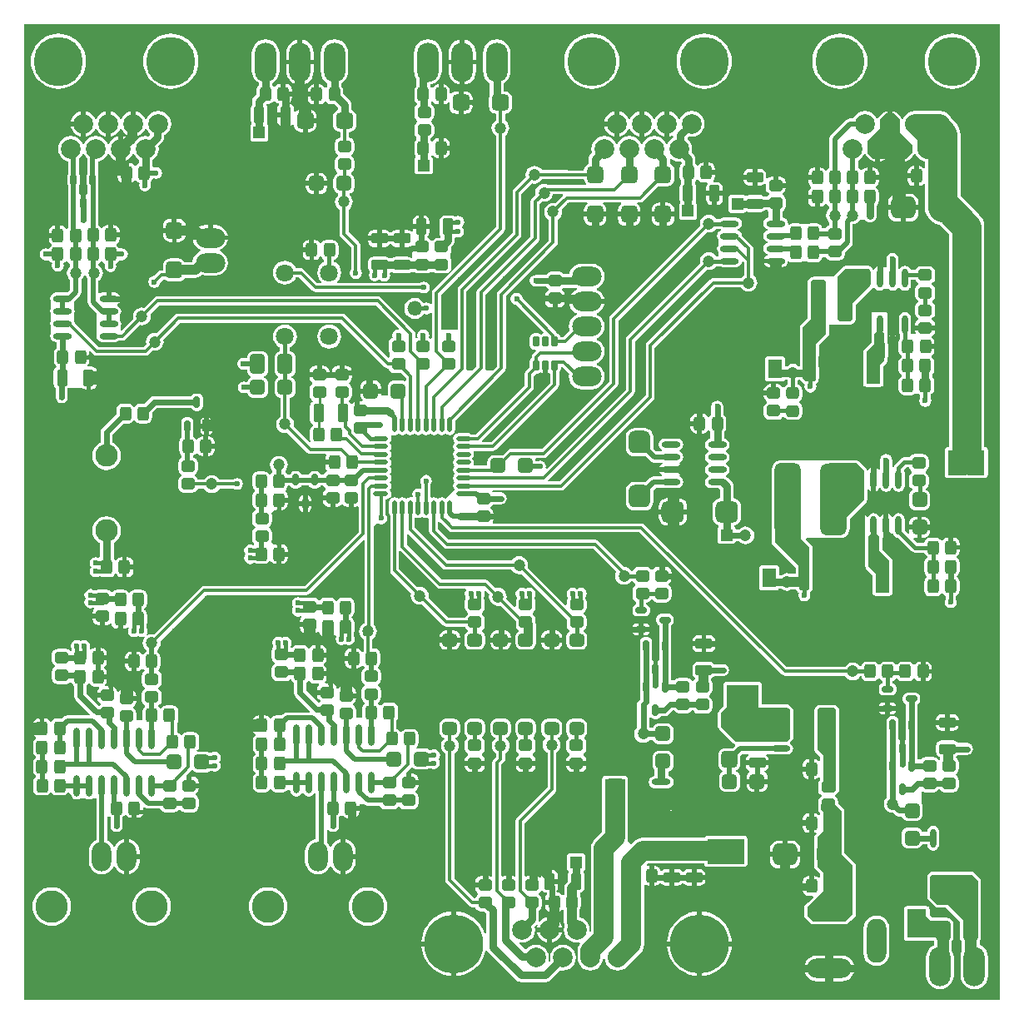
<source format=gbr>
%TF.GenerationSoftware,Altium Limited,Altium Designer,19.0.10 (269)*%
G04 Layer_Physical_Order=1*
G04 Layer_Color=255*
%FSLAX45Y45*%
%MOMM*%
%TF.FileFunction,Copper,L1,Top,Signal*%
%TF.Part,Single*%
G01*
G75*
%TA.AperFunction,Conductor*%
%ADD10C,0.30000*%
%TA.AperFunction,SMDPad,CuDef*%
%ADD11C,1.20000*%
G04:AMPARAMS|DCode=12|XSize=1.4mm|YSize=1.2mm|CornerRadius=0.3mm|HoleSize=0mm|Usage=FLASHONLY|Rotation=270.000|XOffset=0mm|YOffset=0mm|HoleType=Round|Shape=RoundedRectangle|*
%AMROUNDEDRECTD12*
21,1,1.40000,0.60000,0,0,270.0*
21,1,0.80000,1.20000,0,0,270.0*
1,1,0.60000,-0.30000,-0.40000*
1,1,0.60000,-0.30000,0.40000*
1,1,0.60000,0.30000,0.40000*
1,1,0.60000,0.30000,-0.40000*
%
%ADD12ROUNDEDRECTD12*%
%ADD13O,0.60000X1.90000*%
G04:AMPARAMS|DCode=14|XSize=1.524mm|YSize=1.524mm|CornerRadius=0.381mm|HoleSize=0mm|Usage=FLASHONLY|Rotation=90.000|XOffset=0mm|YOffset=0mm|HoleType=Round|Shape=RoundedRectangle|*
%AMROUNDEDRECTD14*
21,1,1.52400,0.76200,0,0,90.0*
21,1,0.76200,1.52400,0,0,90.0*
1,1,0.76200,0.38100,0.38100*
1,1,0.76200,0.38100,-0.38100*
1,1,0.76200,-0.38100,-0.38100*
1,1,0.76200,-0.38100,0.38100*
%
%ADD14ROUNDEDRECTD14*%
G04:AMPARAMS|DCode=15|XSize=1.4mm|YSize=1.2mm|CornerRadius=0.3mm|HoleSize=0mm|Usage=FLASHONLY|Rotation=180.000|XOffset=0mm|YOffset=0mm|HoleType=Round|Shape=RoundedRectangle|*
%AMROUNDEDRECTD15*
21,1,1.40000,0.60000,0,0,180.0*
21,1,0.80000,1.20000,0,0,180.0*
1,1,0.60000,-0.40000,0.30000*
1,1,0.60000,0.40000,0.30000*
1,1,0.60000,0.40000,-0.30000*
1,1,0.60000,-0.40000,-0.30000*
%
%ADD15ROUNDEDRECTD15*%
G04:AMPARAMS|DCode=16|XSize=0.6mm|YSize=1.15mm|CornerRadius=0.15mm|HoleSize=0mm|Usage=FLASHONLY|Rotation=0.000|XOffset=0mm|YOffset=0mm|HoleType=Round|Shape=RoundedRectangle|*
%AMROUNDEDRECTD16*
21,1,0.60000,0.85000,0,0,0.0*
21,1,0.30000,1.15000,0,0,0.0*
1,1,0.30000,0.15000,-0.42500*
1,1,0.30000,-0.15000,-0.42500*
1,1,0.30000,-0.15000,0.42500*
1,1,0.30000,0.15000,0.42500*
%
%ADD16ROUNDEDRECTD16*%
G04:AMPARAMS|DCode=17|XSize=0.6mm|YSize=1.15mm|CornerRadius=0.15mm|HoleSize=0mm|Usage=FLASHONLY|Rotation=90.000|XOffset=0mm|YOffset=0mm|HoleType=Round|Shape=RoundedRectangle|*
%AMROUNDEDRECTD17*
21,1,0.60000,0.85000,0,0,90.0*
21,1,0.30000,1.15000,0,0,90.0*
1,1,0.30000,0.42500,0.15000*
1,1,0.30000,0.42500,-0.15000*
1,1,0.30000,-0.42500,-0.15000*
1,1,0.30000,-0.42500,0.15000*
%
%ADD17ROUNDEDRECTD17*%
G04:AMPARAMS|DCode=18|XSize=1.524mm|YSize=2.032mm|CornerRadius=0.381mm|HoleSize=0mm|Usage=FLASHONLY|Rotation=180.000|XOffset=0mm|YOffset=0mm|HoleType=Round|Shape=RoundedRectangle|*
%AMROUNDEDRECTD18*
21,1,1.52400,1.27000,0,0,180.0*
21,1,0.76200,2.03200,0,0,180.0*
1,1,0.76200,-0.38100,0.63500*
1,1,0.76200,0.38100,0.63500*
1,1,0.76200,0.38100,-0.63500*
1,1,0.76200,-0.38100,-0.63500*
%
%ADD18ROUNDEDRECTD18*%
G04:AMPARAMS|DCode=19|XSize=1.7mm|YSize=1.1mm|CornerRadius=0.275mm|HoleSize=0mm|Usage=FLASHONLY|Rotation=90.000|XOffset=0mm|YOffset=0mm|HoleType=Round|Shape=RoundedRectangle|*
%AMROUNDEDRECTD19*
21,1,1.70000,0.55000,0,0,90.0*
21,1,1.15000,1.10000,0,0,90.0*
1,1,0.55000,0.27500,0.57500*
1,1,0.55000,0.27500,-0.57500*
1,1,0.55000,-0.27500,-0.57500*
1,1,0.55000,-0.27500,0.57500*
%
%ADD19ROUNDEDRECTD19*%
G04:AMPARAMS|DCode=20|XSize=1.7mm|YSize=1.1mm|CornerRadius=0.275mm|HoleSize=0mm|Usage=FLASHONLY|Rotation=0.000|XOffset=0mm|YOffset=0mm|HoleType=Round|Shape=RoundedRectangle|*
%AMROUNDEDRECTD20*
21,1,1.70000,0.55000,0,0,0.0*
21,1,1.15000,1.10000,0,0,0.0*
1,1,0.55000,0.57500,-0.27500*
1,1,0.55000,-0.57500,-0.27500*
1,1,0.55000,-0.57500,0.27500*
1,1,0.55000,0.57500,0.27500*
%
%ADD20ROUNDEDRECTD20*%
G04:AMPARAMS|DCode=21|XSize=4.3mm|YSize=1.6mm|CornerRadius=0.4mm|HoleSize=0mm|Usage=FLASHONLY|Rotation=90.000|XOffset=0mm|YOffset=0mm|HoleType=Round|Shape=RoundedRectangle|*
%AMROUNDEDRECTD21*
21,1,4.30000,0.80000,0,0,90.0*
21,1,3.50000,1.60000,0,0,90.0*
1,1,0.80000,0.40000,1.75000*
1,1,0.80000,0.40000,-1.75000*
1,1,0.80000,-0.40000,-1.75000*
1,1,0.80000,-0.40000,1.75000*
%
%ADD21ROUNDEDRECTD21*%
G04:AMPARAMS|DCode=22|XSize=1.3mm|YSize=1.2mm|CornerRadius=0.3mm|HoleSize=0mm|Usage=FLASHONLY|Rotation=0.000|XOffset=0mm|YOffset=0mm|HoleType=Round|Shape=RoundedRectangle|*
%AMROUNDEDRECTD22*
21,1,1.30000,0.60000,0,0,0.0*
21,1,0.70000,1.20000,0,0,0.0*
1,1,0.60000,0.35000,-0.30000*
1,1,0.60000,-0.35000,-0.30000*
1,1,0.60000,-0.35000,0.30000*
1,1,0.60000,0.35000,0.30000*
%
%ADD22ROUNDEDRECTD22*%
G04:AMPARAMS|DCode=23|XSize=2.286mm|YSize=2.1844mm|CornerRadius=0.5461mm|HoleSize=0mm|Usage=FLASHONLY|Rotation=270.000|XOffset=0mm|YOffset=0mm|HoleType=Round|Shape=RoundedRectangle|*
%AMROUNDEDRECTD23*
21,1,2.28600,1.09220,0,0,270.0*
21,1,1.19380,2.18440,0,0,270.0*
1,1,1.09220,-0.54610,-0.59690*
1,1,1.09220,-0.54610,0.59690*
1,1,1.09220,0.54610,0.59690*
1,1,1.09220,0.54610,-0.59690*
%
%ADD23ROUNDEDRECTD23*%
%ADD24O,1.90000X0.60000*%
G04:AMPARAMS|DCode=25|XSize=7.3mm|YSize=2.65mm|CornerRadius=0.6625mm|HoleSize=0mm|Usage=FLASHONLY|Rotation=90.000|XOffset=0mm|YOffset=0mm|HoleType=Round|Shape=RoundedRectangle|*
%AMROUNDEDRECTD25*
21,1,7.30000,1.32500,0,0,90.0*
21,1,5.97500,2.65000,0,0,90.0*
1,1,1.32500,0.66250,2.98750*
1,1,1.32500,0.66250,-2.98750*
1,1,1.32500,-0.66250,-2.98750*
1,1,1.32500,-0.66250,2.98750*
%
%ADD25ROUNDEDRECTD25*%
G04:AMPARAMS|DCode=26|XSize=2.286mm|YSize=2.1844mm|CornerRadius=0.5461mm|HoleSize=0mm|Usage=FLASHONLY|Rotation=0.000|XOffset=0mm|YOffset=0mm|HoleType=Round|Shape=RoundedRectangle|*
%AMROUNDEDRECTD26*
21,1,2.28600,1.09220,0,0,0.0*
21,1,1.19380,2.18440,0,0,0.0*
1,1,1.09220,0.59690,-0.54610*
1,1,1.09220,-0.59690,-0.54610*
1,1,1.09220,-0.59690,0.54610*
1,1,1.09220,0.59690,0.54610*
%
%ADD26ROUNDEDRECTD26*%
G04:AMPARAMS|DCode=27|XSize=1.73mm|YSize=1.67mm|CornerRadius=0.4175mm|HoleSize=0mm|Usage=FLASHONLY|Rotation=90.000|XOffset=0mm|YOffset=0mm|HoleType=Round|Shape=RoundedRectangle|*
%AMROUNDEDRECTD27*
21,1,1.73000,0.83500,0,0,90.0*
21,1,0.89500,1.67000,0,0,90.0*
1,1,0.83500,0.41750,0.44750*
1,1,0.83500,0.41750,-0.44750*
1,1,0.83500,-0.41750,-0.44750*
1,1,0.83500,-0.41750,0.44750*
%
%ADD27ROUNDEDRECTD27*%
G04:AMPARAMS|DCode=28|XSize=1.5mm|YSize=1.3mm|CornerRadius=0.325mm|HoleSize=0mm|Usage=FLASHONLY|Rotation=0.000|XOffset=0mm|YOffset=0mm|HoleType=Round|Shape=RoundedRectangle|*
%AMROUNDEDRECTD28*
21,1,1.50000,0.65000,0,0,0.0*
21,1,0.85000,1.30000,0,0,0.0*
1,1,0.65000,0.42500,-0.32500*
1,1,0.65000,-0.42500,-0.32500*
1,1,0.65000,-0.42500,0.32500*
1,1,0.65000,0.42500,0.32500*
%
%ADD28ROUNDEDRECTD28*%
%ADD29O,1.50000X0.50000*%
%ADD30O,0.50000X1.50000*%
G04:AMPARAMS|DCode=31|XSize=1.73mm|YSize=1.67mm|CornerRadius=0.4175mm|HoleSize=0mm|Usage=FLASHONLY|Rotation=0.000|XOffset=0mm|YOffset=0mm|HoleType=Round|Shape=RoundedRectangle|*
%AMROUNDEDRECTD31*
21,1,1.73000,0.83500,0,0,0.0*
21,1,0.89500,1.67000,0,0,0.0*
1,1,0.83500,0.44750,-0.41750*
1,1,0.83500,-0.44750,-0.41750*
1,1,0.83500,-0.44750,0.41750*
1,1,0.83500,0.44750,0.41750*
%
%ADD31ROUNDEDRECTD31*%
G04:AMPARAMS|DCode=32|XSize=1.524mm|YSize=1.524mm|CornerRadius=0.381mm|HoleSize=0mm|Usage=FLASHONLY|Rotation=0.000|XOffset=0mm|YOffset=0mm|HoleType=Round|Shape=RoundedRectangle|*
%AMROUNDEDRECTD32*
21,1,1.52400,0.76200,0,0,0.0*
21,1,0.76200,1.52400,0,0,0.0*
1,1,0.76200,0.38100,-0.38100*
1,1,0.76200,-0.38100,-0.38100*
1,1,0.76200,-0.38100,0.38100*
1,1,0.76200,0.38100,0.38100*
%
%ADD32ROUNDEDRECTD32*%
G04:AMPARAMS|DCode=33|XSize=2.2098mm|YSize=2.4638mm|CornerRadius=0.55245mm|HoleSize=0mm|Usage=FLASHONLY|Rotation=270.000|XOffset=0mm|YOffset=0mm|HoleType=Round|Shape=RoundedRectangle|*
%AMROUNDEDRECTD33*
21,1,2.20980,1.35890,0,0,270.0*
21,1,1.10490,2.46380,0,0,270.0*
1,1,1.10490,-0.67945,-0.55245*
1,1,1.10490,-0.67945,0.55245*
1,1,1.10490,0.67945,0.55245*
1,1,1.10490,0.67945,-0.55245*
%
%ADD33ROUNDEDRECTD33*%
G04:AMPARAMS|DCode=34|XSize=0.65mm|YSize=1.1mm|CornerRadius=0.1625mm|HoleSize=0mm|Usage=FLASHONLY|Rotation=180.000|XOffset=0mm|YOffset=0mm|HoleType=Round|Shape=RoundedRectangle|*
%AMROUNDEDRECTD34*
21,1,0.65000,0.77500,0,0,180.0*
21,1,0.32500,1.10000,0,0,180.0*
1,1,0.32500,-0.16250,0.38750*
1,1,0.32500,0.16250,0.38750*
1,1,0.32500,0.16250,-0.38750*
1,1,0.32500,-0.16250,-0.38750*
%
%ADD34ROUNDEDRECTD34*%
%ADD35O,0.60000X2.20000*%
G04:AMPARAMS|DCode=36|XSize=1.1mm|YSize=1.9mm|CornerRadius=0.275mm|HoleSize=0mm|Usage=FLASHONLY|Rotation=180.000|XOffset=0mm|YOffset=0mm|HoleType=Round|Shape=RoundedRectangle|*
%AMROUNDEDRECTD36*
21,1,1.10000,1.35000,0,0,180.0*
21,1,0.55000,1.90000,0,0,180.0*
1,1,0.55000,-0.27500,0.67500*
1,1,0.55000,0.27500,0.67500*
1,1,0.55000,0.27500,-0.67500*
1,1,0.55000,-0.27500,-0.67500*
%
%ADD36ROUNDEDRECTD36*%
%TA.AperFunction,Conductor*%
%ADD37C,0.50000*%
%ADD38C,0.80000*%
%ADD39C,1.80000*%
%ADD40C,1.00000*%
%ADD41C,0.60000*%
%ADD42C,0.40000*%
%ADD43C,3.00000*%
%ADD44C,2.00000*%
%ADD45C,1.50000*%
%ADD46C,0.25400*%
%ADD47C,1.20000*%
%ADD48R,3.02532X3.47869*%
%ADD49R,0.83460X2.38143*%
%ADD50R,0.76324X4.97344*%
%ADD51R,1.31818X2.76282*%
%ADD52R,1.15120X2.96282*%
%ADD53R,4.16344X4.01320*%
%ADD54R,3.67281X3.72860*%
%ADD55R,0.56698X0.50413*%
%ADD56R,2.04401X1.43342*%
%ADD57R,2.43233X3.27519*%
%ADD58R,3.83925X3.73380*%
%ADD59R,3.78441X2.51880*%
%ADD60R,2.69240X2.10403*%
%ADD61R,2.10820X5.96900*%
%ADD62R,1.21920X1.22560*%
%ADD63R,2.79400X2.08280*%
%ADD64R,3.30171X2.43710*%
%ADD65R,1.40641X1.93627*%
%ADD66R,1.22560X1.21920*%
%ADD67R,1.38110X1.88248*%
%ADD68R,1.21920X1.52400*%
%ADD69R,1.89922X1.87960*%
%ADD70R,1.81281X2.51880*%
%ADD71R,1.97498X2.51880*%
%ADD72R,3.74357X1.76240*%
%ADD73R,1.67640X1.21920*%
%ADD74R,4.05029X5.48940*%
%ADD75R,2.00660X2.10820*%
%ADD76R,2.51880X1.97498*%
%ADD77R,4.98159X1.81280*%
%ADD78R,5.35134X2.26757*%
%ADD79R,2.96340X4.47103*%
%ADD80R,3.93700X5.24222*%
%TA.AperFunction,ComponentPad*%
%ADD81C,2.00000*%
%ADD82C,5.00000*%
%ADD83O,4.50000X2.00000*%
%ADD84O,2.00000X4.50000*%
%ADD85O,2.20000X4.00000*%
%ADD86R,2.00000X2.00000*%
%ADD87C,6.00000*%
%ADD88C,1.80000*%
%ADD89C,2.28600*%
%ADD90O,2.00000X3.00000*%
%ADD91C,3.30000*%
%ADD92O,3.00000X2.00000*%
%ADD93C,4.50000*%
%TA.AperFunction,ViaPad*%
%ADD94C,0.60000*%
G36*
X9959217Y40784D02*
X40784Y40784D01*
X40783Y9959217D01*
X9959216D01*
X9959217Y40784D01*
D02*
G37*
%LPC*%
G36*
X4519056Y9803536D02*
Y9600619D01*
X4635264D01*
Y9665619D01*
X4630453Y9702167D01*
X4616346Y9736223D01*
X4593905Y9765468D01*
X4564660Y9787909D01*
X4530603Y9802016D01*
X4519056Y9803536D01*
D02*
G37*
G36*
X4469056D02*
X4457509Y9802016D01*
X4423452Y9787909D01*
X4394207Y9765468D01*
X4371766Y9736223D01*
X4357660Y9702167D01*
X4352848Y9665619D01*
Y9600619D01*
X4469056D01*
Y9803536D01*
D02*
G37*
G36*
X2869051D02*
Y9600619D01*
X2985259D01*
Y9665619D01*
X2980447Y9702167D01*
X2966341Y9736223D01*
X2943900Y9765468D01*
X2914655Y9787909D01*
X2880598Y9802016D01*
X2869051Y9803536D01*
D02*
G37*
G36*
X2819051D02*
X2807504Y9802016D01*
X2773447Y9787909D01*
X2744202Y9765468D01*
X2721761Y9736223D01*
X2707654Y9702167D01*
X2702843Y9665619D01*
Y9600619D01*
X2819051D01*
Y9803536D01*
D02*
G37*
G36*
X4635264Y9550619D02*
X4519056D01*
Y9347703D01*
X4530603Y9349223D01*
X4564660Y9363330D01*
X4593905Y9385770D01*
X4616346Y9415015D01*
X4630453Y9449072D01*
X4635264Y9485620D01*
Y9550619D01*
D02*
G37*
G36*
X4469056D02*
X4352848D01*
Y9485620D01*
X4357660Y9449072D01*
X4371766Y9415015D01*
X4394207Y9385770D01*
X4423452Y9363330D01*
X4457509Y9349223D01*
X4469056Y9347703D01*
Y9550619D01*
D02*
G37*
G36*
X2985259D02*
X2869051D01*
Y9347703D01*
X2880598Y9349223D01*
X2914655Y9363330D01*
X2943900Y9385770D01*
X2966341Y9415015D01*
X2980447Y9449072D01*
X2985259Y9485620D01*
Y9550619D01*
D02*
G37*
G36*
X2819051D02*
X2702843D01*
Y9485620D01*
X2707654Y9449072D01*
X2721761Y9415015D01*
X2744202Y9385770D01*
X2773447Y9363330D01*
X2807504Y9349223D01*
X2819051Y9347703D01*
Y9550619D01*
D02*
G37*
G36*
X3194051Y9806827D02*
X3157504Y9802016D01*
X3123447Y9787909D01*
X3094202Y9765468D01*
X3071761Y9736223D01*
X3057655Y9702167D01*
X3052843Y9665619D01*
Y9485620D01*
X3057655Y9449072D01*
X3071761Y9415015D01*
X3094202Y9385770D01*
X3123447Y9363330D01*
Y9332785D01*
X3119722Y9330297D01*
X3110315Y9316218D01*
X3095645D01*
X3086237Y9330297D01*
X3066391Y9343558D01*
X3042980Y9348215D01*
X3037981D01*
Y9247042D01*
Y9145864D01*
X3042980D01*
X3066391Y9150521D01*
X3086237Y9163782D01*
X3095645Y9177861D01*
X3110315D01*
X3119722Y9163782D01*
X3139569Y9150521D01*
X3162980Y9145864D01*
X3194306D01*
X3227462Y9112708D01*
Y9086982D01*
X3217131Y9082703D01*
X3202143Y9071202D01*
X3190642Y9056214D01*
X3183412Y9038760D01*
X3180947Y9020029D01*
Y8936529D01*
X3183412Y8917799D01*
X3190642Y8900345D01*
X3202143Y8885357D01*
X3217131Y8873856D01*
X3234585Y8866626D01*
X3252184Y8864309D01*
Y8805795D01*
X3234655Y8802309D01*
X3214808Y8789047D01*
X3201547Y8769201D01*
X3196890Y8745790D01*
Y8685790D01*
X3201547Y8662379D01*
X3214808Y8642532D01*
X3228888Y8633125D01*
Y8618455D01*
X3214808Y8609047D01*
X3201547Y8589201D01*
X3196890Y8565790D01*
Y8505790D01*
X3201547Y8482379D01*
X3214808Y8462532D01*
X3225297Y8455524D01*
X3223886Y8441193D01*
X3218002Y8438755D01*
X3203776Y8427840D01*
X3192861Y8413614D01*
X3185998Y8397048D01*
X3183658Y8379270D01*
Y8303070D01*
X3185998Y8285292D01*
X3192861Y8268726D01*
X3203776Y8254500D01*
X3218002Y8243585D01*
X3230242Y8238515D01*
X3233012Y8226934D01*
X3232596Y8224313D01*
X3226257Y8219449D01*
X3211831Y8200649D01*
X3202763Y8178755D01*
X3199669Y8155260D01*
X3202763Y8131766D01*
X3211831Y8109872D01*
X3226257Y8091072D01*
X3244564Y8077024D01*
Y7830015D01*
X3248057Y7812456D01*
X3258003Y7797571D01*
X3366359Y7689216D01*
Y7468151D01*
X3355721Y7452231D01*
X3351065Y7428820D01*
X3355721Y7405409D01*
X3368983Y7385563D01*
X3388829Y7372301D01*
X3412240Y7367645D01*
X3435651Y7372301D01*
X3455498Y7385563D01*
X3468759Y7405409D01*
X3473415Y7428820D01*
X3468759Y7452231D01*
X3458122Y7468151D01*
Y7708220D01*
X3454629Y7725778D01*
X3444683Y7740663D01*
X3336327Y7849019D01*
Y8077024D01*
X3354634Y8091072D01*
X3369060Y8109872D01*
X3378129Y8131766D01*
X3381222Y8155260D01*
X3378129Y8178755D01*
X3369060Y8200649D01*
X3354634Y8219449D01*
X3348296Y8224313D01*
X3347879Y8226934D01*
X3350650Y8238515D01*
X3362890Y8243585D01*
X3377115Y8254500D01*
X3388031Y8268726D01*
X3394893Y8285292D01*
X3397233Y8303070D01*
Y8379270D01*
X3394893Y8397048D01*
X3388031Y8413614D01*
X3377115Y8427840D01*
X3364737Y8437338D01*
X3364018Y8439969D01*
X3363848Y8444596D01*
X3365002Y8451627D01*
X3381323Y8462532D01*
X3394585Y8482379D01*
X3399241Y8505790D01*
Y8565790D01*
X3394585Y8589201D01*
X3381323Y8609047D01*
X3367244Y8618455D01*
Y8633125D01*
X3381323Y8642532D01*
X3394585Y8662379D01*
X3399241Y8685790D01*
Y8745790D01*
X3394585Y8769201D01*
X3381323Y8789047D01*
X3361477Y8802309D01*
X3343947Y8805795D01*
Y8864309D01*
X3361546Y8866626D01*
X3379000Y8873856D01*
X3393988Y8885357D01*
X3405489Y8900345D01*
X3412719Y8917799D01*
X3415185Y8936529D01*
Y9020029D01*
X3412719Y9038760D01*
X3405489Y9056214D01*
X3393988Y9071202D01*
X3379000Y9082703D01*
X3368670Y9086982D01*
Y9141954D01*
X3366264Y9160227D01*
X3359210Y9177255D01*
X3347990Y9191878D01*
X3284155Y9255713D01*
Y9287039D01*
X3279499Y9310450D01*
X3266237Y9330297D01*
X3264655Y9331354D01*
Y9363330D01*
X3293900Y9385770D01*
X3316341Y9415015D01*
X3330447Y9449072D01*
X3335259Y9485620D01*
Y9665619D01*
X3330447Y9702167D01*
X3316341Y9736223D01*
X3293900Y9765468D01*
X3264655Y9787909D01*
X3230598Y9802016D01*
X3194051Y9806827D01*
D02*
G37*
G36*
X9477606Y9863984D02*
X9433669Y9860526D01*
X9390814Y9850238D01*
X9350096Y9833371D01*
X9312517Y9810344D01*
X9279004Y9781720D01*
X9250381Y9748207D01*
X9227353Y9710629D01*
X9210487Y9669911D01*
X9200198Y9627055D01*
X9196740Y9583118D01*
X9200198Y9539181D01*
X9210487Y9496326D01*
X9227353Y9455608D01*
X9250381Y9418029D01*
X9279004Y9384516D01*
X9312517Y9355893D01*
X9350096Y9332865D01*
X9390814Y9315999D01*
X9433669Y9305710D01*
X9477606Y9302252D01*
X9521543Y9305710D01*
X9564398Y9315999D01*
X9605117Y9332865D01*
X9642695Y9355893D01*
X9676208Y9384516D01*
X9704831Y9418029D01*
X9727859Y9455608D01*
X9744725Y9496326D01*
X9755014Y9539181D01*
X9758472Y9583118D01*
X9755014Y9627055D01*
X9744725Y9669911D01*
X9727859Y9710629D01*
X9704831Y9748207D01*
X9676208Y9781720D01*
X9642695Y9810344D01*
X9605117Y9833371D01*
X9564398Y9850238D01*
X9521543Y9860526D01*
X9477606Y9863984D01*
D02*
G37*
G36*
X8334606D02*
X8290669Y9860526D01*
X8247814Y9850238D01*
X8207096Y9833371D01*
X8169517Y9810344D01*
X8136004Y9781720D01*
X8107381Y9748207D01*
X8084353Y9710629D01*
X8067487Y9669911D01*
X8057198Y9627055D01*
X8053740Y9583118D01*
X8057198Y9539181D01*
X8067487Y9496326D01*
X8084353Y9455608D01*
X8107381Y9418029D01*
X8136004Y9384516D01*
X8169517Y9355893D01*
X8207096Y9332865D01*
X8247814Y9315999D01*
X8290669Y9305710D01*
X8334606Y9302252D01*
X8378543Y9305710D01*
X8421398Y9315999D01*
X8462117Y9332865D01*
X8499695Y9355893D01*
X8533208Y9384516D01*
X8561831Y9418029D01*
X8584859Y9455608D01*
X8601725Y9496326D01*
X8612014Y9539181D01*
X8615472Y9583118D01*
X8612014Y9627055D01*
X8601725Y9669911D01*
X8584859Y9710629D01*
X8561831Y9748207D01*
X8533208Y9781720D01*
X8499695Y9810344D01*
X8462117Y9833371D01*
X8421398Y9850238D01*
X8378543Y9860526D01*
X8334606Y9863984D01*
D02*
G37*
G36*
X6953606D02*
X6909669Y9860526D01*
X6866814Y9850238D01*
X6826096Y9833371D01*
X6788517Y9810344D01*
X6755004Y9781720D01*
X6726381Y9748207D01*
X6703353Y9710629D01*
X6686487Y9669911D01*
X6676198Y9627055D01*
X6672740Y9583118D01*
X6676198Y9539181D01*
X6686487Y9496326D01*
X6703353Y9455608D01*
X6726381Y9418029D01*
X6755004Y9384516D01*
X6788517Y9355893D01*
X6826096Y9332865D01*
X6866814Y9315999D01*
X6909669Y9305710D01*
X6953606Y9302252D01*
X6997543Y9305710D01*
X7040398Y9315999D01*
X7081117Y9332865D01*
X7118695Y9355893D01*
X7152208Y9384516D01*
X7180831Y9418029D01*
X7203859Y9455608D01*
X7220725Y9496326D01*
X7231014Y9539181D01*
X7234472Y9583118D01*
X7231014Y9627055D01*
X7220725Y9669911D01*
X7203859Y9710629D01*
X7180831Y9748207D01*
X7152208Y9781720D01*
X7118695Y9810344D01*
X7081117Y9833371D01*
X7040398Y9850238D01*
X6997543Y9860526D01*
X6953606Y9863984D01*
D02*
G37*
G36*
X5810606D02*
X5766669Y9860526D01*
X5723814Y9850238D01*
X5683096Y9833371D01*
X5645517Y9810344D01*
X5612004Y9781720D01*
X5583381Y9748207D01*
X5560353Y9710629D01*
X5543487Y9669911D01*
X5533198Y9627055D01*
X5529740Y9583118D01*
X5533198Y9539181D01*
X5543487Y9496326D01*
X5560353Y9455608D01*
X5583381Y9418029D01*
X5612004Y9384516D01*
X5645517Y9355893D01*
X5683096Y9332865D01*
X5723814Y9315999D01*
X5766669Y9305710D01*
X5810606Y9302252D01*
X5854543Y9305710D01*
X5897398Y9315999D01*
X5938117Y9332865D01*
X5975695Y9355893D01*
X6009208Y9384516D01*
X6037831Y9418029D01*
X6060859Y9455608D01*
X6077725Y9496326D01*
X6088014Y9539181D01*
X6091472Y9583118D01*
X6088014Y9627055D01*
X6077725Y9669911D01*
X6060859Y9710629D01*
X6037831Y9748207D01*
X6009208Y9781720D01*
X5975695Y9810344D01*
X5938117Y9833371D01*
X5897398Y9850238D01*
X5854543Y9860526D01*
X5810606Y9863984D01*
D02*
G37*
G36*
X1529601D02*
X1485664Y9860526D01*
X1442809Y9850238D01*
X1402090Y9833371D01*
X1364512Y9810344D01*
X1330999Y9781720D01*
X1302376Y9748207D01*
X1279348Y9710629D01*
X1262482Y9669911D01*
X1252193Y9627055D01*
X1248735Y9583118D01*
X1252193Y9539181D01*
X1262482Y9496326D01*
X1279348Y9455608D01*
X1302376Y9418029D01*
X1330999Y9384516D01*
X1364512Y9355893D01*
X1402090Y9332865D01*
X1442809Y9315999D01*
X1485664Y9305710D01*
X1529601Y9302252D01*
X1573538Y9305710D01*
X1616393Y9315999D01*
X1657111Y9332865D01*
X1694690Y9355893D01*
X1728203Y9384516D01*
X1756826Y9418029D01*
X1779854Y9455608D01*
X1796720Y9496326D01*
X1807009Y9539181D01*
X1810467Y9583118D01*
X1807009Y9627055D01*
X1796720Y9669911D01*
X1779854Y9710629D01*
X1756826Y9748207D01*
X1728203Y9781720D01*
X1694690Y9810344D01*
X1657111Y9833371D01*
X1616393Y9850238D01*
X1573538Y9860526D01*
X1529601Y9863984D01*
D02*
G37*
G36*
X386601D02*
X342664Y9860526D01*
X299809Y9850238D01*
X259090Y9833371D01*
X221512Y9810344D01*
X187999Y9781720D01*
X159376Y9748207D01*
X136348Y9710629D01*
X119482Y9669911D01*
X109193Y9627055D01*
X105735Y9583118D01*
X109193Y9539181D01*
X119482Y9496326D01*
X136348Y9455608D01*
X159376Y9418029D01*
X187999Y9384516D01*
X221512Y9355893D01*
X259090Y9332865D01*
X299809Y9315999D01*
X342664Y9305710D01*
X386601Y9302252D01*
X430538Y9305710D01*
X473393Y9315999D01*
X514111Y9332865D01*
X551690Y9355893D01*
X585203Y9384516D01*
X613826Y9418029D01*
X636854Y9455608D01*
X653720Y9496326D01*
X664009Y9539181D01*
X667467Y9583118D01*
X664009Y9627055D01*
X653720Y9669911D01*
X636854Y9710629D01*
X613826Y9748207D01*
X585203Y9781720D01*
X551690Y9810344D01*
X514111Y9833371D01*
X473393Y9850238D01*
X430538Y9860526D01*
X386601Y9863984D01*
D02*
G37*
G36*
X2702620Y9353295D02*
X2697617D01*
Y9277120D01*
X2763795D01*
Y9292119D01*
X2759139Y9315530D01*
X2745877Y9335377D01*
X2726031Y9348638D01*
X2702620Y9353295D01*
D02*
G37*
G36*
X2987981Y9348215D02*
X2982980D01*
X2959569Y9343558D01*
X2939723Y9330297D01*
X2926461Y9310450D01*
X2921805Y9287039D01*
Y9272042D01*
X2987981D01*
Y9348215D01*
D02*
G37*
G36*
X4525850Y9276859D02*
X4506100D01*
Y9187739D01*
X4598219D01*
Y9204489D01*
X4595753Y9223220D01*
X4588523Y9240674D01*
X4577023Y9255662D01*
X4562035Y9267163D01*
X4544580Y9274393D01*
X4525850Y9276859D01*
D02*
G37*
G36*
X4144106Y9806827D02*
X4107559Y9802016D01*
X4073502Y9787909D01*
X4044257Y9765468D01*
X4021816Y9736223D01*
X4007710Y9702167D01*
X4002898Y9665619D01*
Y9485620D01*
X4007710Y9449072D01*
X4021816Y9415015D01*
X4028065Y9406872D01*
X4027371Y9401605D01*
Y9332347D01*
X4024303Y9330297D01*
X4011041Y9310450D01*
X4006385Y9287039D01*
Y9207039D01*
X4011041Y9183629D01*
X4024303Y9163782D01*
X4034031Y9157282D01*
Y9144552D01*
X4023983Y9137838D01*
X4010721Y9117991D01*
X4006065Y9094580D01*
Y9034580D01*
X4010721Y9011169D01*
X4023983Y8991323D01*
X4038062Y8981915D01*
Y8967245D01*
X4023983Y8957838D01*
X4010721Y8937991D01*
X4006065Y8914580D01*
Y8854580D01*
X4010721Y8831170D01*
X4023983Y8811323D01*
X4029591Y8807575D01*
Y8789205D01*
X4024163Y8785578D01*
X4010901Y8765731D01*
X4006245Y8742320D01*
Y8662320D01*
X4010901Y8638910D01*
X4020384Y8624718D01*
X4018916Y8608510D01*
X4018881Y8608440D01*
X4012251Y8598517D01*
X4009923Y8586811D01*
Y8464891D01*
X4012251Y8453186D01*
X4018881Y8443263D01*
X4028805Y8436632D01*
X4040510Y8434304D01*
X4163071D01*
X4174776Y8436632D01*
X4184700Y8443263D01*
X4191330Y8453186D01*
X4193658Y8464891D01*
Y8586811D01*
X4191330Y8598517D01*
X4184700Y8608440D01*
X4181729Y8610425D01*
X4178783Y8623680D01*
X4183345Y8630358D01*
X4196644Y8630315D01*
X4204163Y8619063D01*
X4224009Y8605802D01*
X4247420Y8601145D01*
X4252421D01*
Y8702319D01*
Y8803496D01*
X4247420D01*
X4224009Y8798839D01*
X4204163Y8785578D01*
X4194755Y8771499D01*
X4180085D01*
X4170799Y8785396D01*
Y8798161D01*
X4190497Y8811323D01*
X4203759Y8831170D01*
X4208415Y8854580D01*
Y8914580D01*
X4203759Y8937991D01*
X4190497Y8957838D01*
X4176418Y8967245D01*
Y8981915D01*
X4190497Y8991323D01*
X4203759Y9011169D01*
X4208415Y9034580D01*
Y9094580D01*
X4203759Y9117991D01*
X4190497Y9137838D01*
X4175238Y9148034D01*
Y9170398D01*
X4180225Y9177861D01*
X4194895D01*
X4204302Y9163782D01*
X4224149Y9150521D01*
X4247560Y9145864D01*
X4252564D01*
Y9247039D01*
Y9348215D01*
X4247560D01*
X4224149Y9343558D01*
X4204302Y9330297D01*
X4194895Y9316218D01*
X4180225D01*
X4170817Y9330297D01*
X4168579Y9331793D01*
Y9347634D01*
X4180653Y9349223D01*
X4214710Y9363330D01*
X4243955Y9385770D01*
X4266396Y9415015D01*
X4280502Y9449072D01*
X4285314Y9485620D01*
Y9665619D01*
X4280502Y9702167D01*
X4266396Y9736223D01*
X4243955Y9765468D01*
X4214710Y9787909D01*
X4180653Y9802016D01*
X4144106Y9806827D01*
D02*
G37*
G36*
X2987981Y9222042D02*
X2921805D01*
Y9207039D01*
X2926461Y9183629D01*
X2939723Y9163782D01*
X2959569Y9150521D01*
X2982980Y9145864D01*
X2987981D01*
Y9222042D01*
D02*
G37*
G36*
X9231921Y9079240D02*
X9231919Y9079240D01*
X9096608D01*
X9096606Y9079240D01*
X9062669Y9074772D01*
X9031045Y9061673D01*
X9003889Y9040835D01*
X8983051Y9013679D01*
X8976479Y8997813D01*
X8962733D01*
X8956161Y9013679D01*
X8935323Y9040835D01*
X8908167Y9061673D01*
X8876543Y9074772D01*
X8867603Y9075949D01*
Y9051880D01*
X8883400D01*
X8944360Y8990920D01*
X8944361Y8861381D01*
X9068820Y8736920D01*
Y8650560D01*
X9007860Y8589600D01*
X8994603D01*
Y8566287D01*
X9003543Y8567464D01*
X9035167Y8580563D01*
X9062323Y8601401D01*
X9083161Y8628557D01*
X9089733Y8644424D01*
X9103479D01*
X9110051Y8628557D01*
X9130889Y8601401D01*
X9158045Y8580563D01*
X9189669Y8567464D01*
X9199889Y8566119D01*
Y8501609D01*
X9187189Y8497756D01*
X9185598Y8500138D01*
X9165751Y8513399D01*
X9142340Y8518056D01*
X9137341D01*
Y8416880D01*
Y8315705D01*
X9142340D01*
X9165751Y8320362D01*
X9185598Y8333623D01*
X9187189Y8336005D01*
X9199889Y8332152D01*
Y8095260D01*
X9203365Y8059974D01*
X9213657Y8026044D01*
X9230371Y7994774D01*
X9252865Y7967365D01*
X9280274Y7944872D01*
X9311544Y7928158D01*
X9345474Y7917865D01*
X9347494Y7917666D01*
X9441669Y7823491D01*
Y5659528D01*
X9431100D01*
X9419395Y5657200D01*
X9409471Y5650569D01*
X9402841Y5640646D01*
X9400512Y5628940D01*
Y5377060D01*
X9402841Y5365355D01*
X9409471Y5355432D01*
X9419395Y5348801D01*
X9431100Y5346473D01*
X9627638D01*
X9627640Y5346472D01*
X9808920D01*
X9820626Y5348801D01*
X9830549Y5355431D01*
X9837179Y5365355D01*
X9839508Y5377060D01*
Y5628940D01*
X9837179Y5640645D01*
X9830549Y5650569D01*
X9820626Y5657199D01*
X9808920Y5659528D01*
X9803411D01*
Y7898408D01*
X9803411Y7898410D01*
X9799936Y7933696D01*
X9789643Y7967627D01*
X9772929Y7998897D01*
X9750435Y8026306D01*
X9750434Y8026307D01*
X9561631Y8215110D01*
Y8836836D01*
X9561631Y8836838D01*
X9558155Y8872124D01*
X9547863Y8906055D01*
X9531149Y8937325D01*
X9508655Y8964733D01*
X9468873Y9004515D01*
X9467485Y9005655D01*
X9464161Y9013679D01*
X9443323Y9040835D01*
X9416167Y9061673D01*
X9384543Y9074772D01*
X9350606Y9079240D01*
X9269480D01*
X9250701Y9076767D01*
X9231921Y9079240D01*
D02*
G37*
G36*
X4598219Y9137739D02*
X4506100D01*
Y9048620D01*
X4525850D01*
X4544580Y9051086D01*
X4562035Y9058316D01*
X4577023Y9069817D01*
X4588523Y9084805D01*
X4595753Y9102259D01*
X4598219Y9120989D01*
Y9137739D01*
D02*
G37*
G36*
X4307560Y9348215D02*
X4302564D01*
Y9247039D01*
Y9145864D01*
X4307560D01*
X4330971Y9150521D01*
X4350817Y9163782D01*
X4351828Y9165294D01*
X4363981Y9161607D01*
Y9120989D01*
X4366447Y9102259D01*
X4373677Y9084805D01*
X4385177Y9069817D01*
X4400165Y9058316D01*
X4417620Y9051086D01*
X4436350Y9048620D01*
X4456100D01*
Y9162739D01*
Y9276859D01*
X4436350D01*
X4417620Y9274393D01*
X4400165Y9267163D01*
X4385177Y9255662D01*
X4381435Y9250785D01*
X4368735Y9255096D01*
Y9287039D01*
X4364079Y9310450D01*
X4350817Y9330297D01*
X4330971Y9343558D01*
X4307560Y9348215D01*
D02*
G37*
G36*
X2941496Y9092399D02*
X2921746D01*
Y9003279D01*
X3013865D01*
Y9020029D01*
X3011399Y9038760D01*
X3004169Y9056214D01*
X2992668Y9071202D01*
X2977680Y9082703D01*
X2960226Y9089933D01*
X2941496Y9092399D01*
D02*
G37*
G36*
X1402601Y9079240D02*
X1368664Y9074772D01*
X1337040Y9061673D01*
X1309884Y9040835D01*
X1289046Y9013679D01*
X1282474Y8997813D01*
X1268728D01*
X1262156Y9013679D01*
X1241318Y9040835D01*
X1214162Y9061673D01*
X1182538Y9074772D01*
X1173597Y9075949D01*
Y8948117D01*
Y8820287D01*
X1182538Y8821464D01*
X1214162Y8834563D01*
X1241318Y8855401D01*
X1262156Y8882557D01*
X1268728Y8898424D01*
X1282474D01*
X1289046Y8882557D01*
X1309884Y8855401D01*
X1317132Y8849840D01*
X1317759Y8836125D01*
X1303236Y8821602D01*
X1275601Y8825240D01*
X1241664Y8820772D01*
X1210040Y8807673D01*
X1182884Y8786835D01*
X1162046Y8759679D01*
X1155474Y8743813D01*
X1141728D01*
X1135156Y8759679D01*
X1114318Y8786835D01*
X1087162Y8807673D01*
X1055538Y8820772D01*
X1046597Y8821949D01*
Y8694117D01*
Y8566287D01*
X1055538Y8567464D01*
X1087162Y8580563D01*
X1114318Y8601401D01*
X1135156Y8628557D01*
X1141728Y8644424D01*
X1155474D01*
X1162046Y8628557D01*
X1182884Y8601401D01*
X1204997Y8584433D01*
Y8543750D01*
X1185344Y8530618D01*
X1175936Y8516538D01*
X1161266D01*
X1151859Y8530618D01*
X1132012Y8543879D01*
X1108601Y8548536D01*
X1103600D01*
Y8447360D01*
Y8346185D01*
X1108601D01*
X1132012Y8350842D01*
X1151859Y8364103D01*
X1161266Y8378182D01*
X1175936D01*
X1185344Y8364103D01*
X1205190Y8350842D01*
X1211001Y8346116D01*
X1206345Y8322705D01*
X1211001Y8299294D01*
X1224263Y8279448D01*
X1244109Y8266186D01*
X1267520Y8261530D01*
X1290931Y8266186D01*
X1310778Y8279448D01*
X1324039Y8299294D01*
X1328696Y8322705D01*
X1324039Y8346116D01*
X1323690Y8346638D01*
X1323932Y8358806D01*
X1331858Y8364103D01*
X1345120Y8383949D01*
X1345514Y8385932D01*
X1356690Y8390874D01*
X1380100Y8386217D01*
X1403511Y8390874D01*
X1423358Y8404135D01*
X1436619Y8423982D01*
X1441276Y8447393D01*
X1436619Y8470804D01*
X1423358Y8490650D01*
X1403511Y8503912D01*
X1380100Y8508568D01*
X1358470Y8504266D01*
X1346205Y8511018D01*
Y8584433D01*
X1368318Y8601401D01*
X1389156Y8628557D01*
X1402255Y8660182D01*
X1406723Y8694118D01*
X1403085Y8721753D01*
X1440462Y8759130D01*
X1451682Y8773753D01*
X1458735Y8790781D01*
X1461141Y8809055D01*
Y8831655D01*
X1468162Y8834563D01*
X1495318Y8855401D01*
X1516156Y8882557D01*
X1529255Y8914182D01*
X1533723Y8948118D01*
X1529255Y8982055D01*
X1516156Y9013679D01*
X1495318Y9040835D01*
X1468162Y9061673D01*
X1436538Y9074772D01*
X1402601Y9079240D01*
D02*
G37*
G36*
X615597Y9075948D02*
X606664Y9074772D01*
X575040Y9061673D01*
X547884Y9040835D01*
X527046Y9013679D01*
X513947Y8982055D01*
X512770Y8973117D01*
X615597D01*
Y9075948D01*
D02*
G37*
G36*
X6039603D02*
X6030669Y9074772D01*
X5999045Y9061673D01*
X5971889Y9040835D01*
X5951051Y9013679D01*
X5937952Y8982055D01*
X5936776Y8973117D01*
X6039603D01*
Y9075948D01*
D02*
G37*
G36*
X2672425Y9014720D02*
X2611300D01*
Y8982220D01*
X2615762Y8959784D01*
X2628471Y8940765D01*
X2647491Y8928056D01*
X2669926Y8923593D01*
X2672425D01*
Y9014720D01*
D02*
G37*
G36*
X3013865Y8953280D02*
X2921746D01*
Y8864160D01*
X2941496D01*
X2960226Y8866626D01*
X2977680Y8873856D01*
X2992668Y8885357D01*
X3004169Y8900345D01*
X3011399Y8917799D01*
X3013865Y8936529D01*
Y8953280D01*
D02*
G37*
G36*
X2494101Y9806827D02*
X2457554Y9802016D01*
X2423497Y9787909D01*
X2394252Y9765468D01*
X2371811Y9736223D01*
X2357704Y9702167D01*
X2352893Y9665619D01*
Y9485620D01*
X2357704Y9449072D01*
X2371811Y9415015D01*
X2394252Y9385770D01*
X2422016Y9364466D01*
Y9337150D01*
X2419363Y9335377D01*
X2406101Y9315530D01*
X2401445Y9292119D01*
Y9250793D01*
X2377501Y9226850D01*
X2366281Y9212227D01*
X2359228Y9195199D01*
X2356822Y9176925D01*
Y9136207D01*
X2345762Y9119655D01*
X2341300Y9097219D01*
Y8982220D01*
X2345762Y8959784D01*
X2348605Y8955530D01*
X2346127Y8943074D01*
X2346112Y8943064D01*
X2339482Y8933141D01*
X2337153Y8921435D01*
Y8799515D01*
X2339482Y8787810D01*
X2346112Y8777886D01*
X2356036Y8771256D01*
X2367741Y8768928D01*
X2490301D01*
X2502007Y8771256D01*
X2511930Y8777886D01*
X2518561Y8787810D01*
X2520889Y8799515D01*
Y8921435D01*
X2518561Y8933141D01*
X2511930Y8943064D01*
X2509709Y8944548D01*
X2507232Y8957004D01*
X2509089Y8959784D01*
X2513552Y8982220D01*
Y9097219D01*
X2509089Y9119655D01*
X2498030Y9136207D01*
Y9147680D01*
X2501294Y9150944D01*
X2522620D01*
X2546031Y9155601D01*
X2565878Y9168862D01*
X2575285Y9182941D01*
X2589955D01*
X2599363Y9168862D01*
X2619209Y9155601D01*
X2628252Y9153802D01*
X2630934Y9140320D01*
X2628471Y9138674D01*
X2615762Y9119655D01*
X2611300Y9097219D01*
Y9064720D01*
X2697425D01*
Y9039720D01*
X2722425D01*
Y8923593D01*
X2724926D01*
X2747361Y8928056D01*
X2766381Y8940765D01*
X2766927Y8941582D01*
X2779627Y8937729D01*
Y8936529D01*
X2782092Y8917799D01*
X2789322Y8900345D01*
X2800823Y8885357D01*
X2815811Y8873856D01*
X2833265Y8866626D01*
X2851996Y8864160D01*
X2871746D01*
Y8978279D01*
Y9092399D01*
X2851996D01*
X2833265Y9089933D01*
X2815811Y9082703D01*
X2800823Y9071202D01*
X2796252Y9065245D01*
X2783552Y9069556D01*
Y9097219D01*
X2779089Y9119655D01*
X2766381Y9138674D01*
X2747361Y9151383D01*
X2742334Y9152383D01*
X2739857Y9164839D01*
X2745877Y9168862D01*
X2759139Y9188709D01*
X2763795Y9212119D01*
Y9227120D01*
X2672617D01*
Y9252120D01*
X2647618D01*
Y9353295D01*
X2642620D01*
X2619209Y9348638D01*
X2599363Y9335377D01*
X2589955Y9321298D01*
X2575285D01*
X2565878Y9335377D01*
X2563224Y9337150D01*
Y9362716D01*
X2564705Y9363330D01*
X2593950Y9385770D01*
X2616391Y9415015D01*
X2630497Y9449072D01*
X2635309Y9485620D01*
Y9665619D01*
X2630497Y9702167D01*
X2616391Y9736223D01*
X2593950Y9765468D01*
X2564705Y9787909D01*
X2530648Y9802016D01*
X2494101Y9806827D01*
D02*
G37*
G36*
X919597Y9075949D02*
Y8948117D01*
Y8820287D01*
X928538Y8821464D01*
X960162Y8834563D01*
X987318Y8855401D01*
X1008156Y8882557D01*
X1014728Y8898424D01*
X1028474D01*
X1035046Y8882557D01*
X1055884Y8855401D01*
X1083040Y8834563D01*
X1114664Y8821464D01*
X1123597Y8820288D01*
Y8948117D01*
Y9075948D01*
X1114664Y9074772D01*
X1083040Y9061673D01*
X1055884Y9040835D01*
X1035046Y9013679D01*
X1028474Y8997813D01*
X1014728D01*
X1008156Y9013679D01*
X987318Y9040835D01*
X960162Y9061673D01*
X928538Y9074772D01*
X919597Y9075949D01*
D02*
G37*
G36*
X665597D02*
Y8948117D01*
Y8820287D01*
X674538Y8821464D01*
X706162Y8834563D01*
X733318Y8855401D01*
X754156Y8882557D01*
X760728Y8898424D01*
X774474D01*
X781046Y8882557D01*
X801884Y8855401D01*
X829040Y8834563D01*
X860664Y8821464D01*
X869597Y8820288D01*
Y8948117D01*
Y9075948D01*
X860664Y9074772D01*
X829040Y9061673D01*
X801884Y9040835D01*
X781046Y9013679D01*
X774474Y8997813D01*
X760728D01*
X754156Y9013679D01*
X733318Y9040835D01*
X706162Y9061673D01*
X674538Y9074772D01*
X665597Y9075949D01*
D02*
G37*
G36*
X615597Y8923117D02*
X512771D01*
X513947Y8914182D01*
X527046Y8882557D01*
X547884Y8855401D01*
X575040Y8834563D01*
X606664Y8821464D01*
X615597Y8820288D01*
Y8923117D01*
D02*
G37*
G36*
X6343603Y9075949D02*
Y8948117D01*
Y8820287D01*
X6352543Y8821464D01*
X6384167Y8834563D01*
X6411323Y8855401D01*
X6432161Y8882557D01*
X6438733Y8898424D01*
X6452479D01*
X6459051Y8882557D01*
X6479889Y8855401D01*
X6507045Y8834563D01*
X6538669Y8821464D01*
X6547603Y8820288D01*
Y8948117D01*
Y9075948D01*
X6538669Y9074772D01*
X6507045Y9061673D01*
X6479889Y9040835D01*
X6459051Y9013679D01*
X6452479Y8997813D01*
X6438733D01*
X6432161Y9013679D01*
X6411323Y9040835D01*
X6384167Y9061673D01*
X6352543Y9074772D01*
X6343603Y9075949D01*
D02*
G37*
G36*
X6089603D02*
Y8948117D01*
Y8820287D01*
X6098543Y8821464D01*
X6130167Y8834563D01*
X6157323Y8855401D01*
X6178161Y8882557D01*
X6184733Y8898424D01*
X6198479D01*
X6205051Y8882557D01*
X6225889Y8855401D01*
X6253045Y8834563D01*
X6284669Y8821464D01*
X6293603Y8820288D01*
Y8948117D01*
Y9075948D01*
X6284669Y9074772D01*
X6253045Y9061673D01*
X6225889Y9040835D01*
X6205051Y9013679D01*
X6198479Y8997813D01*
X6184733D01*
X6178161Y9013679D01*
X6157323Y9040835D01*
X6130167Y9061673D01*
X6098543Y9074772D01*
X6089603Y9075949D01*
D02*
G37*
G36*
X6039603Y8923117D02*
X5936776D01*
X5937952Y8914182D01*
X5951051Y8882557D01*
X5971889Y8855401D01*
X5999045Y8834563D01*
X6030669Y8821464D01*
X6039603Y8820288D01*
Y8923117D01*
D02*
G37*
G36*
X4307420Y8803496D02*
X4302421D01*
Y8727319D01*
X4368595D01*
Y8742320D01*
X4363939Y8765731D01*
X4350677Y8785578D01*
X4330831Y8798839D01*
X4307420Y8803496D01*
D02*
G37*
G36*
X4368595Y8677319D02*
X4302421D01*
Y8601145D01*
X4307420D01*
X4330831Y8605802D01*
X4350677Y8619063D01*
X4363939Y8638910D01*
X4368595Y8662320D01*
Y8677319D01*
D02*
G37*
G36*
X4844056Y9806827D02*
X4807509Y9802016D01*
X4773452Y9787909D01*
X4744207Y9765468D01*
X4721766Y9736223D01*
X4707660Y9702167D01*
X4702848Y9665619D01*
Y9485620D01*
X4707660Y9449072D01*
X4721766Y9415015D01*
X4744207Y9385770D01*
X4773452Y9363330D01*
Y9236946D01*
X4767767Y9223220D01*
X4765301Y9204489D01*
Y9120989D01*
X4767767Y9102259D01*
X4774997Y9084805D01*
X4786497Y9069817D01*
X4801485Y9058316D01*
X4818940Y9051086D01*
X4836538Y9048769D01*
Y8985336D01*
X4818231Y8971289D01*
X4803805Y8952488D01*
X4794737Y8930595D01*
X4791644Y8907100D01*
X4794737Y8883606D01*
X4803805Y8861712D01*
X4818231Y8842912D01*
X4836538Y8828864D01*
Y7896278D01*
X4197677Y7257416D01*
X4187731Y7242531D01*
X4184239Y7224973D01*
Y7119490D01*
X4171539Y7115474D01*
X4153991Y7127199D01*
X4130580Y7131856D01*
X4107169Y7127199D01*
X4103135Y7124504D01*
X4086797Y7145797D01*
X4064796Y7162679D01*
X4039175Y7173292D01*
X4011680Y7176911D01*
X3984185Y7173292D01*
X3958564Y7162679D01*
X3936563Y7145797D01*
X3919681Y7123796D01*
X3909069Y7098175D01*
X3905449Y7070680D01*
X3909069Y7043186D01*
X3919681Y7017565D01*
X3936563Y6995564D01*
X3958564Y6978681D01*
X3984185Y6968069D01*
X4011680Y6964449D01*
X4039175Y6968069D01*
X4064796Y6978681D01*
X4086797Y6995564D01*
X4103135Y7016857D01*
X4107169Y7014161D01*
X4130580Y7009505D01*
X4153991Y7014161D01*
X4171539Y7025887D01*
X4184239Y7021870D01*
Y6769642D01*
X4171539Y6762854D01*
X4160743Y6770067D01*
X4153851Y6772950D01*
X4158508Y6796360D01*
X4153851Y6819771D01*
X4140590Y6839618D01*
X4120743Y6852879D01*
X4097332Y6857536D01*
X4073921Y6852879D01*
X4054075Y6839618D01*
X4040813Y6819771D01*
X4036157Y6796360D01*
X4040813Y6772950D01*
X4033921Y6770067D01*
X4028122Y6766192D01*
X4016922Y6772179D01*
Y6814140D01*
X4013429Y6831699D01*
X4003483Y6846583D01*
X3670743Y7179323D01*
X3655858Y7189269D01*
X3638300Y7192762D01*
X1392940Y7192762D01*
X1375382Y7189269D01*
X1360497Y7179323D01*
X1258338Y7077165D01*
X1235460Y7080177D01*
X1211965Y7077083D01*
X1190072Y7068015D01*
X1171271Y7053589D01*
X1156846Y7034788D01*
X1147777Y7012895D01*
X1144684Y6989400D01*
X1147696Y6966522D01*
X1028093Y6846920D01*
X1016360Y6851780D01*
Y6886166D01*
X1020479Y6892329D01*
X1025135Y6915740D01*
X1020479Y6939151D01*
X1015769Y6946200D01*
Y7012280D01*
X1020479Y7019329D01*
X1025135Y7042740D01*
X1020479Y7066151D01*
X1007217Y7085998D01*
X987371Y7099259D01*
X984823Y7099766D01*
Y7112715D01*
X987371Y7113221D01*
X1007217Y7126483D01*
X1019416Y7144739D01*
X898960D01*
Y7169739D01*
X873960D01*
Y7230916D01*
X833960D01*
X810549Y7226259D01*
X806418Y7223499D01*
X795217Y7229485D01*
Y7350003D01*
X795708Y7350206D01*
X814509Y7364632D01*
X828935Y7383432D01*
X838003Y7405326D01*
X841096Y7428820D01*
X838003Y7452315D01*
X828935Y7474209D01*
X814509Y7493009D01*
X795708Y7507435D01*
X793418Y7508384D01*
Y7526731D01*
X810257Y7537983D01*
X819665Y7552062D01*
X834335D01*
X843743Y7537983D01*
X860582Y7526731D01*
Y7524352D01*
X860141Y7523692D01*
X855484Y7500281D01*
X860141Y7476870D01*
X873402Y7457023D01*
X893249Y7443762D01*
X916660Y7439105D01*
X940071Y7443762D01*
X959917Y7457023D01*
X973179Y7476870D01*
X977835Y7500281D01*
X973179Y7523692D01*
X972737Y7524352D01*
Y7526276D01*
X990257Y7537983D01*
X1003519Y7557829D01*
X1017403Y7562841D01*
X1031360Y7560065D01*
X1054771Y7564722D01*
X1074618Y7577983D01*
X1087879Y7597830D01*
X1092536Y7621241D01*
X1087879Y7644651D01*
X1074618Y7664498D01*
X1054771Y7677759D01*
X1031360Y7682416D01*
X1017403Y7679640D01*
X1003519Y7684652D01*
X990257Y7704498D01*
X978926Y7712070D01*
Y7727344D01*
X990597Y7735143D01*
X1003859Y7754990D01*
X1008515Y7778400D01*
Y7793400D01*
X917343D01*
Y7818400D01*
X892343D01*
Y7919576D01*
X887340D01*
X863929Y7914919D01*
X844083Y7901658D01*
X834675Y7887579D01*
X820005D01*
X810598Y7901658D01*
X793418Y7913137D01*
Y8326030D01*
X795962Y8338820D01*
Y8423820D01*
X792469Y8441378D01*
X791157Y8443342D01*
Y8566098D01*
X801538Y8567464D01*
X833162Y8580563D01*
X860318Y8601401D01*
X881156Y8628557D01*
X887728Y8644424D01*
X901474D01*
X908046Y8628557D01*
X928884Y8601401D01*
X956040Y8580563D01*
X987664Y8567464D01*
X996597Y8566288D01*
Y8694117D01*
Y8821948D01*
X987664Y8820772D01*
X956040Y8807673D01*
X928884Y8786835D01*
X908046Y8759679D01*
X901474Y8743813D01*
X887728D01*
X881156Y8759679D01*
X860318Y8786835D01*
X833162Y8807673D01*
X801538Y8820772D01*
X767601Y8825240D01*
X733664Y8820772D01*
X702040Y8807673D01*
X674884Y8786835D01*
X654046Y8759679D01*
X647474Y8743813D01*
X633728D01*
X627156Y8759679D01*
X606318Y8786835D01*
X579162Y8807673D01*
X547538Y8820772D01*
X513601Y8825240D01*
X479664Y8820772D01*
X448040Y8807673D01*
X420884Y8786835D01*
X400046Y8759679D01*
X386947Y8728055D01*
X382479Y8694118D01*
X386947Y8660182D01*
X400046Y8628557D01*
X420884Y8601401D01*
X448040Y8580563D01*
X479664Y8567464D01*
X485963Y8566635D01*
Y8443342D01*
X484651Y8441378D01*
X481159Y8423820D01*
Y8338820D01*
X484651Y8321262D01*
X485963Y8319299D01*
Y7896099D01*
X476875Y7882499D01*
X462205D01*
X452798Y7896578D01*
X432951Y7909839D01*
X409540Y7914496D01*
X404538D01*
Y7813319D01*
X379538D01*
Y7788319D01*
X288365D01*
Y7773320D01*
X293022Y7749910D01*
X306283Y7730063D01*
X316080Y7723517D01*
Y7710817D01*
X306623Y7704498D01*
X293362Y7684651D01*
X293176Y7683720D01*
X279820Y7678599D01*
X258920Y7682756D01*
X235510Y7678099D01*
X215663Y7664838D01*
X202402Y7644992D01*
X197745Y7621581D01*
X202402Y7598170D01*
X215663Y7578323D01*
X235510Y7565062D01*
X258920Y7560405D01*
X282196Y7565035D01*
X293109Y7559101D01*
X293362Y7557830D01*
X306623Y7537983D01*
X322748Y7527208D01*
X318705Y7506880D01*
X323362Y7483469D01*
X336623Y7463623D01*
X356469Y7450362D01*
X379880Y7445705D01*
X403291Y7450362D01*
X423138Y7463623D01*
X436399Y7483469D01*
X441056Y7506880D01*
X437012Y7527208D01*
X453138Y7537983D01*
X462545Y7552062D01*
X477215D01*
X486623Y7537983D01*
X506283Y7524847D01*
Y7499233D01*
X498171Y7493009D01*
X483746Y7474209D01*
X474677Y7452315D01*
X471584Y7428820D01*
X474677Y7405326D01*
X483746Y7383432D01*
X498171Y7364632D01*
X506283Y7358408D01*
Y7259008D01*
X478190Y7230916D01*
X363960D01*
X340549Y7226259D01*
X320703Y7212998D01*
X307441Y7193151D01*
X302785Y7169740D01*
X307441Y7146329D01*
X307883Y7145669D01*
Y7066812D01*
X307441Y7066151D01*
X302785Y7042740D01*
X307441Y7019329D01*
X307883Y7018669D01*
Y6939812D01*
X307441Y6939151D01*
X302785Y6915740D01*
X307441Y6892329D01*
X307883Y6891669D01*
Y6812812D01*
X307441Y6812151D01*
X302785Y6788740D01*
X307441Y6765329D01*
X320703Y6745483D01*
X340549Y6732221D01*
X363960Y6727565D01*
X368965D01*
Y6667191D01*
X356883Y6659118D01*
X343621Y6639271D01*
X338965Y6615860D01*
Y6535860D01*
X343621Y6512450D01*
X356883Y6492603D01*
X368965Y6484530D01*
Y6471489D01*
X355385Y6462415D01*
X342676Y6443396D01*
X338214Y6420960D01*
Y6305961D01*
X342676Y6283525D01*
X355385Y6264506D01*
X360046Y6261392D01*
Y6167129D01*
X364702Y6143718D01*
X377963Y6123872D01*
X397810Y6110611D01*
X421221Y6105954D01*
X444632Y6110611D01*
X464478Y6123872D01*
X477740Y6143718D01*
X482396Y6167129D01*
Y6257223D01*
X493295Y6264506D01*
X625385D01*
X644405Y6251797D01*
X666840Y6247334D01*
X669343D01*
Y6363460D01*
X694343D01*
Y6388460D01*
X780466D01*
Y6420960D01*
X776004Y6443396D01*
X763295Y6462415D01*
X744275Y6475124D01*
X721840Y6479587D01*
X686777D01*
X682924Y6492287D01*
X683397Y6492603D01*
X696659Y6512450D01*
X701315Y6535860D01*
Y6615860D01*
X698327Y6630887D01*
X710031Y6637143D01*
X745817Y6601357D01*
X760702Y6591411D01*
X778260Y6587919D01*
X1271020D01*
X1288578Y6591411D01*
X1303463Y6601357D01*
X1344662Y6642556D01*
X1367540Y6639544D01*
X1391035Y6642637D01*
X1412928Y6651706D01*
X1431729Y6666132D01*
X1446155Y6684932D01*
X1455223Y6706826D01*
X1458316Y6730320D01*
X1455304Y6753198D01*
X1625985Y6923878D01*
X3252856D01*
X3705629Y6471105D01*
X3720514Y6461160D01*
X3738072Y6457667D01*
X3746276D01*
X3747774Y6450138D01*
X3761035Y6430291D01*
X3780881Y6417030D01*
X3804292Y6412373D01*
X3870581D01*
X3920259Y6362696D01*
Y6337751D01*
X3907558Y6330398D01*
X3896898Y6334814D01*
X3879120Y6337155D01*
X3802920D01*
X3785142Y6334814D01*
X3768576Y6327952D01*
X3754350Y6317037D01*
X3743435Y6302811D01*
X3736573Y6286245D01*
X3734232Y6268467D01*
Y6192267D01*
X3734280Y6191908D01*
X3725906Y6182360D01*
X3676734D01*
X3668360Y6191908D01*
X3668408Y6192267D01*
Y6205367D01*
X3454832D01*
Y6192267D01*
X3457173Y6174489D01*
X3464035Y6157923D01*
X3474950Y6143697D01*
X3480261Y6139622D01*
X3475950Y6126922D01*
X3422260D01*
X3398849Y6122266D01*
X3379003Y6109005D01*
X3375461Y6103705D01*
X3360187D01*
X3352625Y6115022D01*
X3341617Y6122377D01*
X3341617Y6137652D01*
X3353438Y6145550D01*
X3366699Y6165396D01*
X3371355Y6188807D01*
Y6248807D01*
X3366699Y6272218D01*
X3353438Y6292065D01*
X3339358Y6301472D01*
Y6316142D01*
X3353438Y6325550D01*
X3366699Y6345396D01*
X3371355Y6368807D01*
Y6428807D01*
X3366699Y6452218D01*
X3353438Y6472065D01*
X3333591Y6485326D01*
X3310180Y6489982D01*
X3230180D01*
X3206769Y6485326D01*
X3186923Y6472065D01*
X3173661Y6452218D01*
X3169005Y6428807D01*
Y6398807D01*
X3142275D01*
Y6428807D01*
X3137619Y6452218D01*
X3124357Y6472065D01*
X3104511Y6485326D01*
X3081100Y6489982D01*
X3066100D01*
Y6398807D01*
X3041100D01*
Y6373807D01*
X2939925D01*
Y6368807D01*
X2944581Y6345396D01*
X2957843Y6325550D01*
X2971922Y6316142D01*
Y6301472D01*
X2957843Y6292065D01*
X2944581Y6272218D01*
X2939925Y6248807D01*
Y6188807D01*
X2944581Y6165396D01*
X2957843Y6145550D01*
X2971963Y6136115D01*
X2972682Y6121321D01*
X2963255Y6115022D01*
X2950547Y6096002D01*
X2946084Y6073567D01*
Y5938567D01*
X2950547Y5916132D01*
X2963255Y5897112D01*
X2974288Y5889740D01*
Y5874466D01*
X2962763Y5866765D01*
X2949501Y5846918D01*
X2944845Y5823507D01*
Y5743507D01*
X2949501Y5720097D01*
X2951149Y5717631D01*
X2941284Y5709535D01*
X2778644Y5872175D01*
X2781656Y5895053D01*
X2778563Y5918547D01*
X2769495Y5940441D01*
X2755069Y5959241D01*
X2736762Y5973289D01*
Y6160785D01*
X2746758Y6162101D01*
X2763324Y6168964D01*
X2777550Y6179879D01*
X2788465Y6194105D01*
X2795327Y6210671D01*
X2797668Y6228449D01*
Y6304649D01*
X2795327Y6322427D01*
X2788465Y6338993D01*
X2777550Y6353218D01*
X2763324Y6364134D01*
X2759120Y6365876D01*
Y6379622D01*
X2763324Y6381363D01*
X2777550Y6392279D01*
X2788465Y6406505D01*
X2795327Y6423071D01*
X2797668Y6440849D01*
Y6567849D01*
X2795327Y6585626D01*
X2788465Y6602193D01*
X2777550Y6616418D01*
X2763324Y6627334D01*
X2746758Y6634196D01*
X2741860Y6634841D01*
Y6674978D01*
X2751398Y6678929D01*
X2776465Y6698164D01*
X2795700Y6723231D01*
X2807791Y6752422D01*
X2811915Y6783749D01*
X2807791Y6815075D01*
X2795700Y6844266D01*
X2776465Y6869333D01*
X2751398Y6888568D01*
X2722206Y6900660D01*
X2690880Y6904784D01*
X2659554Y6900660D01*
X2630363Y6888568D01*
X2605295Y6869333D01*
X2586060Y6844266D01*
X2573969Y6815075D01*
X2569845Y6783749D01*
X2573969Y6752422D01*
X2586060Y6723231D01*
X2605295Y6698164D01*
X2630363Y6678929D01*
X2639900Y6674978D01*
Y6634841D01*
X2635002Y6634196D01*
X2618436Y6627334D01*
X2604210Y6616418D01*
X2593295Y6602193D01*
X2586433Y6585626D01*
X2584092Y6567849D01*
Y6440849D01*
X2586433Y6423071D01*
X2593295Y6406505D01*
X2604210Y6392279D01*
X2618436Y6381363D01*
X2622640Y6379622D01*
Y6365876D01*
X2618436Y6364134D01*
X2604210Y6353218D01*
X2593295Y6338993D01*
X2586433Y6322427D01*
X2584092Y6304649D01*
Y6228449D01*
X2586433Y6210671D01*
X2593295Y6194105D01*
X2604210Y6179879D01*
X2618436Y6168964D01*
X2635002Y6162101D01*
X2644999Y6160785D01*
Y5973289D01*
X2626691Y5959241D01*
X2612266Y5940441D01*
X2603197Y5918547D01*
X2600104Y5895053D01*
X2603197Y5871558D01*
X2612266Y5849665D01*
X2626691Y5830864D01*
X2645492Y5816438D01*
X2667385Y5807370D01*
X2690880Y5804276D01*
X2713758Y5807288D01*
X2917517Y5603530D01*
X2932402Y5593584D01*
X2949960Y5590091D01*
X3104967D01*
X3111755Y5577391D01*
X3106081Y5568899D01*
X3101424Y5545489D01*
Y5530487D01*
X3192598D01*
Y5480487D01*
X3101424D01*
Y5465489D01*
X3106081Y5442078D01*
X3118250Y5423866D01*
X3115865Y5410443D01*
X3112369Y5409747D01*
X3092522Y5396486D01*
X3081043Y5379306D01*
X3052614D01*
X3051249Y5386167D01*
X3041303Y5401052D01*
X3026418Y5410998D01*
X3008860Y5414490D01*
X2978860D01*
X2961302Y5410998D01*
X2946417Y5401052D01*
X2936471Y5386167D01*
X2935106Y5379306D01*
X2859574D01*
X2858209Y5386167D01*
X2848263Y5401052D01*
X2833378Y5410998D01*
X2815820Y5414490D01*
X2785820D01*
X2768262Y5410998D01*
X2753377Y5401052D01*
X2743431Y5386167D01*
X2742066Y5379306D01*
X2713917D01*
X2702317Y5396666D01*
X2695223Y5401407D01*
X2693468Y5414293D01*
X2694314Y5417288D01*
X2707675Y5434701D01*
X2716743Y5456594D01*
X2719836Y5480089D01*
X2716743Y5503583D01*
X2707675Y5525477D01*
X2693249Y5544277D01*
X2674448Y5558703D01*
X2652555Y5567772D01*
X2629060Y5570865D01*
X2605565Y5567772D01*
X2583672Y5558703D01*
X2564871Y5544277D01*
X2550445Y5525477D01*
X2541377Y5503583D01*
X2538284Y5480089D01*
X2541377Y5456594D01*
X2550445Y5434701D01*
X2563806Y5417288D01*
X2564652Y5414293D01*
X2562897Y5401407D01*
X2555803Y5396666D01*
X2546395Y5382587D01*
X2531725D01*
X2522318Y5396666D01*
X2502471Y5409927D01*
X2479060Y5414584D01*
X2419060D01*
X2395649Y5409927D01*
X2375803Y5396666D01*
X2362541Y5376820D01*
X2357885Y5353409D01*
Y5273409D01*
X2362541Y5249998D01*
X2375803Y5230151D01*
X2383503Y5225006D01*
Y5209732D01*
X2375803Y5204586D01*
X2362541Y5184740D01*
X2357885Y5161329D01*
Y5081329D01*
X2362541Y5057918D01*
X2375803Y5038071D01*
X2388119Y5029842D01*
Y5015596D01*
X2375623Y5007246D01*
X2362361Y4987400D01*
X2357705Y4963989D01*
Y4903989D01*
X2362361Y4880578D01*
X2375623Y4860731D01*
X2389702Y4851324D01*
Y4836654D01*
X2375623Y4827246D01*
X2362361Y4807400D01*
X2357705Y4783989D01*
Y4723989D01*
X2362361Y4700578D01*
X2375623Y4680732D01*
X2376785Y4679955D01*
X2374326Y4666323D01*
X2367497Y4664709D01*
X2361931Y4668428D01*
X2338520Y4673085D01*
X2315109Y4668428D01*
X2295263Y4655167D01*
X2282002Y4635320D01*
X2277345Y4611909D01*
X2282002Y4588498D01*
X2292883Y4572213D01*
X2281061Y4554520D01*
X2276405Y4531109D01*
X2281061Y4507698D01*
X2294323Y4487852D01*
X2314169Y4474590D01*
X2337580Y4469934D01*
X2360991Y4474590D01*
X2369281Y4480130D01*
X2388796D01*
X2395649Y4475550D01*
X2419060Y4470894D01*
X2479060D01*
X2502471Y4475550D01*
X2522318Y4488812D01*
X2531725Y4502891D01*
X2546395D01*
X2555803Y4488812D01*
X2575649Y4475550D01*
X2599060Y4470894D01*
X2604063D01*
Y4572069D01*
X2629063D01*
Y4597069D01*
X2720235D01*
Y4612069D01*
X2715579Y4635480D01*
X2702317Y4655326D01*
X2682471Y4668588D01*
X2659060Y4673244D01*
X2599060D01*
X2577027Y4668862D01*
X2551358Y4694531D01*
X2555399Y4700578D01*
X2560055Y4723989D01*
Y4783989D01*
X2555399Y4807400D01*
X2542137Y4827246D01*
X2528058Y4836654D01*
Y4851324D01*
X2542137Y4860731D01*
X2555399Y4880578D01*
X2560055Y4903989D01*
Y4963989D01*
X2556273Y4983005D01*
X2563679Y4996127D01*
X2564652Y4996180D01*
X2590357Y5021885D01*
X2599060Y5020154D01*
X2659060D01*
X2682471Y5024810D01*
X2702317Y5038071D01*
X2715579Y5057918D01*
X2720235Y5081329D01*
Y5096331D01*
X2629061D01*
Y5146331D01*
X2720235D01*
Y5161329D01*
X2715579Y5184740D01*
X2702317Y5204586D01*
X2692691Y5211019D01*
Y5223719D01*
X2702317Y5230151D01*
X2715579Y5249998D01*
X2718991Y5267151D01*
X2743212D01*
X2743431Y5266051D01*
X2753377Y5251166D01*
X2768262Y5241220D01*
X2785820Y5237727D01*
X2815820D01*
X2833378Y5241220D01*
X2848263Y5251166D01*
X2858209Y5266051D01*
X2858428Y5267151D01*
X2936252D01*
X2936471Y5266051D01*
X2946417Y5251166D01*
X2961302Y5241220D01*
X2978860Y5237727D01*
X3008860D01*
X3026418Y5241220D01*
X3041303Y5251166D01*
X3051249Y5266051D01*
X3051468Y5267151D01*
X3081043D01*
X3092522Y5249971D01*
X3106602Y5240564D01*
Y5225894D01*
X3092522Y5216486D01*
X3079261Y5196640D01*
X3074604Y5173229D01*
Y5168232D01*
X3175778D01*
Y5143232D01*
X3200778D01*
Y5052053D01*
X3215780D01*
X3239191Y5056710D01*
X3259037Y5069971D01*
X3265470Y5079598D01*
X3278170D01*
X3284602Y5069971D01*
X3304449Y5056710D01*
X3327860Y5052053D01*
X3342860D01*
Y5143232D01*
X3392860D01*
Y5052053D01*
X3407860D01*
X3427559Y5055972D01*
X3440260Y5048605D01*
Y4798329D01*
X2890232Y4248302D01*
X1870660D01*
X1853102Y4244809D01*
X1838217Y4234863D01*
X1358198Y3754845D01*
X1335320Y3757857D01*
X1311825Y3754763D01*
X1289932Y3745695D01*
X1289204Y3745137D01*
X1279810Y3753936D01*
X1288479Y3766910D01*
X1293135Y3790321D01*
X1288479Y3813732D01*
X1282940Y3822021D01*
Y3848644D01*
X1283879Y3850049D01*
X1288535Y3873460D01*
Y3953460D01*
X1283879Y3976871D01*
X1270617Y3996718D01*
X1258535Y4004791D01*
Y4019290D01*
X1270617Y4027363D01*
X1283879Y4047209D01*
X1288535Y4070620D01*
Y4150620D01*
X1283879Y4174031D01*
X1270617Y4193878D01*
X1250771Y4207139D01*
X1227360Y4211795D01*
X1167360D01*
X1143949Y4207139D01*
X1124103Y4193878D01*
X1114695Y4179798D01*
X1100025D01*
X1090618Y4193878D01*
X1070771Y4207139D01*
X1047360Y4211795D01*
X987360D01*
X963949Y4207139D01*
X944103Y4193878D01*
X938977Y4186207D01*
X923703D01*
X918698Y4193697D01*
X898851Y4206959D01*
X875440Y4211615D01*
X795440D01*
X773142Y4207180D01*
X744149D01*
X735859Y4212719D01*
X712448Y4217376D01*
X689037Y4212719D01*
X669190Y4199458D01*
X655929Y4179611D01*
X651273Y4156200D01*
X655929Y4132790D01*
X665377Y4118650D01*
X655929Y4104511D01*
X651273Y4081100D01*
X655929Y4057689D01*
X669190Y4037843D01*
X689037Y4024581D01*
X712448Y4019925D01*
X735859Y4024581D01*
X741969Y4028664D01*
X749242Y4027007D01*
X752183Y4013697D01*
X738922Y3993851D01*
X734265Y3970440D01*
Y3965441D01*
X835438D01*
Y3940441D01*
X860438D01*
Y3849265D01*
X875440D01*
X898851Y3853921D01*
X914979Y3864698D01*
X926541Y3861560D01*
X928886Y3859879D01*
X930841Y3850049D01*
X944103Y3830203D01*
X963949Y3816942D01*
X987360Y3812285D01*
X992360D01*
Y3913460D01*
X1042360D01*
Y3812285D01*
X1047360D01*
X1070771Y3816942D01*
X1087629Y3828206D01*
X1098289Y3825981D01*
X1101785Y3824056D01*
X1103287Y3818140D01*
X1100341Y3813732D01*
X1095684Y3790321D01*
X1100341Y3766910D01*
X1113602Y3747063D01*
X1133449Y3733802D01*
X1156860Y3729145D01*
X1180271Y3733802D01*
X1194410Y3743250D01*
X1208549Y3733802D01*
X1231960Y3729145D01*
X1255371Y3733802D01*
X1258852Y3736128D01*
X1267651Y3726733D01*
X1256706Y3712468D01*
X1247637Y3690575D01*
X1244544Y3667080D01*
X1247637Y3643586D01*
X1256706Y3621692D01*
X1271132Y3602892D01*
X1278903Y3596929D01*
Y3575138D01*
X1261723Y3563658D01*
X1252315Y3549579D01*
X1237645D01*
X1228238Y3563658D01*
X1208391Y3576919D01*
X1184980Y3581576D01*
X1179979D01*
Y3480401D01*
Y3379225D01*
X1184980D01*
X1208391Y3383882D01*
X1228238Y3397143D01*
X1237645Y3411223D01*
X1252315D01*
X1261723Y3397143D01*
X1264728Y3395135D01*
Y3379861D01*
X1252063Y3371398D01*
X1238801Y3351552D01*
X1234145Y3328141D01*
Y3268141D01*
X1238801Y3244730D01*
X1252063Y3224883D01*
X1266142Y3215476D01*
Y3200806D01*
X1252063Y3191398D01*
X1238801Y3171552D01*
X1234145Y3148141D01*
Y3088141D01*
X1238801Y3064730D01*
X1252063Y3044883D01*
X1268086Y3034177D01*
X1269587Y3022076D01*
X1268956Y3019484D01*
X1262063Y3014878D01*
X1248801Y2995031D01*
X1244145Y2971620D01*
Y2891621D01*
X1237549Y2883584D01*
X1188439D01*
X1181695Y2891801D01*
Y2951800D01*
X1177039Y2975211D01*
X1163777Y2995058D01*
X1149698Y3004465D01*
Y3019135D01*
X1163777Y3028543D01*
X1177039Y3048389D01*
X1181695Y3071800D01*
Y3076800D01*
X1080520D01*
Y3101800D01*
X1055520D01*
Y3192976D01*
X1040520D01*
X1017109Y3188319D01*
X997263Y3175058D01*
X996005Y3173176D01*
X982523Y3175858D01*
X979879Y3189151D01*
X966618Y3208998D01*
X946771Y3222259D01*
X923360Y3226916D01*
X865341D01*
X861488Y3239616D01*
X862517Y3240303D01*
X875779Y3260150D01*
X880435Y3283561D01*
Y3298562D01*
X789259D01*
Y3348562D01*
X880435D01*
Y3363560D01*
X875779Y3386971D01*
X862517Y3406818D01*
X852891Y3413250D01*
Y3425950D01*
X862517Y3432383D01*
X875779Y3452230D01*
X880435Y3475640D01*
Y3490639D01*
X789262D01*
Y3515639D01*
X764262D01*
Y3616816D01*
X759260D01*
X735849Y3612159D01*
X718991Y3600895D01*
X708331Y3603120D01*
X704835Y3605044D01*
X703334Y3610961D01*
X706279Y3615369D01*
X710936Y3638780D01*
X706279Y3662191D01*
X693018Y3682038D01*
X673171Y3695299D01*
X649760Y3699956D01*
X626350Y3695299D01*
X612210Y3685851D01*
X598071Y3695299D01*
X574660Y3699956D01*
X551249Y3695299D01*
X531403Y3682038D01*
X518141Y3662191D01*
X513485Y3638780D01*
X518141Y3615369D01*
X523681Y3607079D01*
Y3588806D01*
X510981Y3584953D01*
X505178Y3593638D01*
X485331Y3606899D01*
X461920Y3611556D01*
X381920D01*
X358509Y3606899D01*
X338663Y3593638D01*
X325401Y3573791D01*
X320745Y3550380D01*
Y3490380D01*
X325401Y3466969D01*
X338663Y3447123D01*
X352742Y3437715D01*
Y3423045D01*
X338663Y3413638D01*
X325401Y3393791D01*
X320745Y3370380D01*
Y3310380D01*
X325401Y3286970D01*
X338663Y3267123D01*
X358509Y3253862D01*
X381920Y3249205D01*
X461920D01*
X485331Y3253862D01*
X505178Y3267123D01*
X507665Y3270846D01*
X521147Y3268164D01*
X522741Y3260150D01*
X536003Y3240303D01*
X548085Y3232230D01*
Y3129960D01*
X552741Y3106549D01*
X566003Y3086703D01*
X710294Y2942411D01*
X705434Y2930678D01*
X475540D01*
X454081Y2926409D01*
X435888Y2914253D01*
X422170Y2900535D01*
X370300D01*
X346889Y2895879D01*
X327043Y2882617D01*
X317635Y2868538D01*
X302965D01*
X293557Y2882617D01*
X273711Y2895879D01*
X250300Y2900535D01*
X245299D01*
Y2799359D01*
X220299D01*
Y2774359D01*
X129125D01*
Y2759360D01*
X133781Y2735949D01*
X147043Y2716103D01*
X156669Y2709670D01*
Y2696970D01*
X147043Y2690537D01*
X133781Y2670691D01*
X129125Y2647280D01*
Y2567280D01*
X133781Y2543869D01*
X147043Y2524023D01*
X159106Y2515962D01*
Y2501438D01*
X147043Y2493378D01*
X133781Y2473531D01*
X129125Y2450120D01*
Y2370120D01*
X133781Y2346709D01*
X147043Y2326863D01*
X154913Y2321604D01*
Y2306329D01*
X147383Y2301298D01*
X134121Y2281451D01*
X129465Y2258040D01*
Y2178040D01*
X134121Y2154629D01*
X147383Y2134783D01*
X167229Y2121522D01*
X190640Y2116865D01*
X250640D01*
X274051Y2121522D01*
X293898Y2134783D01*
X303305Y2148862D01*
X317975D01*
X327383Y2134783D01*
X347229Y2121522D01*
X370640Y2116865D01*
X430640D01*
X454051Y2121522D01*
X473897Y2134783D01*
X481522Y2146194D01*
X494161Y2147439D01*
X514276Y2127324D01*
X516801Y2114629D01*
X530063Y2094783D01*
X549909Y2081521D01*
X573320Y2076865D01*
X596731Y2081521D01*
X609591Y2090114D01*
X664050D01*
X676909Y2081521D01*
X700320Y2076865D01*
X723731Y2081521D01*
X736591Y2090114D01*
X771243D01*
Y1663593D01*
X761158Y1659415D01*
X734001Y1638578D01*
X713164Y1611421D01*
X700065Y1579797D01*
X695597Y1545861D01*
Y1445861D01*
X700065Y1411924D01*
X713164Y1380300D01*
X734001Y1353144D01*
X761158Y1332306D01*
X792782Y1319207D01*
X826718Y1314739D01*
X860655Y1319207D01*
X892279Y1332306D01*
X919436Y1353144D01*
X940273Y1380300D01*
X946845Y1396166D01*
X960592D01*
X967164Y1380300D01*
X988001Y1353144D01*
X1015158Y1332306D01*
X1046782Y1319207D01*
X1055717Y1318031D01*
Y1495860D01*
Y1673691D01*
X1046782Y1672514D01*
X1015158Y1659415D01*
X988001Y1638578D01*
X967164Y1611421D01*
X960592Y1595555D01*
X946845D01*
X940273Y1611421D01*
X919436Y1638578D01*
X892279Y1659415D01*
X883398Y1663094D01*
Y1900215D01*
X914603D01*
X917605Y1898210D01*
Y1807349D01*
X922261Y1783939D01*
X935523Y1764092D01*
X955369Y1750831D01*
X978780Y1746174D01*
X1002191Y1750831D01*
X1022038Y1764092D01*
X1035299Y1783939D01*
X1039956Y1807349D01*
Y1898210D01*
X1052038Y1906283D01*
X1061445Y1920362D01*
X1076115D01*
X1085523Y1906283D01*
X1105369Y1893022D01*
X1128780Y1888365D01*
X1133778D01*
Y1989541D01*
X1183778D01*
Y1888365D01*
X1188780D01*
X1212191Y1893022D01*
X1232037Y1906283D01*
X1245299Y1926129D01*
X1249955Y1949540D01*
Y1994871D01*
X1262655Y1998912D01*
X1278520Y1988311D01*
X1299980Y1984043D01*
X1421267D01*
X1421381Y1983469D01*
X1434643Y1963623D01*
X1454489Y1950362D01*
X1477900Y1945705D01*
X1557900D01*
X1581311Y1950362D01*
X1601158Y1963623D01*
X1608957Y1975295D01*
X1624231D01*
X1631803Y1963963D01*
X1651649Y1950702D01*
X1675060Y1946045D01*
X1755060D01*
X1778471Y1950702D01*
X1798317Y1963963D01*
X1811579Y1983810D01*
X1816235Y2007221D01*
Y2067220D01*
X1811579Y2090631D01*
X1798317Y2110478D01*
X1784238Y2119886D01*
Y2134555D01*
X1798317Y2143963D01*
X1811579Y2163809D01*
X1816235Y2187220D01*
Y2192220D01*
X1715060D01*
Y2217220D01*
X1690060D01*
Y2313713D01*
X1687002Y2321096D01*
X1738311Y2372405D01*
X1740110Y2375097D01*
X1752804Y2375513D01*
X1756351Y2370891D01*
X1770576Y2359975D01*
X1787142Y2353113D01*
X1804920Y2350773D01*
X1881120D01*
X1898898Y2353113D01*
X1915464Y2359975D01*
X1927175Y2368961D01*
X1947499D01*
X1955789Y2363421D01*
X1979200Y2358765D01*
X2002611Y2363421D01*
X2022457Y2376683D01*
X2035719Y2396529D01*
X2040375Y2419940D01*
X2035719Y2443351D01*
X2023358Y2461850D01*
X2035719Y2480349D01*
X2040375Y2503760D01*
X2035719Y2527171D01*
X2022457Y2547018D01*
X2002611Y2560279D01*
X1979200Y2564936D01*
X1955789Y2560279D01*
X1947499Y2554740D01*
X1915993D01*
X1915464Y2555146D01*
X1898898Y2562008D01*
X1881120Y2564348D01*
X1804920D01*
X1799098Y2563581D01*
X1794504Y2575786D01*
X1799438Y2579083D01*
X1812699Y2598929D01*
X1817356Y2622340D01*
Y2702340D01*
X1812699Y2725751D01*
X1799438Y2745598D01*
X1779591Y2758859D01*
X1756180Y2763515D01*
X1696180D01*
X1672769Y2758859D01*
X1652923Y2745598D01*
X1643515Y2731518D01*
X1628845D01*
X1619438Y2745598D01*
X1599591Y2758859D01*
X1592062Y2760356D01*
Y2853577D01*
X1601839Y2868209D01*
X1606495Y2891620D01*
Y2971620D01*
X1601839Y2995031D01*
X1588577Y3014878D01*
X1568731Y3028139D01*
X1545320Y3032796D01*
X1485320D01*
X1461909Y3028139D01*
X1442063Y3014878D01*
X1432655Y3000798D01*
X1417985D01*
X1408578Y3014878D01*
X1401684Y3019484D01*
X1401054Y3022076D01*
X1402554Y3034177D01*
X1418578Y3044883D01*
X1431839Y3064730D01*
X1436495Y3088141D01*
Y3148141D01*
X1431839Y3171552D01*
X1418578Y3191398D01*
X1404498Y3200806D01*
Y3215476D01*
X1418578Y3224883D01*
X1431839Y3244730D01*
X1436495Y3268141D01*
Y3328141D01*
X1431839Y3351552D01*
X1418578Y3371398D01*
X1405573Y3380088D01*
X1405456Y3395285D01*
X1408237Y3397143D01*
X1421499Y3416990D01*
X1426155Y3440401D01*
Y3520401D01*
X1421499Y3543812D01*
X1408237Y3563658D01*
X1391057Y3575138D01*
Y3596407D01*
X1399509Y3602892D01*
X1413935Y3621692D01*
X1423003Y3643586D01*
X1426096Y3667080D01*
X1423085Y3689958D01*
X1889665Y4156539D01*
X2909237D01*
X2926796Y4160031D01*
X2941680Y4169977D01*
X3487077Y4715374D01*
X3498811Y4710514D01*
Y3869002D01*
X3489330Y3865075D01*
X3470530Y3850649D01*
X3456104Y3831849D01*
X3447036Y3809955D01*
X3443942Y3786460D01*
X3447036Y3762966D01*
X3456104Y3741072D01*
X3457317Y3739491D01*
X3457650Y3737821D01*
X3467596Y3722935D01*
X3482481Y3712990D01*
X3482678Y3712950D01*
X3488837Y3708224D01*
Y3583716D01*
X3486393Y3580059D01*
X3471724D01*
X3462316Y3594138D01*
X3442469Y3607399D01*
X3419058Y3612056D01*
X3414057D01*
Y3510881D01*
Y3409705D01*
X3419058D01*
X3442469Y3414362D01*
X3462316Y3427623D01*
X3471724Y3441703D01*
X3486393D01*
X3495801Y3427623D01*
X3498806Y3425615D01*
Y3410341D01*
X3486141Y3401878D01*
X3472880Y3382032D01*
X3468223Y3358621D01*
Y3298621D01*
X3472880Y3275210D01*
X3486141Y3255363D01*
X3500220Y3245956D01*
Y3231286D01*
X3486141Y3221878D01*
X3472880Y3202032D01*
X3468223Y3178621D01*
Y3118621D01*
X3472880Y3095210D01*
X3486141Y3075363D01*
X3502164Y3064657D01*
X3503665Y3052556D01*
X3503034Y3049964D01*
X3496141Y3045358D01*
X3482880Y3025511D01*
X3478223Y3002100D01*
Y2922100D01*
X3479656Y2914898D01*
X3471599Y2905080D01*
X3422362D01*
X3414305Y2914898D01*
X3415774Y2922280D01*
Y2982280D01*
X3411117Y3005691D01*
X3397856Y3025538D01*
X3383777Y3034945D01*
Y3049615D01*
X3397856Y3059023D01*
X3411117Y3078869D01*
X3415774Y3102280D01*
Y3107280D01*
X3314598D01*
Y3132280D01*
X3289598D01*
Y3223456D01*
X3274598D01*
X3251188Y3218799D01*
X3231341Y3205538D01*
X3230084Y3203656D01*
X3216601Y3206338D01*
X3213957Y3219631D01*
X3200696Y3239478D01*
X3180849Y3252739D01*
X3157438Y3257396D01*
X3099420D01*
X3095567Y3270096D01*
X3096596Y3270783D01*
X3109857Y3290630D01*
X3114514Y3314041D01*
Y3329042D01*
X3023337D01*
Y3379042D01*
X3114514D01*
Y3394040D01*
X3109857Y3417451D01*
X3096596Y3437298D01*
X3086969Y3443730D01*
Y3456430D01*
X3096596Y3462863D01*
X3109857Y3482710D01*
X3114514Y3506120D01*
Y3521119D01*
X3023340D01*
Y3546119D01*
X2998340D01*
Y3647296D01*
X2993338D01*
X2969928Y3642639D01*
X2950081Y3629378D01*
X2940673Y3615299D01*
X2926004D01*
X2916596Y3629378D01*
X2896749Y3642639D01*
X2873338Y3647296D01*
X2813339D01*
X2789928Y3642639D01*
X2770081Y3629378D01*
X2762665Y3618280D01*
X2749965Y3622132D01*
Y3639812D01*
X2755505Y3648102D01*
X2760161Y3671513D01*
X2755505Y3694924D01*
X2742243Y3714771D01*
X2722397Y3728032D01*
X2698986Y3732688D01*
X2675575Y3728032D01*
X2661436Y3718584D01*
X2647296Y3728032D01*
X2623886Y3732688D01*
X2600475Y3728032D01*
X2580628Y3714771D01*
X2567367Y3694924D01*
X2562710Y3671513D01*
X2567367Y3648102D01*
X2572906Y3639812D01*
Y3624228D01*
X2572741Y3624118D01*
X2559480Y3604271D01*
X2554823Y3580860D01*
Y3520860D01*
X2559480Y3497449D01*
X2572741Y3477603D01*
X2586820Y3468195D01*
Y3453525D01*
X2572741Y3444118D01*
X2559480Y3424271D01*
X2554823Y3400860D01*
Y3340860D01*
X2559480Y3317450D01*
X2572741Y3297603D01*
X2592588Y3284342D01*
X2615999Y3279685D01*
X2695998D01*
X2719409Y3284342D01*
X2739256Y3297603D01*
X2741743Y3301326D01*
X2755226Y3298644D01*
X2756820Y3290630D01*
X2770081Y3270783D01*
X2782163Y3262710D01*
Y3160440D01*
X2786820Y3137029D01*
X2800081Y3117183D01*
X2944373Y2972891D01*
X2939512Y2961158D01*
X2709619D01*
X2688159Y2956889D01*
X2669966Y2944733D01*
X2656248Y2931015D01*
X2604378D01*
X2580967Y2926359D01*
X2561121Y2913097D01*
X2551713Y2899018D01*
X2537043D01*
X2527636Y2913097D01*
X2507789Y2926359D01*
X2484378Y2931015D01*
X2479377D01*
Y2829839D01*
X2454377D01*
Y2804839D01*
X2363203D01*
Y2789840D01*
X2367860Y2766429D01*
X2381121Y2746583D01*
X2390748Y2740150D01*
Y2727450D01*
X2381121Y2721017D01*
X2367860Y2701171D01*
X2363203Y2677760D01*
Y2597760D01*
X2367860Y2574349D01*
X2381121Y2554503D01*
X2393184Y2546442D01*
Y2531918D01*
X2381121Y2523858D01*
X2367860Y2504011D01*
X2363203Y2480600D01*
Y2400600D01*
X2367860Y2377189D01*
X2381121Y2357343D01*
X2388991Y2352084D01*
Y2336809D01*
X2381461Y2331778D01*
X2368200Y2311931D01*
X2363543Y2288520D01*
Y2208520D01*
X2368200Y2185109D01*
X2381461Y2165263D01*
X2401308Y2152002D01*
X2424719Y2147345D01*
X2484718D01*
X2508129Y2152002D01*
X2527976Y2165263D01*
X2537384Y2179342D01*
X2552053D01*
X2561461Y2165263D01*
X2581308Y2152002D01*
X2604718Y2147345D01*
X2664718D01*
X2688129Y2152002D01*
X2707976Y2165263D01*
X2715228Y2176116D01*
X2731578Y2177727D01*
X2747574Y2161732D01*
X2750880Y2145109D01*
X2764141Y2125263D01*
X2783988Y2112001D01*
X2807399Y2107345D01*
X2830810Y2112001D01*
X2850656Y2125263D01*
X2859622Y2138680D01*
X2882176D01*
X2891141Y2125263D01*
X2910988Y2112001D01*
X2934399Y2107345D01*
X2957810Y2112001D01*
X2977656Y2125263D01*
X2986622Y2138680D01*
X3002978D01*
X3005321Y2136337D01*
Y1674165D01*
X2992782Y1672514D01*
X2961158Y1659415D01*
X2934001Y1638578D01*
X2913164Y1611421D01*
X2900065Y1579797D01*
X2895597Y1545861D01*
Y1445861D01*
X2900065Y1411924D01*
X2913164Y1380300D01*
X2934001Y1353144D01*
X2961158Y1332306D01*
X2992782Y1319207D01*
X3026719Y1314739D01*
X3060655Y1319207D01*
X3092279Y1332306D01*
X3119436Y1353144D01*
X3140273Y1380300D01*
X3146845Y1396166D01*
X3160592D01*
X3167164Y1380300D01*
X3188001Y1353144D01*
X3215158Y1332306D01*
X3246782Y1319207D01*
X3255718Y1318030D01*
Y1495858D01*
Y1673691D01*
X3246782Y1672514D01*
X3215158Y1659415D01*
X3188001Y1638578D01*
X3167164Y1611421D01*
X3160592Y1595555D01*
X3146845D01*
X3140273Y1611421D01*
X3119436Y1638578D01*
X3117476Y1640082D01*
Y1766739D01*
X3130176Y1770592D01*
X3134921Y1763490D01*
X3154768Y1750229D01*
X3178179Y1745572D01*
X3201589Y1750229D01*
X3221436Y1763490D01*
X3234697Y1783337D01*
X3239354Y1806748D01*
Y1897608D01*
X3251436Y1905681D01*
X3260844Y1919760D01*
X3275513D01*
X3284921Y1905681D01*
X3304768Y1892420D01*
X3328179Y1887763D01*
X3333178D01*
Y1988941D01*
X3358178D01*
Y2013941D01*
X3449354D01*
Y2026920D01*
X3496530D01*
X3513035Y2015892D01*
X3534495Y2011623D01*
X3657014D01*
X3668721Y1994103D01*
X3688568Y1980842D01*
X3711979Y1976185D01*
X3791978D01*
X3815389Y1980842D01*
X3835236Y1994103D01*
X3843472Y2006428D01*
X3857873D01*
X3865881Y1994443D01*
X3885728Y1981182D01*
X3909138Y1976525D01*
X3989138D01*
X4012549Y1981182D01*
X4032396Y1994443D01*
X4045657Y2014290D01*
X4050314Y2037701D01*
Y2097700D01*
X4045657Y2121111D01*
X4032396Y2140958D01*
X4018317Y2150366D01*
Y2165035D01*
X4032396Y2174443D01*
X4045657Y2194289D01*
X4050314Y2217700D01*
Y2222700D01*
X3949138D01*
Y2247700D01*
X3924138D01*
Y2344193D01*
X3921080Y2351576D01*
X3972390Y2402885D01*
X3974189Y2405577D01*
X3986882Y2405993D01*
X3990429Y2401371D01*
X4004655Y2390455D01*
X4021221Y2383593D01*
X4038999Y2381253D01*
X4115199D01*
X4132976Y2383593D01*
X4149542Y2390455D01*
X4155284Y2394861D01*
X4174339D01*
X4182629Y2389321D01*
X4206040Y2384665D01*
X4229451Y2389321D01*
X4249297Y2402583D01*
X4262559Y2422429D01*
X4267215Y2445840D01*
X4262559Y2469251D01*
X4251677Y2485537D01*
X4263499Y2503229D01*
X4268155Y2526640D01*
X4263499Y2550051D01*
X4250237Y2569898D01*
X4230391Y2583159D01*
X4206980Y2587815D01*
X4183569Y2583159D01*
X4175279Y2577620D01*
X4159976D01*
X4149542Y2585626D01*
X4132976Y2592488D01*
X4115199Y2594828D01*
X4038999D01*
X4033176Y2594061D01*
X4028583Y2606266D01*
X4033516Y2609563D01*
X4046777Y2629409D01*
X4051434Y2652820D01*
Y2732820D01*
X4046777Y2756231D01*
X4033516Y2776078D01*
X4013669Y2789339D01*
X3990258Y2793995D01*
X3930259D01*
X3906848Y2789339D01*
X3887001Y2776078D01*
X3877593Y2761998D01*
X3862924D01*
X3853516Y2776078D01*
X3833669Y2789339D01*
X3826140Y2790836D01*
Y2884057D01*
X3835917Y2898689D01*
X3840574Y2922100D01*
Y3002100D01*
X3835917Y3025511D01*
X3822656Y3045358D01*
X3802809Y3058619D01*
X3779398Y3063276D01*
X3719398D01*
X3695988Y3058619D01*
X3676141Y3045358D01*
X3666733Y3031278D01*
X3652064D01*
X3642656Y3045358D01*
X3635763Y3049964D01*
X3635132Y3052556D01*
X3636633Y3064657D01*
X3652656Y3075363D01*
X3665917Y3095210D01*
X3670574Y3118621D01*
Y3178621D01*
X3665917Y3202032D01*
X3652656Y3221878D01*
X3638577Y3231286D01*
Y3245956D01*
X3652656Y3255363D01*
X3665917Y3275210D01*
X3670574Y3298621D01*
Y3358621D01*
X3665917Y3382032D01*
X3652656Y3401878D01*
X3639651Y3410568D01*
X3639535Y3425765D01*
X3642316Y3427623D01*
X3655577Y3447470D01*
X3660234Y3470881D01*
Y3550881D01*
X3655577Y3574292D01*
X3642316Y3594138D01*
X3622469Y3607399D01*
X3599058Y3612056D01*
X3580600D01*
Y3708224D01*
X3598907Y3722272D01*
X3613333Y3741072D01*
X3622402Y3762966D01*
X3625495Y3786460D01*
X3622402Y3809955D01*
X3613333Y3831849D01*
X3598907Y3850649D01*
X3590574Y3857043D01*
Y4852954D01*
X3629372Y4891752D01*
X3646119Y4880561D01*
X3669530Y4875905D01*
X3692941Y4880561D01*
X3712787Y4893823D01*
X3726048Y4913669D01*
X3730705Y4937080D01*
X3726048Y4960491D01*
X3715411Y4976411D01*
Y5129411D01*
X3716140D01*
X3737600Y5133680D01*
X3755793Y5145836D01*
X3767949Y5164029D01*
X3772217Y5185488D01*
X3767949Y5206948D01*
X3762527Y5215062D01*
X3756010Y5225489D01*
X3762527Y5235915D01*
X3767949Y5244029D01*
X3772217Y5265489D01*
X3767949Y5286949D01*
X3762527Y5295062D01*
X3756010Y5305489D01*
X3762527Y5315915D01*
X3767949Y5324029D01*
X3772217Y5345489D01*
X3767949Y5366949D01*
X3755793Y5385141D01*
Y5385836D01*
X3767949Y5404029D01*
X3772217Y5425489D01*
X3767949Y5446948D01*
X3762527Y5455062D01*
X3756010Y5465489D01*
X3762527Y5475915D01*
X3767949Y5484029D01*
X3772217Y5505489D01*
X3767949Y5526949D01*
X3762527Y5535062D01*
X3756010Y5545489D01*
X3762527Y5555915D01*
X3767949Y5564029D01*
X3772217Y5585489D01*
X3767949Y5606949D01*
X3755793Y5625141D01*
Y5625836D01*
X3767949Y5644029D01*
X3772217Y5665489D01*
X3767949Y5686948D01*
X3762527Y5695062D01*
X3756010Y5705489D01*
X3762527Y5715915D01*
X3767949Y5724029D01*
X3772217Y5745489D01*
X3767949Y5766949D01*
X3765738Y5770257D01*
X3781371Y5785891D01*
X3784680Y5783680D01*
X3806140Y5779411D01*
X3827600Y5783680D01*
X3845792Y5795836D01*
X3846488D01*
X3864680Y5783680D01*
X3886140Y5779411D01*
X3907600Y5783680D01*
X3925793Y5795836D01*
X3926487D01*
X3944680Y5783680D01*
X3966140Y5779411D01*
X3987600Y5783680D01*
X4005792Y5795836D01*
X4006488D01*
X4024680Y5783680D01*
X4046140Y5779411D01*
X4067600Y5783680D01*
X4085792Y5795836D01*
X4086488D01*
X4104680Y5783680D01*
X4126140Y5779411D01*
X4147600Y5783680D01*
X4165793Y5795836D01*
X4166487D01*
X4184680Y5783680D01*
X4206140Y5779411D01*
X4227600Y5783680D01*
X4245792Y5795836D01*
X4246488D01*
X4264680Y5783680D01*
X4286140Y5779411D01*
X4307600Y5783680D01*
X4325792Y5795836D01*
X4326488D01*
X4344680Y5783680D01*
X4366140Y5779411D01*
X4387600Y5783680D01*
X4405793Y5795836D01*
X4417949Y5814029D01*
X4422217Y5835489D01*
Y5927414D01*
X4922963Y6428160D01*
X4932909Y6443045D01*
X4936402Y6460603D01*
Y7193794D01*
X5451283Y7708676D01*
X5461229Y7723561D01*
X5464722Y7741119D01*
Y7975424D01*
X5483029Y7989472D01*
X5497455Y8008272D01*
X5506523Y8030166D01*
X5509616Y8053660D01*
X5506604Y8076538D01*
X5577545Y8147479D01*
X5759914D01*
X5767267Y8136156D01*
X5767222Y8134779D01*
X5753118Y8123956D01*
X5741617Y8108968D01*
X5734387Y8091514D01*
X5731921Y8072783D01*
Y8053034D01*
X5846037D01*
X5960159D01*
Y8072783D01*
X5957693Y8091514D01*
X5950464Y8108968D01*
X5938963Y8123956D01*
X5924858Y8134779D01*
X5924813Y8136156D01*
X5932166Y8147479D01*
X6104874D01*
X6112227Y8136156D01*
X6112182Y8134779D01*
X6098077Y8123956D01*
X6086577Y8108968D01*
X6079347Y8091514D01*
X6076881Y8072783D01*
Y8053033D01*
X6190998D01*
X6305119D01*
Y8072783D01*
X6302653Y8091514D01*
X6295424Y8108968D01*
X6283923Y8123956D01*
X6269818Y8134779D01*
X6269773Y8136156D01*
X6277126Y8147479D01*
X6299967D01*
X6317525Y8150971D01*
X6332410Y8160917D01*
X6484947Y8313454D01*
X6494210Y8312234D01*
X6577710D01*
X6596440Y8314700D01*
X6613895Y8321930D01*
X6628883Y8333431D01*
X6640383Y8348419D01*
X6647613Y8365873D01*
X6650079Y8384603D01*
Y8474103D01*
X6647613Y8492834D01*
X6640383Y8510288D01*
X6628883Y8525276D01*
X6613895Y8536777D01*
X6606564Y8539813D01*
Y8585642D01*
X6610270Y8588806D01*
X6618705Y8592335D01*
X6634045Y8580563D01*
X6665669Y8567464D01*
X6699606Y8562997D01*
X6713964Y8564887D01*
X6723816Y8555855D01*
Y8537244D01*
X6721163Y8535471D01*
X6707901Y8515624D01*
X6703245Y8492213D01*
Y8412213D01*
X6707901Y8388802D01*
X6718016Y8373665D01*
Y8336300D01*
X6706956Y8319748D01*
X6702494Y8297313D01*
Y8182314D01*
X6706956Y8159878D01*
X6709799Y8155624D01*
X6707321Y8143168D01*
X6707306Y8143158D01*
X6700676Y8133235D01*
X6698348Y8121529D01*
Y7999609D01*
X6700676Y7987904D01*
X6707306Y7977980D01*
X6717230Y7971350D01*
X6728935Y7969022D01*
X6851496D01*
X6863201Y7971350D01*
X6873124Y7977980D01*
X6879755Y7987904D01*
X6882083Y7999609D01*
Y8121529D01*
X6879755Y8133235D01*
X6873124Y8143158D01*
X6870904Y8144642D01*
X6868426Y8157098D01*
X6870283Y8159878D01*
X6874746Y8182314D01*
Y8297313D01*
X6870283Y8319748D01*
X6859224Y8336300D01*
Y8363307D01*
X6867677Y8368956D01*
X6877085Y8383035D01*
X6891755D01*
X6901162Y8368956D01*
X6921009Y8355694D01*
X6944420Y8351038D01*
X6985168D01*
X6988875Y8340925D01*
X6989377Y8338338D01*
X6976956Y8319748D01*
X6972494Y8297313D01*
Y8264814D01*
X7058616D01*
X7144746D01*
Y8297313D01*
X7140283Y8319748D01*
X7127575Y8338768D01*
X7108555Y8351477D01*
X7086120Y8355940D01*
X7051057D01*
X7047204Y8368640D01*
X7047677Y8368956D01*
X7060939Y8388802D01*
X7065595Y8412213D01*
Y8427213D01*
X6974421D01*
Y8452212D01*
X6949421D01*
Y8553389D01*
X6944420D01*
X6921009Y8548732D01*
X6901162Y8535471D01*
X6891755Y8521391D01*
X6877085D01*
X6867677Y8535471D01*
X6865024Y8537244D01*
Y8587255D01*
X6862618Y8605529D01*
X6855565Y8622557D01*
X6844344Y8637180D01*
X6824820Y8656705D01*
X6826260Y8660182D01*
X6830728Y8694118D01*
X6826260Y8728055D01*
X6813161Y8759679D01*
X6792323Y8786835D01*
X6785075Y8792397D01*
X6784448Y8806111D01*
X6798971Y8820635D01*
X6826606Y8816997D01*
X6860543Y8821464D01*
X6892167Y8834563D01*
X6919323Y8855401D01*
X6940161Y8882557D01*
X6953260Y8914182D01*
X6957728Y8948118D01*
X6953260Y8982055D01*
X6940161Y9013679D01*
X6919323Y9040835D01*
X6892167Y9061673D01*
X6860543Y9074772D01*
X6826606Y9079240D01*
X6792669Y9074772D01*
X6761045Y9061673D01*
X6733889Y9040835D01*
X6713051Y9013679D01*
X6706479Y8997813D01*
X6692733D01*
X6686161Y9013679D01*
X6665323Y9040835D01*
X6638167Y9061673D01*
X6606543Y9074772D01*
X6597603Y9075949D01*
Y8948117D01*
Y8820287D01*
X6606543Y8821464D01*
X6628365Y8830504D01*
X6640622Y8822314D01*
X6640207Y8810225D01*
X6634045Y8807673D01*
X6606889Y8786835D01*
X6586051Y8759679D01*
X6579479Y8743813D01*
X6565733D01*
X6559161Y8759679D01*
X6538323Y8786835D01*
X6511167Y8807673D01*
X6479543Y8820772D01*
X6445606Y8825240D01*
X6411669Y8820772D01*
X6380045Y8807673D01*
X6352889Y8786835D01*
X6332051Y8759679D01*
X6325479Y8743813D01*
X6311733D01*
X6305161Y8759679D01*
X6284323Y8786835D01*
X6257167Y8807673D01*
X6225543Y8820772D01*
X6191606Y8825240D01*
X6157669Y8820772D01*
X6126045Y8807673D01*
X6098889Y8786835D01*
X6078051Y8759679D01*
X6071479Y8743813D01*
X6057733D01*
X6051161Y8759679D01*
X6030323Y8786835D01*
X6003167Y8807673D01*
X5971543Y8820772D01*
X5937606Y8825240D01*
X5903669Y8820772D01*
X5872045Y8807673D01*
X5844889Y8786835D01*
X5824051Y8759679D01*
X5810952Y8728055D01*
X5806484Y8694118D01*
X5810952Y8660182D01*
X5813344Y8654408D01*
X5796116Y8637180D01*
X5784895Y8622557D01*
X5777842Y8605529D01*
X5775436Y8587255D01*
Y8539813D01*
X5768106Y8536777D01*
X5753118Y8525276D01*
X5741617Y8510288D01*
X5734387Y8492834D01*
X5732070Y8475235D01*
X5572382D01*
X5571240Y8475462D01*
X5306576D01*
X5292529Y8493769D01*
X5273728Y8508195D01*
X5251835Y8517263D01*
X5228340Y8520357D01*
X5204845Y8517263D01*
X5182952Y8508195D01*
X5164151Y8493769D01*
X5149726Y8474968D01*
X5140657Y8453075D01*
X5137564Y8429580D01*
X5140576Y8406702D01*
X5018097Y8284223D01*
X5008151Y8269339D01*
X5004659Y8251780D01*
Y7838145D01*
X4459297Y7292783D01*
X4449351Y7277898D01*
X4445859Y7260340D01*
Y6858000D01*
X4276002D01*
Y7205968D01*
X4914863Y7844830D01*
X4924809Y7859715D01*
X4928302Y7877273D01*
Y8828864D01*
X4946609Y8842912D01*
X4961035Y8861712D01*
X4970103Y8883606D01*
X4973196Y8907100D01*
X4970103Y8930595D01*
X4961035Y8952488D01*
X4946609Y8971289D01*
X4928302Y8985336D01*
Y9048769D01*
X4945900Y9051086D01*
X4963355Y9058316D01*
X4978343Y9069817D01*
X4989843Y9084805D01*
X4997073Y9102259D01*
X4999539Y9120989D01*
Y9204489D01*
X4997073Y9223220D01*
X4989843Y9240674D01*
X4978343Y9255662D01*
X4963355Y9267163D01*
X4945900Y9274393D01*
X4927170Y9276859D01*
X4914660D01*
Y9363330D01*
X4943905Y9385770D01*
X4966346Y9415015D01*
X4980453Y9449072D01*
X4985264Y9485620D01*
Y9665619D01*
X4980453Y9702167D01*
X4966346Y9736223D01*
X4943905Y9765468D01*
X4914660Y9787909D01*
X4880603Y9802016D01*
X4844056Y9806827D01*
D02*
G37*
G36*
X8944603Y8589600D02*
X8892268D01*
X8904045Y8580563D01*
X8935669Y8567464D01*
X8944603Y8566288D01*
Y8589600D01*
D02*
G37*
G36*
X8588606Y9079240D02*
X8554669Y9074772D01*
X8523045Y9061673D01*
X8495889Y9040835D01*
X8475051Y9013679D01*
X8471123Y9004196D01*
X8439278D01*
X8417818Y8999927D01*
X8399625Y8987771D01*
X8245114Y8833259D01*
X8232958Y8815066D01*
X8228689Y8793606D01*
Y8496377D01*
X8211509Y8484898D01*
X8202101Y8470818D01*
X8187431D01*
X8178024Y8484898D01*
X8158177Y8498159D01*
X8134766Y8502816D01*
X8129765D01*
Y8401638D01*
X8104765D01*
Y8376638D01*
X8013591D01*
Y8361640D01*
X8018248Y8338229D01*
X8031509Y8318383D01*
X8042841Y8310811D01*
Y8295537D01*
X8031169Y8287738D01*
X8017908Y8267891D01*
X8013251Y8244480D01*
Y8229478D01*
X8104426D01*
Y8204478D01*
X8129426D01*
Y8103305D01*
X8134426D01*
X8157837Y8107962D01*
X8177684Y8121223D01*
X8187091Y8135302D01*
X8201761D01*
X8211169Y8121223D01*
X8228349Y8109743D01*
Y8085712D01*
X8220578Y8079749D01*
X8206152Y8060949D01*
X8197083Y8039055D01*
X8193990Y8015560D01*
X8197083Y7992066D01*
X8206152Y7970172D01*
X8220578Y7951372D01*
X8228689Y7945148D01*
Y7915645D01*
X8221015Y7914119D01*
X8201169Y7900858D01*
X8189689Y7883678D01*
X8161502D01*
X8153405Y7891775D01*
X8151718Y7900256D01*
X8138457Y7920103D01*
X8118610Y7933364D01*
X8095199Y7938021D01*
X8035199D01*
X8011788Y7933364D01*
X8003499Y7927825D01*
X7946900D01*
X7938610Y7933364D01*
X7915199Y7938021D01*
X7855199D01*
X7831789Y7933364D01*
X7819087Y7924877D01*
X7807657Y7932514D01*
X7807781Y7933140D01*
X7803125Y7956551D01*
X7789864Y7976398D01*
X7770017Y7989659D01*
X7752210Y7993201D01*
Y8058666D01*
X7765704Y8067683D01*
X7778965Y8087529D01*
X7783621Y8110940D01*
Y8170940D01*
X7778965Y8194351D01*
X7765704Y8214197D01*
X7751624Y8223605D01*
Y8238275D01*
X7765704Y8247683D01*
X7778965Y8267529D01*
X7783621Y8290940D01*
Y8295942D01*
X7682446D01*
Y8320942D01*
X7657446D01*
Y8412115D01*
X7642446D01*
X7619035Y8407459D01*
X7599189Y8394197D01*
X7598873Y8393724D01*
X7586173Y8397577D01*
Y8432980D01*
X7581710Y8455415D01*
X7569001Y8474435D01*
X7549981Y8487144D01*
X7527546Y8491606D01*
X7495046D01*
Y8405480D01*
Y8319354D01*
X7527546D01*
X7549981Y8323816D01*
X7568571Y8336238D01*
X7571158Y8335735D01*
X7581271Y8332029D01*
Y8290940D01*
X7585927Y8267529D01*
X7599189Y8247683D01*
X7613268Y8238275D01*
Y8223605D01*
X7599189Y8214197D01*
X7596855Y8210704D01*
X7559619D01*
X7549981Y8217144D01*
X7527546Y8221606D01*
X7412547D01*
X7390111Y8217144D01*
X7385857Y8214301D01*
X7373401Y8216779D01*
X7373391Y8216794D01*
X7363468Y8223424D01*
X7351762Y8225752D01*
X7229842D01*
X7218137Y8223424D01*
X7208213Y8216794D01*
X7201583Y8206870D01*
X7199255Y8195165D01*
Y8072604D01*
X7201583Y8060899D01*
X7208213Y8050976D01*
X7218137Y8044345D01*
X7229842Y8042017D01*
X7351762D01*
X7363468Y8044345D01*
X7373391Y8050976D01*
X7374875Y8053196D01*
X7387331Y8055674D01*
X7390111Y8053817D01*
X7412547Y8049354D01*
X7527546D01*
X7549981Y8053817D01*
X7569001Y8066525D01*
X7570986Y8069496D01*
X7597977D01*
X7599189Y8067683D01*
X7611002Y8059789D01*
Y7993201D01*
X7593195Y7989659D01*
X7573349Y7976398D01*
X7560087Y7956551D01*
X7555431Y7933140D01*
X7560087Y7909729D01*
X7573349Y7889883D01*
X7593195Y7876621D01*
X7595743Y7876115D01*
Y7863166D01*
X7593195Y7862659D01*
X7573349Y7849398D01*
X7560087Y7829551D01*
X7555431Y7806140D01*
X7560087Y7782729D01*
X7573349Y7762883D01*
X7593195Y7749621D01*
X7595743Y7749115D01*
Y7736166D01*
X7593195Y7735659D01*
X7573349Y7722398D01*
X7560087Y7702551D01*
X7555431Y7679140D01*
X7560087Y7655729D01*
X7573349Y7635883D01*
X7593195Y7622621D01*
X7595743Y7622115D01*
Y7609166D01*
X7593195Y7608659D01*
X7573349Y7595398D01*
X7561151Y7577143D01*
X7681607D01*
Y7552143D01*
X7706607D01*
Y7490965D01*
X7746606D01*
X7770017Y7495621D01*
X7789864Y7508883D01*
X7803125Y7528729D01*
X7806341Y7544897D01*
X7819957Y7551073D01*
X7831789Y7543167D01*
X7855199Y7538510D01*
X7915199D01*
X7938610Y7543167D01*
X7946900Y7548706D01*
X8003499D01*
X8011788Y7543167D01*
X8035199Y7538510D01*
X8095199D01*
X8118610Y7543167D01*
X8138457Y7556428D01*
X8151718Y7576275D01*
X8154751Y7591523D01*
X8189689D01*
X8201169Y7574343D01*
X8221015Y7561082D01*
X8244426Y7556425D01*
X8324426D01*
X8347837Y7561082D01*
X8367684Y7574343D01*
X8380945Y7594190D01*
X8385601Y7617600D01*
Y7638276D01*
X8450339Y7703014D01*
X8462495Y7721206D01*
X8466764Y7742666D01*
Y7925463D01*
X8485101Y7927877D01*
X8506994Y7936946D01*
X8525795Y7951372D01*
X8540221Y7970172D01*
X8540666Y7971248D01*
X8588945D01*
X8591682Y7967682D01*
X8606304Y7956462D01*
X8623333Y7949408D01*
X8641606Y7947002D01*
X8659880Y7949408D01*
X8676908Y7956462D01*
X8691530Y7967682D01*
X8702751Y7982304D01*
X8709804Y7999333D01*
X8712210Y8017606D01*
Y8119450D01*
X8714863Y8121223D01*
X8728125Y8141070D01*
X8732781Y8164480D01*
Y8244480D01*
X8728125Y8267891D01*
X8714863Y8287738D01*
X8703362Y8295423D01*
Y8310698D01*
X8714863Y8318383D01*
X8728125Y8338229D01*
X8732781Y8361640D01*
Y8376639D01*
X8641607D01*
Y8401639D01*
X8616607D01*
Y8502816D01*
X8611606D01*
X8588195Y8498159D01*
X8568349Y8484898D01*
X8558941Y8470818D01*
X8544271D01*
X8534864Y8484898D01*
X8517683Y8496377D01*
Y8576635D01*
X8527167Y8580563D01*
X8554323Y8601401D01*
X8575161Y8628557D01*
X8581733Y8644424D01*
X8595479D01*
X8602051Y8628557D01*
X8622889Y8601401D01*
X8650045Y8580563D01*
X8681669Y8567464D01*
X8690603Y8566288D01*
Y8589600D01*
X8677660D01*
X8614160Y8653100D01*
Y8772480D01*
X8738620Y8896940D01*
Y8990920D01*
X8799580Y9051880D01*
X8817603D01*
Y9075948D01*
X8808669Y9074772D01*
X8777045Y9061673D01*
X8749889Y9040835D01*
X8729051Y9013679D01*
X8726436Y9007365D01*
X8711455Y9004385D01*
X8702161Y9013679D01*
X8681323Y9040835D01*
X8654167Y9061673D01*
X8622543Y9074772D01*
X8588606Y9079240D01*
D02*
G37*
G36*
X8792944Y8589600D02*
X8740603D01*
Y8566287D01*
X8749543Y8567464D01*
X8781167Y8580563D01*
X8792944Y8589600D01*
D02*
G37*
G36*
X7004420Y8553389D02*
X6999421D01*
Y8477212D01*
X7065595D01*
Y8492213D01*
X7060939Y8515624D01*
X7047677Y8535471D01*
X7027831Y8548732D01*
X7004420Y8553389D01*
D02*
G37*
G36*
X1053600Y8548536D02*
X1048601D01*
X1025190Y8543879D01*
X1005344Y8530618D01*
X992082Y8510771D01*
X987426Y8487360D01*
Y8472360D01*
X1053600D01*
Y8548536D01*
D02*
G37*
G36*
X9087341Y8518056D02*
X9082340D01*
X9058929Y8513399D01*
X9039083Y8500138D01*
X9025821Y8480291D01*
X9021165Y8456880D01*
Y8441880D01*
X9087341D01*
Y8518056D01*
D02*
G37*
G36*
X7445046Y8491606D02*
X7412547D01*
X7390111Y8487144D01*
X7371091Y8474435D01*
X7358383Y8455415D01*
X7353920Y8432980D01*
Y8430480D01*
X7445046D01*
Y8491606D01*
D02*
G37*
G36*
X8671606Y8502816D02*
X8666606D01*
Y8426639D01*
X8732781D01*
Y8441640D01*
X8728125Y8465051D01*
X8714863Y8484898D01*
X8695017Y8498159D01*
X8671606Y8502816D01*
D02*
G37*
G36*
X8079765D02*
X8074766D01*
X8051355Y8498159D01*
X8031509Y8484898D01*
X8018248Y8465051D01*
X8013591Y8441640D01*
Y8426638D01*
X8079765D01*
Y8502816D01*
D02*
G37*
G36*
X3049146Y8447958D02*
X3036046D01*
Y8366170D01*
X3117833D01*
Y8379270D01*
X3115493Y8397048D01*
X3108631Y8413614D01*
X3097715Y8427840D01*
X3083490Y8438755D01*
X3066924Y8445617D01*
X3049146Y8447958D01*
D02*
G37*
G36*
X2986046D02*
X2972946D01*
X2955168Y8445617D01*
X2938602Y8438755D01*
X2924376Y8427840D01*
X2913461Y8413614D01*
X2906598Y8397048D01*
X2904258Y8379270D01*
Y8366170D01*
X2986046D01*
Y8447958D01*
D02*
G37*
G36*
X1053600Y8422360D02*
X987426D01*
Y8407360D01*
X992082Y8383949D01*
X1005344Y8364103D01*
X1025190Y8350842D01*
X1048601Y8346185D01*
X1053600D01*
Y8422360D01*
D02*
G37*
G36*
X7722446Y8412115D02*
X7707446D01*
Y8345942D01*
X7783621D01*
Y8350940D01*
X7778965Y8374351D01*
X7765704Y8394197D01*
X7745857Y8407459D01*
X7722446Y8412115D01*
D02*
G37*
G36*
X7445046Y8380480D02*
X7353920D01*
Y8377980D01*
X7358383Y8355545D01*
X7371091Y8336525D01*
X7390111Y8323816D01*
X7412547Y8319354D01*
X7445046D01*
Y8380480D01*
D02*
G37*
G36*
X9087341Y8391880D02*
X9021165D01*
Y8376880D01*
X9025821Y8353469D01*
X9039083Y8333623D01*
X9058929Y8320362D01*
X9082340Y8315705D01*
X9087341D01*
Y8391880D01*
D02*
G37*
G36*
X3117833Y8316170D02*
X3036046D01*
Y8234382D01*
X3049146D01*
X3066924Y8236723D01*
X3083490Y8243585D01*
X3097715Y8254500D01*
X3108631Y8268726D01*
X3115493Y8285292D01*
X3117833Y8303070D01*
Y8316170D01*
D02*
G37*
G36*
X2986046D02*
X2904258D01*
Y8303070D01*
X2906598Y8285292D01*
X2913461Y8268726D01*
X2924376Y8254500D01*
X2938602Y8243585D01*
X2955168Y8236723D01*
X2972946Y8234382D01*
X2986046D01*
Y8316170D01*
D02*
G37*
G36*
X7144746Y8214814D02*
X7083616D01*
Y8123687D01*
X7086120D01*
X7108555Y8128150D01*
X7127575Y8140858D01*
X7140283Y8159878D01*
X7144746Y8182314D01*
Y8214814D01*
D02*
G37*
G36*
X7033616D02*
X6972494D01*
Y8182314D01*
X6976956Y8159878D01*
X6989665Y8140858D01*
X7008685Y8128150D01*
X7031120Y8123687D01*
X7033616D01*
Y8214814D01*
D02*
G37*
G36*
X9046595Y8236486D02*
X9003649D01*
Y8120258D01*
X9132576D01*
Y8150505D01*
X9129646Y8172759D01*
X9121056Y8193496D01*
X9107393Y8211303D01*
X9089585Y8224967D01*
X9068849Y8233556D01*
X9046595Y8236486D01*
D02*
G37*
G36*
X8953649D02*
X8910705D01*
X8888452Y8233556D01*
X8867715Y8224967D01*
X8849908Y8211303D01*
X8836244Y8193496D01*
X8827654Y8172759D01*
X8824725Y8150505D01*
Y8120258D01*
X8953649D01*
Y8236486D01*
D02*
G37*
G36*
X8079426Y8179478D02*
X8013251D01*
Y8164480D01*
X8017908Y8141070D01*
X8031169Y8121223D01*
X8051015Y8107962D01*
X8074426Y8103305D01*
X8079426D01*
Y8179478D01*
D02*
G37*
G36*
X6577710Y8145152D02*
X6560958D01*
Y8053033D01*
X6650079D01*
Y8072783D01*
X6647613Y8091514D01*
X6640383Y8108968D01*
X6628883Y8123956D01*
X6613895Y8135457D01*
X6596440Y8142687D01*
X6577710Y8145152D01*
D02*
G37*
G36*
X6510958D02*
X6494210D01*
X6475480Y8142687D01*
X6458025Y8135457D01*
X6443037Y8123956D01*
X6431537Y8108968D01*
X6424307Y8091514D01*
X6421841Y8072783D01*
Y8053033D01*
X6510958D01*
Y8145152D01*
D02*
G37*
G36*
X9132576Y8070258D02*
X9003649D01*
Y7954035D01*
X9046595D01*
X9068849Y7956965D01*
X9089585Y7965554D01*
X9107393Y7979218D01*
X9121056Y7997025D01*
X9129646Y8017762D01*
X9132576Y8040015D01*
Y8070258D01*
D02*
G37*
G36*
X8953649D02*
X8824725D01*
Y8040015D01*
X8827654Y8017762D01*
X8836244Y7997025D01*
X8849908Y7979218D01*
X8867715Y7965554D01*
X8888452Y7956965D01*
X8910705Y7954035D01*
X8953649D01*
Y8070258D01*
D02*
G37*
G36*
X4103080Y8016426D02*
X4100582D01*
Y7925300D01*
X4161706D01*
Y7957800D01*
X4157244Y7980235D01*
X4144535Y7999255D01*
X4125515Y8011964D01*
X4103080Y8016426D01*
D02*
G37*
G36*
X4050582D02*
X4048080D01*
X4025645Y8011964D01*
X4006625Y7999255D01*
X3993917Y7980235D01*
X3989454Y7957800D01*
Y7925300D01*
X4050582D01*
Y8016426D01*
D02*
G37*
G36*
X6650079Y8003033D02*
X6560958D01*
Y7910914D01*
X6577710D01*
X6596440Y7913380D01*
X6613895Y7920610D01*
X6628883Y7932111D01*
X6640383Y7947099D01*
X6647613Y7964553D01*
X6650079Y7983283D01*
Y8003033D01*
D02*
G37*
G36*
X6510958D02*
X6421841D01*
Y7983283D01*
X6424307Y7964553D01*
X6431537Y7947099D01*
X6443037Y7932111D01*
X6458025Y7920610D01*
X6475480Y7913380D01*
X6494210Y7910914D01*
X6510958D01*
Y8003033D01*
D02*
G37*
G36*
X6305119Y8003034D02*
X6215998D01*
Y7910914D01*
X6232750D01*
X6251481Y7913380D01*
X6268935Y7920610D01*
X6283923Y7932111D01*
X6295424Y7947099D01*
X6302653Y7964553D01*
X6305119Y7983283D01*
Y8003034D01*
D02*
G37*
G36*
X6165998D02*
X6076881D01*
Y7983283D01*
X6079347Y7964553D01*
X6086577Y7947099D01*
X6098077Y7932111D01*
X6113065Y7920610D01*
X6130520Y7913380D01*
X6149250Y7910914D01*
X6165998D01*
Y8003034D01*
D02*
G37*
G36*
X5960159Y8003034D02*
X5871037D01*
Y7910914D01*
X5887790D01*
X5906521Y7913380D01*
X5923975Y7920610D01*
X5938963Y7932111D01*
X5950464Y7947099D01*
X5957693Y7964553D01*
X5960159Y7983283D01*
Y8003034D01*
D02*
G37*
G36*
X5821037D02*
X5731921D01*
Y7983283D01*
X5734387Y7964553D01*
X5741617Y7947099D01*
X5753118Y7932111D01*
X5768106Y7920610D01*
X5785560Y7913380D01*
X5804290Y7910914D01*
X5821037D01*
Y8003034D01*
D02*
G37*
G36*
X1607993Y7980273D02*
X1591242D01*
Y7888156D01*
X1680363D01*
Y7907904D01*
X1677897Y7926634D01*
X1670667Y7944088D01*
X1659166Y7959076D01*
X1644178Y7970577D01*
X1626724Y7977807D01*
X1607993Y7980273D01*
D02*
G37*
G36*
X1541242D02*
X1524494D01*
X1505763Y7977807D01*
X1488309Y7970577D01*
X1473321Y7959076D01*
X1461820Y7944088D01*
X1454590Y7926634D01*
X1452124Y7907904D01*
Y7888156D01*
X1541242D01*
Y7980273D01*
D02*
G37*
G36*
X947340Y7919576D02*
X942343D01*
Y7843400D01*
X1008515D01*
Y7858400D01*
X1003859Y7881811D01*
X990597Y7901658D01*
X970751Y7914919D01*
X947340Y7919576D01*
D02*
G37*
G36*
X3853804Y7868387D02*
X3821300D01*
X3798865Y7863924D01*
X3779845Y7851215D01*
X3772618Y7840398D01*
X3757343D01*
X3750115Y7851215D01*
X3731095Y7863924D01*
X3708660Y7868387D01*
X3676160D01*
Y7782260D01*
Y7696134D01*
X3708660D01*
X3731095Y7700597D01*
X3750115Y7713305D01*
X3757343Y7724123D01*
X3772618D01*
X3779845Y7713305D01*
X3798865Y7700597D01*
X3821300Y7696134D01*
X3853804D01*
Y7782263D01*
Y7868387D01*
D02*
G37*
G36*
X354538Y7914496D02*
X349540D01*
X326129Y7909839D01*
X306283Y7896578D01*
X293022Y7876731D01*
X288365Y7853320D01*
Y7838319D01*
X354538D01*
Y7914496D01*
D02*
G37*
G36*
X1981444Y7920606D02*
X1956443D01*
Y7814485D01*
X2109275D01*
X2108098Y7823421D01*
X2094999Y7855045D01*
X2074161Y7882201D01*
X2047005Y7903039D01*
X2015381Y7916138D01*
X1981444Y7920606D01*
D02*
G37*
G36*
X1906443D02*
X1881445D01*
X1847508Y7916138D01*
X1815884Y7903039D01*
X1788727Y7882201D01*
X1767890Y7855045D01*
X1754791Y7823421D01*
X1753614Y7814485D01*
X1906443D01*
Y7920606D01*
D02*
G37*
G36*
X3626160Y7868387D02*
X3593661D01*
X3571225Y7863924D01*
X3552205Y7851215D01*
X3539497Y7832195D01*
X3535034Y7809760D01*
Y7807260D01*
X3626160D01*
Y7868387D01*
D02*
G37*
G36*
X4373080Y8016426D02*
X4318080D01*
X4295645Y8011964D01*
X4276625Y7999255D01*
X4263917Y7980235D01*
X4259454Y7957800D01*
Y7842800D01*
X4263917Y7820365D01*
X4274976Y7803813D01*
Y7789605D01*
X4274606Y7789236D01*
X4243280D01*
X4219869Y7784579D01*
X4200023Y7771318D01*
X4192337Y7759816D01*
X4177063D01*
X4169377Y7771318D01*
X4149531Y7784579D01*
X4142620Y7785954D01*
X4140142Y7798410D01*
X4144535Y7801345D01*
X4157244Y7820365D01*
X4161706Y7842800D01*
Y7875300D01*
X4075582D01*
X3989454D01*
Y7856566D01*
X3981746Y7853041D01*
X3976754Y7851884D01*
X3958735Y7863924D01*
X3936300Y7868387D01*
X3903804D01*
Y7782263D01*
Y7696134D01*
X3936300D01*
X3958735Y7700597D01*
X3972245Y7709623D01*
X3984945Y7702946D01*
Y7668060D01*
X3987800Y7653706D01*
Y7582864D01*
X3975287D01*
X3958735Y7593924D01*
X3936300Y7598387D01*
X3821300D01*
X3798865Y7593924D01*
X3782313Y7582864D01*
X3747647D01*
X3731095Y7593924D01*
X3708660Y7598387D01*
X3593661D01*
X3571225Y7593924D01*
X3552205Y7581215D01*
X3539497Y7562195D01*
X3535034Y7539760D01*
Y7484760D01*
X3539497Y7462325D01*
X3552205Y7443306D01*
X3548569Y7431414D01*
X3548054Y7430643D01*
X3543398Y7407232D01*
X3548054Y7383821D01*
X3561316Y7363975D01*
X3581162Y7350714D01*
X3604573Y7346057D01*
X3627984Y7350714D01*
X3643061Y7360788D01*
X3657903Y7361435D01*
X3677749Y7348174D01*
X3701160Y7343517D01*
X3724571Y7348174D01*
X3744418Y7361435D01*
X3757679Y7381281D01*
X3762336Y7404692D01*
X3757679Y7428103D01*
X3757109Y7428956D01*
X3763897Y7441656D01*
X3782313D01*
X3798865Y7430597D01*
X3821300Y7426134D01*
X3936300D01*
X3958735Y7430597D01*
X3975287Y7441656D01*
X4007572D01*
X4022709Y7431542D01*
X4046120Y7426885D01*
X4126120D01*
X4149531Y7431542D01*
X4164668Y7441656D01*
X4204732D01*
X4219869Y7431542D01*
X4243280Y7426885D01*
X4323280D01*
X4346691Y7431542D01*
X4366537Y7444803D01*
X4379799Y7464650D01*
X4384455Y7488060D01*
Y7548060D01*
X4379799Y7571471D01*
X4370379Y7585569D01*
Y7630552D01*
X4379799Y7644649D01*
X4384455Y7668060D01*
Y7699387D01*
X4395505Y7710436D01*
X4406725Y7725058D01*
X4413778Y7742087D01*
X4416184Y7760360D01*
Y7789279D01*
X4424690Y7795393D01*
X4428884Y7796859D01*
X4450608Y7792538D01*
X4474019Y7797194D01*
X4493866Y7810456D01*
X4507127Y7830302D01*
X4511783Y7853713D01*
X4507127Y7877124D01*
X4493866Y7896970D01*
X4498025Y7909466D01*
X4509667Y7926889D01*
X4514323Y7950300D01*
X4509667Y7973711D01*
X4496406Y7993558D01*
X4476559Y8006819D01*
X4453148Y8011475D01*
X4429737Y8006819D01*
X4421447Y8001280D01*
X4411505D01*
X4395515Y8011964D01*
X4373080Y8016426D01*
D02*
G37*
G36*
X1680363Y7838156D02*
X1591242D01*
Y7746035D01*
X1607993D01*
X1626724Y7748500D01*
X1644178Y7755730D01*
X1659166Y7767231D01*
X1670667Y7782219D01*
X1677897Y7799673D01*
X1680363Y7818404D01*
Y7838156D01*
D02*
G37*
G36*
X1541242D02*
X1452124D01*
Y7818404D01*
X1454590Y7799673D01*
X1461820Y7782219D01*
X1473321Y7767231D01*
X1488309Y7755730D01*
X1505763Y7748500D01*
X1524494Y7746035D01*
X1541242D01*
Y7838156D01*
D02*
G37*
G36*
X3173480Y7766004D02*
X3113480D01*
X3090069Y7761347D01*
X3070223Y7748086D01*
X3060815Y7734007D01*
X3046145D01*
X3036738Y7748086D01*
X3016891Y7761347D01*
X2993480Y7766004D01*
X2988480D01*
Y7664828D01*
X2963480D01*
D01*
X2988480D01*
Y7563653D01*
X2993480D01*
X3016891Y7568310D01*
X3036738Y7581571D01*
X3046145Y7595651D01*
X3060815D01*
X3070223Y7581571D01*
X3089901Y7568423D01*
Y7542519D01*
X3080362Y7538568D01*
X3055295Y7519333D01*
X3036060Y7494266D01*
X3023969Y7465075D01*
X3019845Y7433749D01*
X3023969Y7402422D01*
X3036060Y7373231D01*
X3055295Y7348164D01*
X3063396Y7341948D01*
X3059314Y7329922D01*
X3022305D01*
X2886035Y7466192D01*
X2871150Y7476138D01*
X2853592Y7479630D01*
X2801762D01*
X2795700Y7494266D01*
X2776465Y7519333D01*
X2751398Y7538568D01*
X2722206Y7550660D01*
X2690880Y7554784D01*
X2659554Y7550660D01*
X2630362Y7538568D01*
X2605295Y7519333D01*
X2586060Y7494266D01*
X2573969Y7465075D01*
X2569845Y7433749D01*
X2573969Y7402422D01*
X2586060Y7373231D01*
X2605295Y7348164D01*
X2630362Y7328929D01*
X2659554Y7316838D01*
X2690880Y7312713D01*
X2722206Y7316838D01*
X2751398Y7328929D01*
X2776465Y7348164D01*
X2795700Y7373231D01*
X2801762Y7387867D01*
X2834587D01*
X2970857Y7251597D01*
X2985742Y7241651D01*
X3003300Y7238159D01*
X4063790D01*
X4079709Y7227521D01*
X4103120Y7222865D01*
X4126531Y7227521D01*
X4146378Y7240783D01*
X4159639Y7260629D01*
X4164295Y7284040D01*
X4159639Y7307451D01*
X4146378Y7327298D01*
X4126531Y7340559D01*
X4103120Y7345216D01*
X4079709Y7340559D01*
X4063790Y7329922D01*
X3222447D01*
X3218364Y7341948D01*
X3226465Y7348164D01*
X3245700Y7373231D01*
X3257791Y7402422D01*
X3261915Y7433749D01*
X3257791Y7465075D01*
X3245700Y7494266D01*
X3226465Y7519333D01*
X3201398Y7538568D01*
X3191860Y7542519D01*
Y7567309D01*
X3196891Y7568310D01*
X3216738Y7581571D01*
X3229999Y7601418D01*
X3234655Y7624829D01*
Y7704829D01*
X3229999Y7728240D01*
X3216738Y7748086D01*
X3196891Y7761347D01*
X3173480Y7766004D01*
D02*
G37*
G36*
X3626160Y7757260D02*
X3535034D01*
Y7754760D01*
X3539497Y7732325D01*
X3552205Y7713305D01*
X3571225Y7700597D01*
X3593661Y7696134D01*
X3626160D01*
Y7757260D01*
D02*
G37*
G36*
X2938480Y7766004D02*
X2933480D01*
X2910069Y7761347D01*
X2890223Y7748086D01*
X2876961Y7728240D01*
X2872305Y7704829D01*
Y7689828D01*
X2938480D01*
Y7766004D01*
D02*
G37*
G36*
Y7639828D02*
X2872305D01*
Y7624829D01*
X2876961Y7601418D01*
X2890223Y7581571D01*
X2910069Y7568310D01*
X2933480Y7563653D01*
X2938480D01*
Y7639828D01*
D02*
G37*
G36*
X2109275Y7764485D02*
X1931443D01*
X1753614D01*
X1754791Y7755547D01*
X1767890Y7723923D01*
X1788727Y7696767D01*
X1815884Y7675929D01*
X1831750Y7669357D01*
Y7655611D01*
X1815884Y7649039D01*
X1788727Y7628201D01*
X1767890Y7601045D01*
X1754791Y7569421D01*
X1751847Y7547059D01*
X1747311Y7542524D01*
X1670768D01*
X1670667Y7542768D01*
X1659166Y7557756D01*
X1644178Y7569257D01*
X1626724Y7576487D01*
X1607993Y7578953D01*
X1524494D01*
X1505763Y7576487D01*
X1488309Y7569257D01*
X1473321Y7557756D01*
X1461820Y7542768D01*
X1454590Y7525314D01*
X1452124Y7506584D01*
Y7456922D01*
X1433580D01*
X1416022Y7453429D01*
X1401137Y7443483D01*
X1357828Y7400174D01*
X1339049Y7396439D01*
X1319203Y7383178D01*
X1305941Y7363331D01*
X1301285Y7339920D01*
X1305941Y7316509D01*
X1319203Y7296663D01*
X1339049Y7283401D01*
X1362460Y7278745D01*
X1385871Y7283401D01*
X1405718Y7296663D01*
X1418979Y7316509D01*
X1422714Y7335288D01*
X1452585Y7365159D01*
X1474301D01*
X1488309Y7354410D01*
X1505763Y7347180D01*
X1524494Y7344715D01*
X1607993D01*
X1626724Y7347180D01*
X1644178Y7354410D01*
X1659166Y7365911D01*
X1670667Y7380899D01*
X1670768Y7381143D01*
X1780734D01*
X1801618Y7383893D01*
X1821079Y7391954D01*
X1837791Y7404777D01*
X1843503Y7410489D01*
X1847508Y7408830D01*
X1881445Y7404362D01*
X1981444D01*
X2015381Y7408830D01*
X2047005Y7421929D01*
X2074161Y7442767D01*
X2094999Y7469923D01*
X2108098Y7501547D01*
X2112566Y7535484D01*
X2108098Y7569421D01*
X2094999Y7601045D01*
X2074161Y7628201D01*
X2047005Y7649039D01*
X2031139Y7655611D01*
Y7669357D01*
X2047005Y7675929D01*
X2074161Y7696767D01*
X2094999Y7723923D01*
X2108098Y7755547D01*
X2109275Y7764485D01*
D02*
G37*
G36*
X8868878Y7636054D02*
X8845467Y7631397D01*
X8825621Y7618136D01*
X8812360Y7598289D01*
X8807703Y7574878D01*
Y7492967D01*
X8774267D01*
X8765289Y7498966D01*
X8741878Y7503623D01*
X8718467Y7498966D01*
X8698621Y7485705D01*
X8685628Y7466260D01*
X8683186Y7465870D01*
X8674843Y7465914D01*
X8672498Y7466296D01*
X8666115Y7475849D01*
X8661914Y7480050D01*
X8658136Y7485705D01*
X8652481Y7489483D01*
X8648296Y7493668D01*
X8638373Y7500298D01*
X8626668Y7502627D01*
X8626666Y7502627D01*
X8619885D01*
X8614878Y7503623D01*
X8609871Y7502627D01*
X8387985D01*
X8376279Y7500298D01*
X8366356Y7493668D01*
X8366355Y7493667D01*
X8285037Y7412349D01*
X8278407Y7402426D01*
X8276723Y7393963D01*
X8076648D01*
X8058375Y7391557D01*
X8041346Y7384504D01*
X8026724Y7373284D01*
X8015504Y7358661D01*
X8008450Y7341633D01*
X8006044Y7323359D01*
Y6975876D01*
X7934517Y6904349D01*
X7927887Y6894426D01*
X7925558Y6882720D01*
X7925558Y6882719D01*
Y6485643D01*
X7912914D01*
X7902474Y6493654D01*
X7880581Y6502722D01*
X7857086Y6505815D01*
X7833591Y6502722D01*
X7811698Y6493654D01*
X7801258Y6485643D01*
X7776068D01*
Y6551169D01*
X7773739Y6562874D01*
X7767109Y6572797D01*
X7757185Y6579428D01*
X7745480Y6581756D01*
X7604839D01*
X7593134Y6579428D01*
X7583210Y6572797D01*
X7576580Y6562874D01*
X7574252Y6551169D01*
Y6357541D01*
X7576580Y6345836D01*
X7583210Y6335912D01*
X7593134Y6329282D01*
X7604839Y6326954D01*
X7745480D01*
X7757185Y6329282D01*
X7767109Y6335912D01*
X7772803Y6344435D01*
X7801258D01*
X7805487Y6341191D01*
Y6295724D01*
X7798056Y6294246D01*
X7778209Y6280985D01*
X7769315Y6267674D01*
X7754500Y6268362D01*
X7745104Y6282425D01*
X7725257Y6295686D01*
X7701846Y6300343D01*
X7686846D01*
Y6209167D01*
X7661847D01*
Y6184167D01*
X7560671D01*
Y6179167D01*
X7565328Y6155757D01*
X7578589Y6135910D01*
X7592668Y6126502D01*
Y6111833D01*
X7578589Y6102425D01*
X7565328Y6082578D01*
X7560671Y6059167D01*
Y5999168D01*
X7565328Y5975757D01*
X7578589Y5955910D01*
X7598436Y5942649D01*
X7621847Y5937992D01*
X7701846D01*
X7725257Y5942649D01*
X7745104Y5955910D01*
X7753998Y5969221D01*
X7768813Y5968532D01*
X7778209Y5954470D01*
X7798056Y5941209D01*
X7821466Y5936552D01*
X7891466D01*
X7914877Y5941209D01*
X7934724Y5954470D01*
X7947985Y5974316D01*
X7952642Y5997727D01*
Y6057727D01*
X7947985Y6081138D01*
X7934724Y6100985D01*
X7920645Y6110392D01*
Y6125062D01*
X7934724Y6134470D01*
X7947985Y6154316D01*
X7952642Y6177727D01*
Y6237727D01*
X7947985Y6261138D01*
X7934724Y6280985D01*
X7914877Y6294246D01*
X7907446Y6295724D01*
Y6340239D01*
X7912914Y6344435D01*
X7931815D01*
X7934517Y6340391D01*
X7934518Y6340391D01*
X7967537Y6307371D01*
X7967547Y6307365D01*
X7977280Y6299071D01*
X7972623Y6275660D01*
X7977280Y6252249D01*
X7990541Y6232403D01*
X8010388Y6219141D01*
X8033799Y6214485D01*
X8057209Y6219141D01*
X8077056Y6232403D01*
X8090317Y6252249D01*
X8094974Y6275660D01*
X8090317Y6299071D01*
X8091563Y6305332D01*
X8094615Y6307371D01*
X8094616Y6307372D01*
X8109855Y6322611D01*
X8116485Y6332535D01*
X8118814Y6344240D01*
X8118814Y6344242D01*
Y6351962D01*
X8119925Y6357547D01*
Y6472547D01*
X8118814Y6478132D01*
Y6579602D01*
X8119925Y6585187D01*
Y6695902D01*
X8216535Y6792511D01*
X8223165Y6802435D01*
X8225494Y6814140D01*
X8225494Y6814142D01*
Y6902331D01*
X8426668D01*
X8444942Y6904737D01*
X8461970Y6911790D01*
X8476593Y6923010D01*
X8487813Y6937633D01*
X8494866Y6954661D01*
X8497272Y6972935D01*
Y7030031D01*
X8497274Y7030040D01*
Y7108811D01*
X8656682Y7268219D01*
X8658136Y7269190D01*
X8659107Y7270644D01*
X8666115Y7277651D01*
X8672711Y7287524D01*
X8673310Y7287640D01*
X8682666Y7288724D01*
X8685842Y7288315D01*
X8698621Y7269190D01*
X8718467Y7255929D01*
X8741878Y7251272D01*
X8765289Y7255929D01*
X8779387Y7265348D01*
X8831370D01*
X8845467Y7255929D01*
X8868878Y7251272D01*
X8892289Y7255929D01*
X8912136Y7269190D01*
X8925397Y7289036D01*
X8925904Y7291584D01*
X8938853D01*
X8939360Y7289036D01*
X8952621Y7269190D01*
X8972467Y7255929D01*
X8995878Y7251272D01*
X9019289Y7255929D01*
X9039136Y7269190D01*
X9052397Y7289036D01*
X9057054Y7312447D01*
Y7358927D01*
X9104136D01*
X9104620Y7356496D01*
X9117881Y7336650D01*
X9131960Y7327242D01*
Y7312572D01*
X9117881Y7303164D01*
X9104620Y7283318D01*
X9099963Y7259907D01*
Y7199907D01*
X9104620Y7176496D01*
X9117881Y7156650D01*
X9129398Y7148954D01*
Y7133680D01*
X9117881Y7125984D01*
X9104620Y7106138D01*
X9099963Y7082727D01*
Y7022727D01*
X9104620Y6999316D01*
X9117881Y6979470D01*
X9131960Y6970062D01*
Y6955392D01*
X9117881Y6945985D01*
X9104620Y6926138D01*
X9099963Y6902727D01*
Y6897726D01*
X9201139D01*
X9302314D01*
Y6902727D01*
X9297657Y6926138D01*
X9284396Y6945985D01*
X9270316Y6955392D01*
Y6970062D01*
X9284396Y6979470D01*
X9297657Y6999316D01*
X9302314Y7022727D01*
Y7082727D01*
X9297657Y7106138D01*
X9284396Y7125984D01*
X9272879Y7133680D01*
Y7148954D01*
X9284396Y7156650D01*
X9297657Y7176496D01*
X9302314Y7199907D01*
Y7259907D01*
X9297657Y7283318D01*
X9284396Y7303164D01*
X9270316Y7312572D01*
Y7327242D01*
X9284396Y7336650D01*
X9297657Y7356496D01*
X9302314Y7379907D01*
Y7439907D01*
X9297657Y7463318D01*
X9284396Y7483164D01*
X9264549Y7496426D01*
X9241138Y7501082D01*
X9161138D01*
X9137727Y7496426D01*
X9117881Y7483164D01*
X9104620Y7463318D01*
X9104136Y7460887D01*
X9053386D01*
X9052397Y7465858D01*
X9039136Y7485705D01*
X9019289Y7498966D01*
X8995878Y7503623D01*
X8972467Y7498966D01*
X8952621Y7485705D01*
X8942754Y7470938D01*
X8930054Y7474790D01*
Y7574878D01*
X8925397Y7598289D01*
X8912136Y7618136D01*
X8892289Y7631397D01*
X8868878Y7636054D01*
D02*
G37*
G36*
X7656607Y7527143D02*
X7561147D01*
X7573349Y7508883D01*
X7593195Y7495621D01*
X7616606Y7490965D01*
X7656607D01*
Y7527143D01*
D02*
G37*
G36*
X5809701Y7524560D02*
X5709701D01*
X5675764Y7520092D01*
X5644140Y7506993D01*
X5616984Y7486156D01*
X5596146Y7458999D01*
X5583047Y7427375D01*
X5582348Y7422064D01*
X5524191D01*
X5522417Y7424717D01*
X5502571Y7437979D01*
X5479160Y7442635D01*
X5399160D01*
X5375749Y7437979D01*
X5355903Y7424717D01*
X5347830Y7412635D01*
X5241729D01*
X5218318Y7407979D01*
X5198472Y7394717D01*
X5185210Y7374871D01*
X5180554Y7351460D01*
X5185210Y7328049D01*
X5198472Y7308203D01*
X5218318Y7294941D01*
X5241729Y7290285D01*
X5347830D01*
X5355903Y7278203D01*
X5369982Y7268795D01*
Y7254125D01*
X5355903Y7244718D01*
X5342641Y7224871D01*
X5337985Y7201460D01*
Y7196460D01*
X5540335D01*
Y7201460D01*
X5535679Y7224871D01*
X5522417Y7244718D01*
X5508338Y7254125D01*
Y7268795D01*
X5522417Y7278203D01*
X5524191Y7280856D01*
X5635251D01*
X5641757Y7281713D01*
X5644140Y7279884D01*
X5660006Y7273312D01*
Y7259565D01*
X5644140Y7252993D01*
X5616984Y7232156D01*
X5596146Y7204999D01*
X5583047Y7173375D01*
X5581871Y7164440D01*
X5759703D01*
X5937531D01*
X5936355Y7173375D01*
X5923256Y7204999D01*
X5902418Y7232156D01*
X5875262Y7252993D01*
X5859395Y7259565D01*
Y7273312D01*
X5875262Y7279884D01*
X5902418Y7300721D01*
X5923256Y7327878D01*
X5936355Y7359502D01*
X5940823Y7393439D01*
X5936355Y7427375D01*
X5923256Y7458999D01*
X5902418Y7486156D01*
X5875262Y7506993D01*
X5843638Y7520092D01*
X5809701Y7524560D01*
D02*
G37*
G36*
X7001260Y8023916D02*
X6977765Y8020823D01*
X6955872Y8011755D01*
X6937071Y7997329D01*
X6922646Y7978528D01*
X6913577Y7956635D01*
X6910484Y7933140D01*
X6913496Y7910262D01*
X6003617Y7000383D01*
X5993671Y6985498D01*
X5990179Y6967940D01*
Y6326841D01*
X5304159Y5640822D01*
X4987040D01*
X4969482Y5637329D01*
X4954597Y5627383D01*
X4903153Y5575939D01*
X4893060Y5577268D01*
X4816860D01*
X4799082Y5574928D01*
X4782516Y5568066D01*
X4768290Y5557150D01*
X4757375Y5542924D01*
X4750513Y5526358D01*
X4748172Y5508580D01*
Y5471370D01*
X4612961D01*
X4606974Y5482571D01*
X4607949Y5484029D01*
X4612217Y5505489D01*
X4607949Y5526949D01*
X4602527Y5535062D01*
X4596010Y5545489D01*
X4602527Y5555915D01*
X4607949Y5564029D01*
X4612217Y5585489D01*
X4607949Y5606949D01*
X4606975Y5608406D01*
X4612961Y5619607D01*
X4803290D01*
X4820849Y5623099D01*
X4835734Y5633045D01*
X5467543Y6264855D01*
X5477489Y6279740D01*
X5480981Y6297298D01*
Y6418004D01*
X5484694Y6420485D01*
X5494916Y6435783D01*
X5498506Y6453829D01*
Y6476326D01*
X5511206Y6479368D01*
X5582599Y6407974D01*
X5578579Y6377439D01*
X5583047Y6343502D01*
X5596146Y6311878D01*
X5616984Y6284721D01*
X5644140Y6263884D01*
X5675764Y6250785D01*
X5709701Y6246317D01*
X5809701D01*
X5843638Y6250785D01*
X5875262Y6263884D01*
X5902418Y6284721D01*
X5923256Y6311878D01*
X5936355Y6343502D01*
X5940823Y6377439D01*
X5936355Y6411375D01*
X5923256Y6442999D01*
X5902418Y6470156D01*
X5875262Y6490993D01*
X5859395Y6497565D01*
Y6511312D01*
X5875262Y6517884D01*
X5902418Y6538721D01*
X5923256Y6565878D01*
X5936355Y6597502D01*
X5940823Y6631439D01*
X5936355Y6665375D01*
X5923256Y6696999D01*
X5902418Y6724156D01*
X5875262Y6744993D01*
X5859395Y6751565D01*
Y6765312D01*
X5875262Y6771884D01*
X5902418Y6792721D01*
X5923256Y6819878D01*
X5936355Y6851502D01*
X5940823Y6885439D01*
X5936355Y6919375D01*
X5923256Y6950999D01*
X5902418Y6978156D01*
X5875262Y6998993D01*
X5859395Y7005565D01*
Y7019312D01*
X5875262Y7025884D01*
X5902418Y7046721D01*
X5923256Y7073878D01*
X5936355Y7105502D01*
X5937531Y7114440D01*
X5759703D01*
X5581870D01*
X5583047Y7105502D01*
X5596146Y7073878D01*
X5616984Y7046721D01*
X5644140Y7025884D01*
X5660006Y7019312D01*
Y7005565D01*
X5644140Y6998993D01*
X5616984Y6978156D01*
X5596146Y6950999D01*
X5583047Y6919375D01*
X5578579Y6885439D01*
X5583047Y6851502D01*
X5587068Y6841795D01*
X5526835Y6781562D01*
X5496471D01*
X5494916Y6789375D01*
X5484694Y6804673D01*
X5469396Y6814895D01*
X5458541Y6817054D01*
X5450815Y6828618D01*
X5106920Y7172512D01*
X5103185Y7191291D01*
X5089924Y7211137D01*
X5070077Y7224399D01*
X5046667Y7229055D01*
X5023256Y7224399D01*
X5003409Y7211137D01*
X4990148Y7191291D01*
X4985491Y7167880D01*
X4990148Y7144469D01*
X5003409Y7124623D01*
X5023256Y7111361D01*
X5042034Y7107626D01*
X5319159Y6830501D01*
X5314979Y6816720D01*
X5305804Y6814895D01*
X5292600Y6806072D01*
X5279396Y6814895D01*
X5261350Y6818485D01*
X5228850D01*
X5210804Y6814895D01*
X5195506Y6804673D01*
X5185284Y6789375D01*
X5181694Y6771329D01*
Y6693829D01*
X5185284Y6675783D01*
X5195506Y6660485D01*
X5210804Y6650263D01*
X5228850Y6646673D01*
X5236826D01*
X5242087Y6633973D01*
X5213707Y6605593D01*
X5203761Y6590708D01*
X5200268Y6573150D01*
Y6567856D01*
X5195506Y6564673D01*
X5185284Y6549375D01*
X5181694Y6531329D01*
Y6474520D01*
X5142557Y6435383D01*
X5132611Y6420498D01*
X5129119Y6402940D01*
Y6289585D01*
X4630904Y5791370D01*
X4586471D01*
X4577600Y5797297D01*
X4556140Y5801566D01*
X4456140D01*
X4434680Y5797297D01*
X4416487Y5785141D01*
X4404332Y5766949D01*
X4400063Y5745489D01*
X4404332Y5724029D01*
X4409753Y5715915D01*
X4416270Y5705488D01*
X4409753Y5695062D01*
X4404332Y5686948D01*
X4400063Y5665489D01*
X4404332Y5644029D01*
X4416487Y5625836D01*
Y5625141D01*
X4404332Y5606949D01*
X4400063Y5585489D01*
X4404332Y5564029D01*
X4409753Y5555915D01*
X4416270Y5545489D01*
X4409753Y5535062D01*
X4404332Y5526949D01*
X4400063Y5505489D01*
X4404332Y5484029D01*
X4409753Y5475915D01*
X4416270Y5465488D01*
X4409753Y5455062D01*
X4404332Y5446948D01*
X4400063Y5425489D01*
X4404332Y5404029D01*
X4416487Y5385836D01*
Y5385141D01*
X4404332Y5366949D01*
X4400063Y5345489D01*
X4404332Y5324029D01*
X4409753Y5315915D01*
X4416270Y5305488D01*
X4409753Y5295062D01*
X4404332Y5286949D01*
X4400063Y5265489D01*
X4404332Y5244029D01*
X4416487Y5225836D01*
X4408307Y5216960D01*
X4334668Y5143322D01*
X4325792Y5135141D01*
X4307600Y5147297D01*
X4286140Y5151566D01*
X4264680Y5147297D01*
X4246488Y5135141D01*
X4245792D01*
X4227600Y5147297D01*
X4206140Y5151566D01*
X4184680Y5147297D01*
X4183202Y5146309D01*
X4172002Y5152296D01*
Y5276070D01*
X4182639Y5291989D01*
X4187295Y5315400D01*
X4182639Y5338811D01*
X4169377Y5358658D01*
X4149531Y5371919D01*
X4126120Y5376576D01*
X4102709Y5371919D01*
X4082863Y5358658D01*
X4069601Y5338811D01*
X4064945Y5315400D01*
X4069601Y5291989D01*
X4080238Y5276070D01*
Y5241011D01*
X4067538Y5234998D01*
X4046140Y5239255D01*
X4022729Y5234598D01*
X4002883Y5221337D01*
X3989621Y5201490D01*
X3984965Y5178079D01*
X3988549Y5160057D01*
X3979921Y5149646D01*
X3978775Y5149052D01*
X3966140Y5151566D01*
X3944680Y5147297D01*
X3926487Y5135141D01*
X3925793D01*
X3907600Y5147297D01*
X3886140Y5151566D01*
X3864680Y5147297D01*
X3846488Y5135141D01*
X3845792D01*
X3827600Y5147297D01*
X3806140Y5151566D01*
X3784680Y5147297D01*
X3766487Y5135141D01*
X3754331Y5116948D01*
X3750063Y5095488D01*
Y4995489D01*
X3754331Y4974029D01*
X3760258Y4965158D01*
Y4403480D01*
X3763751Y4385922D01*
X3773697Y4371037D01*
X3973696Y4171038D01*
X3970684Y4148160D01*
X3973777Y4124666D01*
X3982845Y4102772D01*
X3997271Y4083972D01*
X4016072Y4069546D01*
X4037965Y4060477D01*
X4061460Y4057384D01*
X4084338Y4060396D01*
X4298127Y3846607D01*
X4313012Y3836661D01*
X4330570Y3833168D01*
X4523670D01*
X4525128Y3825842D01*
X4538389Y3805995D01*
X4547649Y3799807D01*
X4547597Y3784568D01*
X4533884Y3775405D01*
X4520070Y3754731D01*
X4515219Y3730345D01*
Y3665345D01*
X4520070Y3640958D01*
X4533884Y3620285D01*
X4554557Y3606471D01*
X4578944Y3601620D01*
X4663944D01*
X4688330Y3606471D01*
X4709004Y3620285D01*
X4722817Y3640958D01*
X4727668Y3665345D01*
Y3730345D01*
X4722817Y3754731D01*
X4709004Y3775405D01*
X4695493Y3784432D01*
Y3799707D01*
X4704904Y3805995D01*
X4718165Y3825842D01*
X4722822Y3849253D01*
Y3909253D01*
X4718165Y3932663D01*
X4704904Y3952510D01*
X4690825Y3961918D01*
Y3976587D01*
X4704904Y3985995D01*
X4718165Y4005842D01*
X4722822Y4029253D01*
Y4089252D01*
X4718165Y4112663D01*
X4712466Y4121192D01*
Y4138092D01*
X4718005Y4146381D01*
X4722662Y4169792D01*
X4718005Y4193203D01*
X4717150Y4194484D01*
X4727014Y4202580D01*
X4768716Y4160878D01*
X4765704Y4138000D01*
X4768797Y4114506D01*
X4777865Y4092612D01*
X4792291Y4073812D01*
X4811092Y4059386D01*
X4832985Y4050317D01*
X4856480Y4047224D01*
X4879358Y4050236D01*
X5038265Y3891329D01*
Y3849253D01*
X5042921Y3825842D01*
X5056183Y3805995D01*
X5065492Y3799774D01*
Y3784500D01*
X5051880Y3775405D01*
X5038066Y3754731D01*
X5033216Y3730345D01*
Y3665345D01*
X5038066Y3640958D01*
X5051880Y3620285D01*
X5072554Y3606471D01*
X5096940Y3601620D01*
X5181940D01*
X5206326Y3606471D01*
X5227000Y3620285D01*
X5240814Y3640958D01*
X5245664Y3665345D01*
Y3730345D01*
X5241375Y3751909D01*
Y3865895D01*
X5240615Y3869715D01*
Y3909253D01*
X5235959Y3932663D01*
X5222697Y3952510D01*
X5208618Y3961918D01*
Y3976587D01*
X5222697Y3985995D01*
X5235959Y4005842D01*
X5240615Y4029253D01*
Y4089252D01*
X5235959Y4112663D01*
X5230260Y4121192D01*
Y4138092D01*
X5235799Y4146381D01*
X5240456Y4169792D01*
X5235799Y4193203D01*
X5222538Y4213050D01*
X5202691Y4226311D01*
X5179280Y4230968D01*
X5155869Y4226311D01*
X5139584Y4215429D01*
X5121891Y4227251D01*
X5098480Y4231908D01*
X5075069Y4227251D01*
X5055223Y4213990D01*
X5041961Y4194143D01*
X5037305Y4170732D01*
X5041961Y4147321D01*
X5047501Y4139032D01*
Y4119517D01*
X5042921Y4112663D01*
X5038265Y4089252D01*
Y4039063D01*
X5025565Y4033802D01*
X4944244Y4115122D01*
X4947256Y4138000D01*
X4944163Y4161495D01*
X4935095Y4183388D01*
X4920669Y4202189D01*
X4901868Y4216615D01*
X4879975Y4225683D01*
X4856480Y4228777D01*
X4833602Y4225765D01*
X4760403Y4298963D01*
X4745518Y4308909D01*
X4727960Y4312402D01*
X4286265D01*
X3932022Y4666645D01*
Y4771850D01*
X3944722Y4777111D01*
X4294715Y4427117D01*
X4309600Y4417171D01*
X4327158Y4413679D01*
X4993666D01*
X5007714Y4395372D01*
X5026514Y4380946D01*
X5048407Y4371877D01*
X5071902Y4368784D01*
X5094780Y4371796D01*
X5556574Y3910002D01*
X5556425Y3909253D01*
Y3849253D01*
X5561081Y3825842D01*
X5574343Y3805995D01*
X5583612Y3799802D01*
X5583570Y3784555D01*
X5569877Y3775405D01*
X5556063Y3754731D01*
X5551212Y3730345D01*
Y3665345D01*
X5556063Y3640958D01*
X5569877Y3620285D01*
X5590550Y3606471D01*
X5614936Y3601620D01*
X5699937D01*
X5724323Y3606471D01*
X5744996Y3620285D01*
X5758810Y3640958D01*
X5763661Y3665345D01*
Y3730345D01*
X5758810Y3754731D01*
X5744996Y3775405D01*
X5731466Y3784446D01*
Y3799720D01*
X5740857Y3805995D01*
X5754119Y3825842D01*
X5758775Y3849253D01*
Y3909253D01*
X5754119Y3932663D01*
X5740857Y3952510D01*
X5726778Y3961918D01*
Y3976587D01*
X5740857Y3985995D01*
X5754119Y4005842D01*
X5758775Y4029253D01*
Y4089252D01*
X5754119Y4112663D01*
X5748420Y4121192D01*
Y4138092D01*
X5753959Y4146381D01*
X5758616Y4169792D01*
X5753959Y4193203D01*
X5740698Y4213050D01*
X5720851Y4226311D01*
X5697440Y4230968D01*
X5674029Y4226311D01*
X5657744Y4215429D01*
X5640051Y4227251D01*
X5616640Y4231908D01*
X5593229Y4227251D01*
X5573383Y4213990D01*
X5560121Y4194143D01*
X5555465Y4170732D01*
X5560121Y4147321D01*
X5565661Y4139032D01*
Y4119517D01*
X5561081Y4112663D01*
X5556425Y4089252D01*
Y4056518D01*
X5544691Y4051657D01*
X5159667Y4436682D01*
X5162679Y4459560D01*
X5159585Y4483055D01*
X5150517Y4504949D01*
X5136091Y4523749D01*
X5117291Y4538175D01*
X5095397Y4547243D01*
X5071902Y4550337D01*
X5048407Y4547243D01*
X5026514Y4538175D01*
X5007714Y4523749D01*
X4993666Y4505442D01*
X4346163D01*
X4012021Y4839583D01*
Y4938667D01*
X4023222Y4944654D01*
X4024680Y4943680D01*
X4046140Y4939411D01*
X4067600Y4943680D01*
X4085792Y4955836D01*
X4086488D01*
X4104680Y4943680D01*
X4126140Y4939411D01*
X4143778Y4942920D01*
X4156479Y4935501D01*
Y4807540D01*
X4159971Y4789982D01*
X4169917Y4775097D01*
X4304536Y4640477D01*
X4319422Y4630531D01*
X4336980Y4627039D01*
X5825486D01*
X6059653Y4392872D01*
X6052377Y4375306D01*
X6049284Y4351811D01*
X6052377Y4328317D01*
X6061446Y4306423D01*
X6075872Y4287623D01*
X6094672Y4273197D01*
X6116566Y4264128D01*
X6140060Y4261035D01*
X6163555Y4264128D01*
X6185449Y4273197D01*
X6204249Y4287623D01*
X6214384Y4300832D01*
X6228478D01*
X6228962Y4298401D01*
X6242223Y4278554D01*
X6256302Y4269146D01*
Y4254477D01*
X6242223Y4245069D01*
X6228962Y4225222D01*
X6224305Y4201812D01*
Y4141812D01*
X6228962Y4118401D01*
X6242223Y4098554D01*
X6261801Y4085472D01*
Y4058907D01*
X6252722Y4057101D01*
X6237837Y4047155D01*
X6227891Y4032270D01*
X6224399Y4014712D01*
Y3984712D01*
X6227891Y3967154D01*
X6237837Y3952268D01*
X6252722Y3942323D01*
X6270280Y3938830D01*
X6355280D01*
X6372838Y3942323D01*
X6387724Y3952268D01*
X6397669Y3967154D01*
X6401162Y3984712D01*
Y4014712D01*
X6397669Y4032270D01*
X6387724Y4047155D01*
X6372838Y4057101D01*
X6363760Y4058907D01*
Y4080636D01*
X6365480D01*
X6388891Y4085293D01*
X6408738Y4098554D01*
X6416423Y4110056D01*
X6431698D01*
X6439383Y4098554D01*
X6459229Y4085293D01*
X6482640Y4080636D01*
X6562640D01*
X6586051Y4085293D01*
X6605898Y4098554D01*
X6619159Y4118401D01*
X6623816Y4141812D01*
Y4201812D01*
X6619159Y4225222D01*
X6605898Y4245069D01*
X6591818Y4254477D01*
Y4269146D01*
X6605898Y4278554D01*
X6619159Y4298401D01*
X6623816Y4321812D01*
Y4326812D01*
X6522640D01*
Y4351811D01*
X6497640D01*
Y4442987D01*
X6482640D01*
X6459229Y4438330D01*
X6439383Y4425069D01*
X6431698Y4413567D01*
X6416423D01*
X6408738Y4425069D01*
X6388891Y4438330D01*
X6365480Y4442987D01*
X6285480D01*
X6262070Y4438330D01*
X6242223Y4425069D01*
X6228962Y4405222D01*
X6228478Y4402791D01*
X6214384D01*
X6204249Y4416000D01*
X6185449Y4430426D01*
X6163555Y4439495D01*
X6140060Y4442588D01*
X6139751Y4442547D01*
X5876934Y4705363D01*
X5862049Y4715309D01*
X5844491Y4718802D01*
X4355984D01*
X4248242Y4826545D01*
Y4897072D01*
X4260942Y4902332D01*
X4274397Y4888877D01*
X4279175Y4885685D01*
X4316724Y4848135D01*
X4319917Y4843357D01*
X4357017Y4806257D01*
X4371902Y4796311D01*
X4389460Y4792818D01*
X6295138D01*
X7741677Y3346279D01*
X7756563Y3336333D01*
X7774121Y3332841D01*
X8386666D01*
X8400713Y3314534D01*
X8419514Y3300108D01*
X8441407Y3291039D01*
X8464902Y3287946D01*
X8488397Y3291039D01*
X8510290Y3300108D01*
X8529091Y3314534D01*
X8539226Y3327743D01*
X8552509D01*
X8554981Y3315311D01*
X8568243Y3295465D01*
X8588089Y3282203D01*
X8611500Y3277547D01*
X8671500D01*
X8694911Y3282203D01*
X8714758Y3295465D01*
X8724165Y3309544D01*
X8738835D01*
X8748243Y3295465D01*
X8768089Y3282203D01*
X8769421Y3281939D01*
Y3255997D01*
X8760342Y3254191D01*
X8745457Y3244245D01*
X8735511Y3229360D01*
X8732019Y3211802D01*
Y3181802D01*
X8735511Y3164244D01*
X8745457Y3149359D01*
X8760342Y3139413D01*
X8777900Y3135921D01*
X8862900D01*
X8880458Y3139413D01*
X8895343Y3149359D01*
X8905289Y3164244D01*
X8908782Y3181802D01*
Y3211802D01*
X8905289Y3229360D01*
X8895343Y3244245D01*
X8880458Y3254191D01*
X8871380Y3255997D01*
Y3281501D01*
X8874911Y3282203D01*
X8894757Y3295465D01*
X8902623Y3307236D01*
X8917897D01*
X8925763Y3295465D01*
X8945609Y3282203D01*
X8969020Y3277547D01*
X9029020D01*
X9052431Y3282203D01*
X9072278Y3295465D01*
X9081685Y3309544D01*
X9096355D01*
X9105763Y3295465D01*
X9125609Y3282203D01*
X9149020Y3277547D01*
X9154018D01*
Y3378721D01*
Y3479898D01*
X9149020D01*
X9125609Y3475241D01*
X9105763Y3461980D01*
X9096355Y3447900D01*
X9081685D01*
X9072278Y3461980D01*
X9052431Y3475241D01*
X9029020Y3479898D01*
X8969020D01*
X8945609Y3475241D01*
X8925763Y3461980D01*
X8917897Y3450208D01*
X8902623D01*
X8894757Y3461980D01*
X8874911Y3475241D01*
X8851500Y3479898D01*
X8791500D01*
X8768089Y3475241D01*
X8748243Y3461980D01*
X8738835Y3447900D01*
X8724165D01*
X8714758Y3461980D01*
X8694911Y3475241D01*
X8671500Y3479898D01*
X8611500D01*
X8588089Y3475241D01*
X8568243Y3461980D01*
X8554981Y3442133D01*
X8552509Y3429702D01*
X8539226D01*
X8529091Y3442911D01*
X8510290Y3457337D01*
X8488397Y3466405D01*
X8464902Y3469499D01*
X8441407Y3466405D01*
X8419514Y3457337D01*
X8400713Y3442911D01*
X8386666Y3424604D01*
X7793125D01*
X6346586Y4871143D01*
X6331701Y4881089D01*
X6314143Y4884582D01*
X4808098D01*
X4802111Y4895782D01*
X4806318Y4902078D01*
X4810974Y4925489D01*
Y4930491D01*
X4709803D01*
Y4980491D01*
X4810974D01*
Y4985489D01*
X4806318Y5008900D01*
X4793056Y5028746D01*
X4778977Y5038154D01*
Y5052824D01*
X4793056Y5062231D01*
X4802634Y5076565D01*
X4887291D01*
X4910702Y5081221D01*
X4930548Y5094483D01*
X4943810Y5114329D01*
X4948466Y5137740D01*
X4943810Y5161151D01*
X4930548Y5180998D01*
X4910702Y5194259D01*
X4887291Y5198916D01*
X4802922D01*
X4796813Y5207366D01*
X4801450Y5219607D01*
X5502571D01*
X5520129Y5223100D01*
X5535014Y5233045D01*
X6437647Y6135679D01*
X6447593Y6150564D01*
X6451086Y6168122D01*
Y6671520D01*
X7065985Y7286419D01*
X7326884D01*
X7340931Y7268112D01*
X7359732Y7253686D01*
X7381625Y7244617D01*
X7405120Y7241524D01*
X7428615Y7244617D01*
X7450508Y7253686D01*
X7469309Y7268112D01*
X7483735Y7286912D01*
X7492803Y7308806D01*
X7495896Y7332300D01*
X7492803Y7355795D01*
X7483735Y7377689D01*
X7469309Y7396489D01*
X7451002Y7410536D01*
Y7555878D01*
Y7680069D01*
X7447509Y7697627D01*
X7437563Y7712512D01*
X7336254Y7813822D01*
X7333125Y7829551D01*
X7319863Y7849398D01*
X7300017Y7862659D01*
X7297469Y7863166D01*
Y7876115D01*
X7300017Y7876621D01*
X7319863Y7889883D01*
X7333125Y7909729D01*
X7337781Y7933140D01*
X7333125Y7956551D01*
X7319863Y7976398D01*
X7300017Y7989659D01*
X7276606Y7994315D01*
X7146606D01*
X7123195Y7989659D01*
X7114906Y7984120D01*
X7075584D01*
X7065449Y7997329D01*
X7046648Y8011755D01*
X7024755Y8020823D01*
X7001260Y8023916D01*
D02*
G37*
G36*
X963960Y7230916D02*
X923960D01*
Y7194739D01*
X1019418D01*
X1007217Y7212998D01*
X987371Y7226259D01*
X963960Y7230916D01*
D02*
G37*
G36*
X5540335Y7146460D02*
X5464160D01*
Y7080285D01*
X5479160D01*
X5502571Y7084941D01*
X5522417Y7098203D01*
X5535679Y7118049D01*
X5540335Y7141460D01*
Y7146460D01*
D02*
G37*
G36*
X5414160D02*
X5337985D01*
Y7141460D01*
X5342641Y7118049D01*
X5355903Y7098203D01*
X5375749Y7084941D01*
X5399160Y7080285D01*
X5414160D01*
Y7146460D01*
D02*
G37*
G36*
X8589878Y7027904D02*
X8571621Y7015705D01*
X8558360Y6995858D01*
X8554884Y6978384D01*
X8581140Y7004640D01*
X8589878D01*
Y7027904D01*
D02*
G37*
G36*
X8995878Y7033622D02*
X8972467Y7028966D01*
X8952621Y7015705D01*
X8939360Y6995858D01*
X8938853Y6993310D01*
X8925904D01*
X8925397Y6995858D01*
X8912136Y7015705D01*
X8893878Y7027904D01*
Y6907451D01*
Y6786990D01*
X8912136Y6799190D01*
X8925397Y6819036D01*
X8925904Y6821584D01*
X8938853D01*
X8939360Y6819036D01*
X8944899Y6810747D01*
Y6758800D01*
X8937160Y6747218D01*
X8932503Y6723807D01*
Y6643807D01*
X8937160Y6620396D01*
X8950421Y6600550D01*
X8961753Y6592978D01*
Y6577704D01*
X8950081Y6569905D01*
X8936820Y6550058D01*
X8932163Y6526647D01*
Y6446647D01*
X8936820Y6423236D01*
X8950081Y6403390D01*
X8961583Y6395705D01*
Y6380430D01*
X8950081Y6372745D01*
X8936820Y6352898D01*
X8932163Y6329487D01*
Y6249487D01*
X8936820Y6226076D01*
X8950081Y6206230D01*
X8969927Y6192969D01*
X8993338Y6188312D01*
X9053338D01*
X9076749Y6192969D01*
X9085039Y6198508D01*
X9141638D01*
X9149927Y6192969D01*
X9152359Y6192485D01*
Y6162659D01*
X9146767Y6154291D01*
X9142111Y6130880D01*
X9146767Y6107469D01*
X9160029Y6087623D01*
X9179875Y6074361D01*
X9203286Y6069705D01*
X9226697Y6074361D01*
X9246544Y6087623D01*
X9259805Y6107469D01*
X9264462Y6130880D01*
X9259805Y6154291D01*
X9254318Y6162503D01*
Y6192485D01*
X9256749Y6192969D01*
X9276596Y6206230D01*
X9289857Y6226076D01*
X9294514Y6249487D01*
Y6329487D01*
X9289857Y6352898D01*
X9276596Y6372745D01*
X9273942Y6374518D01*
Y6401617D01*
X9276596Y6403390D01*
X9289857Y6423236D01*
X9294514Y6446647D01*
Y6526647D01*
X9289857Y6550058D01*
X9276596Y6569905D01*
X9265264Y6577476D01*
Y6592751D01*
X9276936Y6600550D01*
X9290197Y6620396D01*
X9294854Y6643807D01*
Y6658808D01*
X9203678D01*
Y6708808D01*
X9294854D01*
Y6723807D01*
X9290197Y6747218D01*
X9276936Y6767064D01*
X9266950Y6773737D01*
X9266241Y6777422D01*
X9267847Y6788412D01*
X9284396Y6799470D01*
X9297657Y6819316D01*
X9302314Y6842727D01*
Y6847726D01*
X9201139D01*
X9099963D01*
Y6842727D01*
X9104133Y6821761D01*
X9097361Y6809060D01*
X9061005D01*
X9057864Y6812702D01*
X9052939Y6821761D01*
X9057054Y6842447D01*
Y6972447D01*
X9052397Y6995858D01*
X9039136Y7015705D01*
X9019289Y7028966D01*
X8995878Y7033622D01*
D02*
G37*
G36*
X8645910Y7033623D02*
X8639878Y7031891D01*
Y7004640D01*
X8647180D01*
Y6787249D01*
X8654538Y6783315D01*
Y6721345D01*
X8583076Y6649883D01*
X8576446Y6639959D01*
X8574117Y6628254D01*
X8574117Y6628253D01*
Y6504312D01*
X8572472Y6496040D01*
Y6302413D01*
X8574800Y6290707D01*
X8581431Y6280784D01*
X8591354Y6274153D01*
X8603060Y6271825D01*
X8743701D01*
X8755406Y6274153D01*
X8765329Y6280784D01*
X8771960Y6290707D01*
X8774288Y6302413D01*
Y6483370D01*
X8807485Y6516567D01*
X8809959Y6520268D01*
X8814115Y6526489D01*
X8816444Y6538195D01*
X8816444Y6538197D01*
X8816444Y6555363D01*
X8821382Y6562752D01*
X8825845Y6585187D01*
Y6700187D01*
X8821382Y6722622D01*
X8816450Y6730003D01*
X8816450Y6737185D01*
X8816435Y6737263D01*
X8816426Y6791832D01*
X8829125Y6796848D01*
X8843878Y6786991D01*
Y6907451D01*
Y7027904D01*
X8832540Y7020328D01*
X8819840Y7022467D01*
X8808684Y7033622D01*
X8645910D01*
Y7033623D01*
D02*
G37*
G36*
X8245861Y6749003D02*
X8234844Y6741642D01*
X8222135Y6722622D01*
X8217672Y6700187D01*
Y6667688D01*
X8245860D01*
X8245861Y6749003D01*
D02*
G37*
G36*
X3140880Y6904784D02*
X3109554Y6900660D01*
X3080363Y6888568D01*
X3055295Y6869333D01*
X3036060Y6844266D01*
X3023969Y6815075D01*
X3019845Y6783749D01*
X3023969Y6752422D01*
X3036060Y6723231D01*
X3055295Y6698164D01*
X3080363Y6678929D01*
X3109554Y6666838D01*
X3140880Y6662713D01*
X3172207Y6666838D01*
X3201398Y6678929D01*
X3226465Y6698164D01*
X3245700Y6723231D01*
X3257791Y6752422D01*
X3261915Y6783749D01*
X3257791Y6815075D01*
X3245700Y6844266D01*
X3226465Y6869333D01*
X3201398Y6888568D01*
X3172207Y6900660D01*
X3140880Y6904784D01*
D02*
G37*
G36*
X7064358Y6662441D02*
Y6600381D01*
X7126419D01*
X7117975Y6620768D01*
X7103549Y6639569D01*
X7084748Y6653995D01*
X7064358Y6662441D01*
D02*
G37*
G36*
X7014358Y6662439D02*
X6993972Y6653995D01*
X6975171Y6639569D01*
X6960746Y6620768D01*
X6952301Y6600381D01*
X7014358D01*
Y6662439D01*
D02*
G37*
G36*
X2449580Y6636536D02*
X2373380D01*
X2355602Y6634196D01*
X2339036Y6627334D01*
X2324810Y6616418D01*
X2313895Y6602193D01*
X2307033Y6585626D01*
X2304692Y6567849D01*
Y6566965D01*
X2292952Y6563411D01*
X2291992Y6563450D01*
X2269240Y6567976D01*
X2245829Y6563319D01*
X2225983Y6550058D01*
X2212721Y6530211D01*
X2208065Y6506800D01*
X2212721Y6483389D01*
X2225983Y6463543D01*
X2245829Y6450281D01*
X2269240Y6445625D01*
X2291992Y6450150D01*
X2292952Y6450190D01*
X2304692Y6446636D01*
Y6440849D01*
X2307033Y6423071D01*
X2313895Y6406505D01*
X2324810Y6392279D01*
X2339036Y6381363D01*
X2343240Y6379622D01*
Y6365876D01*
X2339036Y6364134D01*
X2324810Y6353218D01*
X2313895Y6338993D01*
X2307733Y6324118D01*
X2295852D01*
X2295191Y6324559D01*
X2271780Y6329216D01*
X2248369Y6324559D01*
X2228523Y6311298D01*
X2215261Y6291451D01*
X2210605Y6268040D01*
X2215261Y6244629D01*
X2228523Y6224783D01*
X2248369Y6211521D01*
X2271780Y6206865D01*
X2294564Y6211397D01*
X2296589Y6211302D01*
X2307824Y6208761D01*
X2313895Y6194105D01*
X2324810Y6179879D01*
X2339036Y6168964D01*
X2355602Y6162101D01*
X2373380Y6159761D01*
X2449580D01*
X2467358Y6162101D01*
X2483924Y6168964D01*
X2498150Y6179879D01*
X2509065Y6194105D01*
X2515927Y6210671D01*
X2518268Y6228449D01*
Y6304649D01*
X2515927Y6322427D01*
X2509065Y6338993D01*
X2498150Y6353218D01*
X2483924Y6364134D01*
X2479720Y6365876D01*
Y6379622D01*
X2483924Y6381363D01*
X2498150Y6392279D01*
X2509065Y6406505D01*
X2515927Y6423071D01*
X2518268Y6440849D01*
Y6567849D01*
X2515927Y6585626D01*
X2509065Y6602193D01*
X2498150Y6616418D01*
X2483924Y6627334D01*
X2467358Y6634196D01*
X2449580Y6636536D01*
D02*
G37*
G36*
X8555845Y6617686D02*
X8521846D01*
X8512560Y6608400D01*
X8494721D01*
Y6526561D01*
X8497218D01*
X8519654Y6531024D01*
X8538673Y6543732D01*
X8551382Y6562752D01*
X8555845Y6585187D01*
Y6617686D01*
D02*
G37*
G36*
X8245860Y6617689D02*
X8217672D01*
Y6585187D01*
X8222135Y6562752D01*
X8234844Y6543732D01*
X8245661Y6536504D01*
Y6521230D01*
X8234844Y6514002D01*
X8222135Y6494982D01*
X8217672Y6472547D01*
Y6440048D01*
X8303799D01*
X8389925D01*
Y6472547D01*
X8385462Y6494982D01*
X8372753Y6514002D01*
X8361936Y6521230D01*
Y6536504D01*
X8372753Y6543732D01*
X8379121Y6553262D01*
X8394396D01*
X8400763Y6543732D01*
X8419783Y6531024D01*
X8442219Y6526561D01*
X8444721D01*
Y6608400D01*
X8245860D01*
Y6617689D01*
D02*
G37*
G36*
X7014358Y6550381D02*
X6952300D01*
X6960746Y6529992D01*
X6975171Y6511192D01*
X6993972Y6496766D01*
X7014358Y6488322D01*
Y6550381D01*
D02*
G37*
G36*
X7126420D02*
X7064358D01*
Y6488320D01*
X7084748Y6496766D01*
X7103549Y6511192D01*
X7117975Y6529992D01*
X7126420Y6550381D01*
D02*
G37*
G36*
X3016100Y6489982D02*
X3001100D01*
X2977689Y6485326D01*
X2957843Y6472065D01*
X2944581Y6452218D01*
X2939925Y6428807D01*
Y6423807D01*
X3016100D01*
Y6489982D01*
D02*
G37*
G36*
X8389925Y6390048D02*
X8328799D01*
Y6298921D01*
X8331298D01*
X8353734Y6303384D01*
X8372753Y6316092D01*
X8385462Y6335112D01*
X8389925Y6357547D01*
Y6390048D01*
D02*
G37*
G36*
X8278800D02*
X8217672D01*
Y6357547D01*
X8222135Y6335112D01*
X8234844Y6316092D01*
X8253863Y6303384D01*
X8276299Y6298921D01*
X8278800D01*
Y6390048D01*
D02*
G37*
G36*
X3599720Y6337155D02*
X3586620D01*
Y6255367D01*
X3668408D01*
Y6268467D01*
X3666067Y6286245D01*
X3659205Y6302811D01*
X3648290Y6317037D01*
X3634064Y6327952D01*
X3617498Y6334814D01*
X3599720Y6337155D01*
D02*
G37*
G36*
X3536620D02*
X3523520D01*
X3505742Y6334814D01*
X3489176Y6327952D01*
X3474950Y6317037D01*
X3464035Y6302811D01*
X3457173Y6286245D01*
X3454832Y6268467D01*
Y6255367D01*
X3536620D01*
Y6337155D01*
D02*
G37*
G36*
X780466Y6338460D02*
X719343D01*
Y6247334D01*
X721840D01*
X744275Y6251797D01*
X763295Y6264506D01*
X776004Y6283525D01*
X780466Y6305961D01*
Y6338460D01*
D02*
G37*
G36*
X7636847Y6300343D02*
X7621847D01*
X7598436Y6295686D01*
X7578589Y6282425D01*
X7565328Y6262578D01*
X7560671Y6239167D01*
Y6234167D01*
X7636847D01*
Y6300343D01*
D02*
G37*
G36*
X1809260Y6204459D02*
X1779260D01*
X1761702Y6200966D01*
X1746817Y6191020D01*
X1737618Y6177253D01*
X1362557D01*
X1339146Y6172596D01*
X1319299Y6159335D01*
X1262480Y6102516D01*
X1217820D01*
X1194409Y6097859D01*
X1174563Y6084598D01*
X1165155Y6070518D01*
X1150485D01*
X1141077Y6084598D01*
X1121231Y6097859D01*
X1097820Y6102516D01*
X1037820D01*
X1014409Y6097859D01*
X994563Y6084598D01*
X981301Y6064751D01*
X976645Y6041340D01*
Y5996680D01*
X832462Y5852498D01*
X819201Y5832651D01*
X814544Y5809240D01*
Y5703590D01*
X802947Y5698786D01*
X772804Y5675656D01*
X749674Y5645513D01*
X735134Y5610410D01*
X730175Y5572740D01*
X735134Y5535071D01*
X749674Y5499968D01*
X772804Y5469824D01*
X802947Y5446695D01*
X838050Y5432155D01*
X875720Y5427195D01*
X913390Y5432155D01*
X948492Y5446695D01*
X978636Y5469824D01*
X1001766Y5499968D01*
X1016306Y5535071D01*
X1021265Y5572740D01*
X1016306Y5610410D01*
X1001766Y5645513D01*
X978636Y5675656D01*
X948492Y5698786D01*
X936895Y5703590D01*
Y5783901D01*
X1053160Y5900165D01*
X1097820D01*
X1121231Y5904822D01*
X1141077Y5918083D01*
X1150485Y5932162D01*
X1165155D01*
X1174563Y5918083D01*
X1194409Y5904822D01*
X1217820Y5900165D01*
X1277820D01*
X1301231Y5904822D01*
X1321077Y5918083D01*
X1334339Y5937929D01*
X1338995Y5961340D01*
Y6006001D01*
X1387896Y6054902D01*
X1737618D01*
X1746817Y6041134D01*
X1761702Y6031188D01*
X1779260Y6027696D01*
X1809260D01*
X1826818Y6031188D01*
X1841703Y6041134D01*
X1851649Y6056019D01*
X1855142Y6073577D01*
Y6114600D01*
X1855435Y6116077D01*
X1855142Y6117555D01*
Y6158577D01*
X1851649Y6176135D01*
X1841703Y6191020D01*
X1826818Y6200966D01*
X1809260Y6204459D01*
D02*
G37*
G36*
X7086880Y6132947D02*
X7063469Y6128290D01*
X7043623Y6115029D01*
X7030361Y6095182D01*
X7025705Y6071771D01*
Y5991071D01*
X7013623Y5982998D01*
X7004215Y5968918D01*
X6989545D01*
X6980138Y5982998D01*
X6960291Y5996259D01*
X6936880Y6000916D01*
X6931880D01*
Y5899740D01*
Y5798565D01*
X6936880D01*
X6960291Y5803222D01*
X6980138Y5816483D01*
X6989545Y5830562D01*
X7004215D01*
X7013623Y5816483D01*
X7016276Y5814710D01*
Y5746441D01*
X6998469Y5742899D01*
X6978623Y5729638D01*
X6965361Y5709791D01*
X6960705Y5686380D01*
X6965361Y5662969D01*
X6978623Y5643123D01*
X6998469Y5629861D01*
X7001017Y5629355D01*
Y5616406D01*
X6998469Y5615899D01*
X6978623Y5602638D01*
X6965361Y5582791D01*
X6960705Y5559380D01*
X6965361Y5535969D01*
X6978623Y5516123D01*
X6998469Y5502861D01*
X7001017Y5502355D01*
Y5489406D01*
X6998469Y5488899D01*
X6978623Y5475638D01*
X6965361Y5455791D01*
X6960705Y5432380D01*
X6965361Y5408969D01*
X6978623Y5389123D01*
X6998469Y5375861D01*
X7001017Y5375355D01*
Y5362406D01*
X6998469Y5361899D01*
X6978623Y5348638D01*
X6965361Y5328791D01*
X6960705Y5305380D01*
X6965361Y5281969D01*
X6978623Y5262123D01*
X6998469Y5248861D01*
X7021880Y5244205D01*
X7099088D01*
X7112266Y5231027D01*
Y5139695D01*
X7101092Y5138224D01*
X7080510Y5129699D01*
X7062836Y5116137D01*
X7049273Y5098462D01*
X7040748Y5077880D01*
X7037840Y5055792D01*
Y4946572D01*
X7040748Y4924485D01*
X7049273Y4903902D01*
X7062836Y4886228D01*
X7080510Y4872666D01*
X7100069Y4864564D01*
X7101534Y4860746D01*
X7102789Y4851107D01*
X7100397Y4849508D01*
X7093766Y4839585D01*
X7091438Y4827880D01*
Y4797025D01*
X7091385Y4796759D01*
X7091438Y4796493D01*
Y4737025D01*
X7091385Y4736759D01*
X7091438Y4736493D01*
Y4705319D01*
X7093766Y4693614D01*
X7100397Y4683690D01*
X7110320Y4677060D01*
X7122025Y4674732D01*
X7243945D01*
X7255651Y4677060D01*
X7265574Y4683690D01*
X7272205Y4693614D01*
X7273603Y4700645D01*
X7308139D01*
X7310451Y4697632D01*
X7329252Y4683206D01*
X7351145Y4674137D01*
X7374640Y4671044D01*
X7398135Y4674137D01*
X7420028Y4683206D01*
X7438829Y4697632D01*
X7453255Y4716432D01*
X7462323Y4738326D01*
X7465416Y4761820D01*
X7462323Y4785315D01*
X7453255Y4807208D01*
X7438829Y4826009D01*
X7420028Y4840435D01*
X7398135Y4849503D01*
X7374640Y4852597D01*
X7351145Y4849503D01*
X7329252Y4840435D01*
X7310451Y4826009D01*
X7308139Y4822996D01*
X7274533D01*
Y4827880D01*
X7272205Y4839585D01*
X7265574Y4849508D01*
X7263144Y4851133D01*
X7264208Y4860339D01*
X7265813Y4864623D01*
X7285230Y4872666D01*
X7302905Y4886228D01*
X7316467Y4903902D01*
X7324992Y4924485D01*
X7327900Y4946572D01*
Y5055792D01*
X7324992Y5077880D01*
X7316467Y5098462D01*
X7302905Y5116137D01*
X7285230Y5129699D01*
X7264648Y5138224D01*
X7253474Y5139695D01*
Y5260272D01*
X7251068Y5278546D01*
X7244015Y5295574D01*
X7232795Y5310197D01*
X7197846Y5345145D01*
X7197077Y5345735D01*
X7195138Y5348638D01*
X7175291Y5361899D01*
X7172743Y5362406D01*
Y5375355D01*
X7175291Y5375861D01*
X7195138Y5389123D01*
X7208399Y5408969D01*
X7213055Y5432380D01*
X7208399Y5455791D01*
X7195138Y5475638D01*
X7175291Y5488899D01*
X7172743Y5489406D01*
Y5502355D01*
X7175291Y5502861D01*
X7195138Y5516123D01*
X7208399Y5535969D01*
X7213055Y5559380D01*
X7208399Y5582791D01*
X7195138Y5602638D01*
X7175291Y5615899D01*
X7172743Y5616406D01*
Y5629355D01*
X7175291Y5629861D01*
X7195138Y5643123D01*
X7208399Y5662969D01*
X7213055Y5686380D01*
X7208399Y5709791D01*
X7195138Y5729638D01*
X7175291Y5742899D01*
X7157484Y5746441D01*
Y5814710D01*
X7160138Y5816483D01*
X7173399Y5836329D01*
X7178055Y5859740D01*
Y5939740D01*
X7173399Y5963151D01*
X7160138Y5982998D01*
X7148056Y5991071D01*
Y6071771D01*
X7143399Y6095182D01*
X7130138Y6115029D01*
X7110291Y6128290D01*
X7086880Y6132947D01*
D02*
G37*
G36*
X6881880Y6000916D02*
X6876880D01*
X6853469Y5996259D01*
X6833623Y5982998D01*
X6820362Y5963151D01*
X6815705Y5939740D01*
Y5924739D01*
X6881880D01*
Y6000916D01*
D02*
G37*
G36*
X1915777Y5961170D02*
Y5899780D01*
X1951662D01*
Y5917277D01*
X1948169Y5934835D01*
X1938223Y5949720D01*
X1923338Y5959666D01*
X1915777Y5961170D01*
D02*
G37*
G36*
X1865778Y5961169D02*
X1858222Y5959666D01*
X1843337Y5949720D01*
X1833391Y5934835D01*
X1829899Y5917277D01*
Y5899780D01*
X1865778D01*
Y5961169D01*
D02*
G37*
G36*
X6881880Y5874740D02*
X6815705D01*
Y5859740D01*
X6820362Y5836329D01*
X6833623Y5816483D01*
X6853469Y5803222D01*
X6876880Y5798565D01*
X6881880D01*
Y5874740D01*
D02*
G37*
G36*
X1865778Y5849780D02*
X1829899D01*
Y5832277D01*
X1833391Y5814719D01*
X1843337Y5799834D01*
X1858222Y5789888D01*
X1865778Y5788385D01*
Y5849780D01*
D02*
G37*
G36*
X1951662D02*
X1915777D01*
Y5788384D01*
X1923338Y5789888D01*
X1938223Y5799834D01*
X1948169Y5814719D01*
X1951662Y5832277D01*
Y5849780D01*
D02*
G37*
G36*
X1914260Y5769776D02*
X1909261D01*
Y5693600D01*
X1975435D01*
Y5708600D01*
X1970779Y5732011D01*
X1957517Y5751858D01*
X1937671Y5765119D01*
X1914260Y5769776D01*
D02*
G37*
G36*
X1975435Y5643600D02*
X1909261D01*
Y5567425D01*
X1914260D01*
X1937671Y5572082D01*
X1957517Y5585343D01*
X1970779Y5605189D01*
X1975435Y5628600D01*
Y5643600D01*
D02*
G37*
G36*
X1712740Y5963159D02*
X1682740D01*
X1665182Y5959666D01*
X1650297Y5949720D01*
X1640351Y5934835D01*
X1636859Y5917277D01*
Y5832277D01*
X1640351Y5814719D01*
X1641663Y5812756D01*
Y5758981D01*
X1631003Y5751858D01*
X1617741Y5732011D01*
X1613085Y5708600D01*
Y5628600D01*
X1617741Y5605189D01*
X1631003Y5585343D01*
X1641663Y5578220D01*
Y5551527D01*
X1622403Y5538658D01*
X1609141Y5518811D01*
X1604485Y5495400D01*
Y5435400D01*
X1609141Y5411989D01*
X1622403Y5392143D01*
X1636482Y5382735D01*
Y5368065D01*
X1622403Y5358658D01*
X1609141Y5338811D01*
X1604485Y5315400D01*
Y5255400D01*
X1609141Y5231990D01*
X1622403Y5212143D01*
X1642249Y5198882D01*
X1665660Y5194225D01*
X1745660D01*
X1769071Y5198882D01*
X1788917Y5212143D01*
X1802179Y5231990D01*
X1803676Y5239519D01*
X1868424D01*
X1882471Y5221212D01*
X1901272Y5206786D01*
X1923165Y5197717D01*
X1946660Y5194624D01*
X1970155Y5197717D01*
X1992048Y5206786D01*
X2010849Y5221212D01*
X2024896Y5239519D01*
X2164609D01*
X2180529Y5228882D01*
X2203940Y5224225D01*
X2227351Y5228882D01*
X2247197Y5242143D01*
X2260459Y5261989D01*
X2265115Y5285400D01*
X2260459Y5308811D01*
X2247197Y5328658D01*
X2227351Y5341919D01*
X2203940Y5346576D01*
X2180529Y5341919D01*
X2164609Y5331282D01*
X2024896D01*
X2010849Y5349589D01*
X1992048Y5364015D01*
X1970155Y5373083D01*
X1946660Y5376177D01*
X1923165Y5373083D01*
X1901272Y5364015D01*
X1882471Y5349589D01*
X1868424Y5331282D01*
X1803676D01*
X1802179Y5338811D01*
X1788917Y5358658D01*
X1774838Y5368065D01*
Y5382735D01*
X1788917Y5392143D01*
X1802179Y5411989D01*
X1806835Y5435400D01*
Y5495400D01*
X1802179Y5518811D01*
X1788917Y5538658D01*
X1769071Y5551919D01*
X1753817Y5554953D01*
Y5571315D01*
X1757671Y5572082D01*
X1777517Y5585343D01*
X1786925Y5599422D01*
X1801595D01*
X1811002Y5585343D01*
X1830849Y5572082D01*
X1854260Y5567425D01*
X1859261D01*
Y5668600D01*
Y5769776D01*
X1854260D01*
X1830849Y5765119D01*
X1811002Y5751858D01*
X1801595Y5737778D01*
X1786925D01*
X1777517Y5751858D01*
X1757671Y5765119D01*
X1753817Y5765886D01*
Y5812756D01*
X1755129Y5814719D01*
X1758622Y5832277D01*
Y5917277D01*
X1755129Y5934835D01*
X1745183Y5949720D01*
X1730298Y5959666D01*
X1712740Y5963159D01*
D02*
G37*
G36*
X6350832Y5853000D02*
X6241612D01*
X6219525Y5850092D01*
X6198942Y5841567D01*
X6181268Y5828005D01*
X6167705Y5810330D01*
X6159180Y5789748D01*
X6156272Y5767660D01*
Y5648280D01*
X6159180Y5626193D01*
X6167705Y5605610D01*
X6181268Y5587936D01*
X6198942Y5574374D01*
X6219525Y5565848D01*
X6241612Y5562940D01*
X6350832D01*
X6360654Y5564233D01*
X6405159Y5519728D01*
X6423352Y5507572D01*
X6444812Y5503303D01*
X6527809D01*
X6528469Y5502861D01*
X6531017Y5502355D01*
Y5489406D01*
X6528469Y5488899D01*
X6508623Y5475638D01*
X6496422Y5457378D01*
X6610580D01*
Y5462980D01*
X6684240D01*
X6708209Y5486949D01*
X6705291Y5488899D01*
X6702743Y5489406D01*
Y5502355D01*
X6705291Y5502861D01*
X6725137Y5516123D01*
X6738399Y5535969D01*
X6743055Y5559380D01*
X6738399Y5582791D01*
X6725137Y5602638D01*
X6705291Y5615899D01*
X6702743Y5616406D01*
Y5629355D01*
X6705291Y5629861D01*
X6725137Y5643123D01*
X6738399Y5662969D01*
X6743055Y5686380D01*
X6738399Y5709791D01*
X6725137Y5729638D01*
X6705291Y5742899D01*
X6681880Y5747556D01*
X6551880D01*
X6528469Y5742899D01*
X6508623Y5729638D01*
X6495361Y5709791D01*
X6490705Y5686380D01*
X6495361Y5662969D01*
X6508623Y5643123D01*
X6520992Y5634858D01*
X6522612Y5619063D01*
X6518710Y5615458D01*
X6468040D01*
X6436061Y5647437D01*
X6436172Y5648280D01*
Y5767660D01*
X6433264Y5789748D01*
X6424739Y5810330D01*
X6411177Y5828005D01*
X6393502Y5841567D01*
X6372920Y5850092D01*
X6350832Y5853000D01*
D02*
G37*
G36*
X6610580Y5407378D02*
X6496425D01*
X6508623Y5389123D01*
X6520992Y5380858D01*
X6522612Y5365063D01*
X6518710Y5361458D01*
X6439732D01*
X6418272Y5357189D01*
X6400079Y5345033D01*
X6360654Y5305607D01*
X6350832Y5306900D01*
X6241612D01*
X6219525Y5303992D01*
X6198942Y5295467D01*
X6181268Y5281905D01*
X6167705Y5264230D01*
X6159180Y5243648D01*
X6156272Y5221560D01*
Y5102180D01*
X6159180Y5080093D01*
X6167705Y5059510D01*
X6181268Y5041836D01*
X6198942Y5028274D01*
X6219525Y5019748D01*
X6241612Y5016840D01*
X6350832D01*
X6372920Y5019748D01*
X6393502Y5028274D01*
X6411177Y5041836D01*
X6424739Y5059510D01*
X6433264Y5080093D01*
X6436172Y5102180D01*
Y5221560D01*
X6436061Y5222404D01*
X6462960Y5249303D01*
X6527809D01*
X6528469Y5248861D01*
X6551880Y5244205D01*
X6681880D01*
X6705291Y5248861D01*
X6725137Y5262123D01*
X6738399Y5281969D01*
X6743055Y5305380D01*
X6738399Y5328791D01*
X6725137Y5348638D01*
X6705291Y5361899D01*
X6702743Y5362406D01*
Y5375355D01*
X6705291Y5375861D01*
X6709875Y5378925D01*
X6686780Y5402020D01*
X6610580D01*
Y5407378D01*
D02*
G37*
G36*
X7871900Y5528481D02*
X7739400D01*
X7714274Y5525173D01*
X7690860Y5515475D01*
X7670754Y5500047D01*
X7655326Y5479941D01*
X7645628Y5456527D01*
X7642320Y5431401D01*
Y5135579D01*
X7641718Y5132582D01*
X7641723Y5132556D01*
X7641718Y5132531D01*
Y4692662D01*
X7641718Y4692661D01*
X7644047Y4680956D01*
X7650677Y4671032D01*
X7885558Y4436151D01*
Y4370231D01*
X7837143D01*
X7820261Y4377224D01*
X7796766Y4380317D01*
X7773271Y4377224D01*
X7751378Y4368155D01*
X7740938Y4360144D01*
X7715748D01*
Y4425670D01*
X7713419Y4437375D01*
X7706789Y4447299D01*
X7696865Y4453929D01*
X7685160Y4456258D01*
X7544519D01*
X7532814Y4453929D01*
X7522890Y4447299D01*
X7516260Y4437375D01*
X7513931Y4425670D01*
Y4232043D01*
X7516260Y4220338D01*
X7522890Y4210414D01*
X7532814Y4203784D01*
X7544519Y4201455D01*
X7685160D01*
X7696865Y4203784D01*
X7706789Y4210414D01*
X7712483Y4218937D01*
X7740938D01*
X7751378Y4210926D01*
X7773271Y4201857D01*
X7796766Y4198764D01*
X7820261Y4201857D01*
X7837143Y4208850D01*
X7890581D01*
X7902785Y4190586D01*
X7915455Y4182120D01*
X7916861Y4175052D01*
X7912205Y4151641D01*
X7916861Y4128230D01*
X7930123Y4108384D01*
X7949969Y4095122D01*
X7973380Y4090466D01*
X7996791Y4095122D01*
X8016638Y4108384D01*
X8029899Y4128230D01*
X8034555Y4151641D01*
X8029899Y4175052D01*
X8031807Y4184647D01*
X8040695Y4190586D01*
X8053404Y4209605D01*
X8057867Y4232041D01*
Y4347040D01*
X8056109Y4355874D01*
Y4450847D01*
X8057867Y4459681D01*
Y4574680D01*
X8056109Y4583514D01*
Y4641704D01*
X8056110Y4641705D01*
X8053781Y4653411D01*
X8047151Y4663334D01*
X8047150Y4663335D01*
X7987938Y4722547D01*
X7992798Y4734280D01*
X8336720D01*
X8361846Y4737588D01*
X8385260Y4747286D01*
X8405366Y4762714D01*
X8420794Y4782820D01*
X8430493Y4806234D01*
X8433801Y4831360D01*
Y4935918D01*
X8603255Y5105372D01*
X8609885Y5115296D01*
X8612214Y5127001D01*
X8612214Y5127002D01*
Y5233391D01*
X8624914Y5237244D01*
X8634403Y5223043D01*
X8652658Y5210845D01*
Y5331299D01*
Y5451756D01*
X8634403Y5439558D01*
X8623757Y5423626D01*
X8610383Y5425766D01*
X8609885Y5428267D01*
X8603255Y5438190D01*
X8603254Y5438191D01*
X8524515Y5516930D01*
X8514591Y5523560D01*
X8502886Y5525889D01*
X8502885Y5525889D01*
X8337116D01*
X8336720Y5525941D01*
X7891194D01*
X7871900Y5528481D01*
D02*
G37*
G36*
X2922340Y5171201D02*
Y5109809D01*
X2958221D01*
Y5127309D01*
X2954729Y5144867D01*
X2944783Y5159752D01*
X2929898Y5169698D01*
X2922340Y5171201D01*
D02*
G37*
G36*
X2872340D02*
X2864782Y5169698D01*
X2849897Y5159752D01*
X2839951Y5144867D01*
X2836458Y5127309D01*
Y5109809D01*
X2872340D01*
Y5171201D01*
D02*
G37*
G36*
X3150778Y5118232D02*
X3074604D01*
Y5113229D01*
X3079261Y5089818D01*
X3092522Y5069971D01*
X3112369Y5056710D01*
X3135780Y5052053D01*
X3150778D01*
Y5118232D01*
D02*
G37*
G36*
X6696460Y5141132D02*
X6661770D01*
Y5026182D01*
X6781800D01*
Y5055792D01*
X6778892Y5077880D01*
X6770367Y5098462D01*
X6756805Y5116137D01*
X6739130Y5129699D01*
X6718548Y5138224D01*
X6696460Y5141132D01*
D02*
G37*
G36*
X6611770D02*
X6577080D01*
X6554992Y5138224D01*
X6534410Y5129699D01*
X6516736Y5116137D01*
X6503173Y5098462D01*
X6494648Y5077880D01*
X6491740Y5055792D01*
Y5026182D01*
X6611770D01*
Y5141132D01*
D02*
G37*
G36*
X8804660Y5589907D02*
X8781249Y5585250D01*
X8761403Y5571989D01*
X8748141Y5552142D01*
X8743485Y5528731D01*
Y5428644D01*
X8730785Y5424791D01*
X8720918Y5439558D01*
X8702657Y5451759D01*
Y5331299D01*
Y5210842D01*
X8720918Y5223043D01*
X8734179Y5242890D01*
X8734686Y5245437D01*
X8747635D01*
X8748141Y5242890D01*
X8761403Y5223043D01*
X8781249Y5209782D01*
X8804660Y5205125D01*
X8828071Y5209782D01*
X8847918Y5223043D01*
X8861179Y5242890D01*
X8861686Y5245437D01*
X8874635D01*
X8875141Y5242890D01*
X8888403Y5223043D01*
X8908249Y5209782D01*
X8931660Y5205125D01*
X8955071Y5209782D01*
X8974918Y5223043D01*
X8988179Y5242890D01*
X8992835Y5266301D01*
Y5396300D01*
X8988179Y5419711D01*
X8983666Y5426465D01*
X9011683Y5454482D01*
X9038509D01*
X9040401Y5444969D01*
X9053663Y5425123D01*
X9067742Y5415715D01*
Y5401045D01*
X9053663Y5391638D01*
X9040401Y5371791D01*
X9035745Y5348380D01*
Y5288380D01*
X9040401Y5264969D01*
X9053663Y5245123D01*
X9069984Y5234217D01*
X9071138Y5227186D01*
X9070968Y5222559D01*
X9070249Y5219928D01*
X9057870Y5210430D01*
X9046955Y5196204D01*
X9040093Y5179638D01*
X9037752Y5161860D01*
Y5085660D01*
X9040093Y5067883D01*
X9046955Y5051317D01*
X9057870Y5037091D01*
X9072096Y5026175D01*
X9088662Y5019313D01*
X9106440Y5016973D01*
X9182640D01*
X9200418Y5019313D01*
X9216984Y5026175D01*
X9231210Y5037091D01*
X9242125Y5051317D01*
X9248987Y5067883D01*
X9251328Y5085660D01*
Y5161860D01*
X9248987Y5179638D01*
X9242125Y5196204D01*
X9231210Y5210430D01*
X9216984Y5221346D01*
X9211100Y5223783D01*
X9209688Y5238114D01*
X9220177Y5245123D01*
X9233439Y5264969D01*
X9238095Y5288380D01*
Y5348380D01*
X9233439Y5371791D01*
X9220177Y5391638D01*
X9206098Y5401045D01*
Y5415715D01*
X9220177Y5425123D01*
X9233439Y5444969D01*
X9238095Y5468380D01*
Y5528380D01*
X9233439Y5551791D01*
X9220177Y5571638D01*
X9200331Y5584899D01*
X9176920Y5589555D01*
X9096920D01*
X9073509Y5584899D01*
X9053663Y5571638D01*
X9043508Y5556441D01*
X8990566D01*
X8971057Y5552560D01*
X8954518Y5541509D01*
X8895612Y5482603D01*
X8884561Y5466064D01*
X8880680Y5446555D01*
Y5437412D01*
X8878535Y5435820D01*
X8865835Y5442212D01*
Y5528731D01*
X8861179Y5552142D01*
X8847918Y5571989D01*
X8828071Y5585250D01*
X8804660Y5589907D01*
D02*
G37*
G36*
X2958221Y5059809D02*
X2922340D01*
Y4998416D01*
X2929898Y4999920D01*
X2944783Y5009866D01*
X2954729Y5024751D01*
X2958221Y5042309D01*
Y5059809D01*
D02*
G37*
G36*
X2872340D02*
X2836458D01*
Y5042309D01*
X2839951Y5024751D01*
X2849897Y5009866D01*
X2864782Y4999920D01*
X2872340Y4998416D01*
Y5059809D01*
D02*
G37*
G36*
X8931660Y4987476D02*
X8908249Y4982819D01*
X8888403Y4969558D01*
X8875141Y4949711D01*
X8874635Y4947164D01*
X8861686D01*
X8861179Y4949711D01*
X8847918Y4969558D01*
X8829657Y4981759D01*
Y4868500D01*
X8835140D01*
X8835140Y4802466D01*
X8862169Y4775437D01*
X8874635D01*
X8875141Y4772890D01*
X8888403Y4753043D01*
X8908249Y4739782D01*
X8928888Y4735677D01*
X9061032Y4603533D01*
X9077571Y4592482D01*
X9097080Y4588601D01*
X9193329D01*
X9195801Y4576170D01*
X9209063Y4556323D01*
X9220394Y4548751D01*
Y4533477D01*
X9208723Y4525678D01*
X9195461Y4505831D01*
X9190805Y4482421D01*
Y4402421D01*
X9195461Y4379010D01*
X9208723Y4359163D01*
X9220224Y4351478D01*
Y4336203D01*
X9208723Y4328518D01*
X9195461Y4308672D01*
X9190805Y4285261D01*
Y4205261D01*
X9195461Y4181850D01*
X9208723Y4162003D01*
X9228569Y4148742D01*
X9251980Y4144085D01*
X9311980D01*
X9335391Y4148742D01*
X9355237Y4162003D01*
X9364645Y4176083D01*
X9379315D01*
X9388722Y4162003D01*
X9408569Y4148742D01*
X9411000Y4148258D01*
Y4114762D01*
X9405461Y4106472D01*
X9400804Y4083061D01*
X9405461Y4059650D01*
X9418722Y4039804D01*
X9438569Y4026542D01*
X9461980Y4021886D01*
X9485391Y4026542D01*
X9505237Y4039804D01*
X9518499Y4059650D01*
X9523155Y4083061D01*
X9518499Y4106472D01*
X9512959Y4114762D01*
Y4148258D01*
X9515391Y4148742D01*
X9535237Y4162003D01*
X9548499Y4181850D01*
X9553155Y4205261D01*
Y4285261D01*
X9548499Y4308672D01*
X9535237Y4328518D01*
X9523155Y4336591D01*
Y4351090D01*
X9535237Y4359163D01*
X9548499Y4379010D01*
X9553155Y4402421D01*
Y4482421D01*
X9548499Y4505831D01*
X9535237Y4525678D01*
X9523906Y4533250D01*
Y4548524D01*
X9535577Y4556323D01*
X9548839Y4576170D01*
X9553495Y4599581D01*
Y4614579D01*
X9462321D01*
Y4639578D01*
X9437321D01*
Y4740756D01*
X9432320D01*
X9408909Y4736099D01*
X9389063Y4722838D01*
X9379655Y4708759D01*
X9364985D01*
X9355577Y4722838D01*
X9335731Y4736099D01*
X9312320Y4740756D01*
X9252320D01*
X9228909Y4736099D01*
X9209063Y4722838D01*
X9195801Y4702991D01*
X9193329Y4690560D01*
X9118196D01*
X9078296Y4730461D01*
X9085490Y4741227D01*
X9088662Y4739913D01*
X9106440Y4737573D01*
X9119539D01*
Y4819360D01*
X9037752D01*
Y4806260D01*
X9040093Y4788483D01*
X9041407Y4785310D01*
X9030640Y4778116D01*
X8992835Y4815921D01*
Y4926300D01*
X8988179Y4949711D01*
X8974918Y4969558D01*
X8955071Y4982819D01*
X8931660Y4987476D01*
D02*
G37*
G36*
X8677660D02*
X8654249Y4982819D01*
X8634403Y4969558D01*
X8621141Y4949711D01*
X8620635Y4947164D01*
X8607686D01*
X8607179Y4949711D01*
X8593918Y4969558D01*
X8591750Y4971006D01*
Y4738124D01*
D01*
D01*
Y4611532D01*
Y4575769D01*
X8591534Y4574680D01*
Y4459681D01*
X8591750Y4458592D01*
Y4447303D01*
X8591750Y4447301D01*
X8594079Y4435596D01*
X8600709Y4425673D01*
X8666452Y4359930D01*
Y4178973D01*
X8668780Y4167267D01*
X8675411Y4157344D01*
X8685334Y4150713D01*
X8697040Y4148385D01*
X8837681D01*
X8849386Y4150713D01*
X8859309Y4157344D01*
X8865940Y4167267D01*
X8868268Y4178973D01*
Y4363038D01*
X8868269Y4363040D01*
Y4502739D01*
X8865940Y4514445D01*
X8859310Y4524368D01*
X8859309Y4524369D01*
X8764614Y4619064D01*
Y4737427D01*
X8774439Y4742678D01*
Y4868500D01*
X8779658D01*
Y4981756D01*
X8761403Y4969558D01*
X8748141Y4949711D01*
X8747635Y4947164D01*
X8734686D01*
X8734179Y4949711D01*
X8720918Y4969558D01*
X8701071Y4982819D01*
X8677660Y4987476D01*
D02*
G37*
G36*
X9182640Y4951148D02*
X9169538D01*
Y4869360D01*
X9251328D01*
Y4882460D01*
X9248987Y4900238D01*
X9242125Y4916804D01*
X9231210Y4931030D01*
X9216984Y4941946D01*
X9200418Y4948808D01*
X9182640Y4951148D01*
D02*
G37*
G36*
X9119539D02*
X9106440D01*
X9088662Y4948808D01*
X9072096Y4941946D01*
X9057870Y4931030D01*
X9046955Y4916804D01*
X9040093Y4900238D01*
X9037752Y4882460D01*
Y4869360D01*
X9119539D01*
Y4951148D01*
D02*
G37*
G36*
X6781800Y4976182D02*
X6661770D01*
Y4861232D01*
X6696460D01*
X6718548Y4864140D01*
X6739130Y4872666D01*
X6756805Y4886228D01*
X6770367Y4903902D01*
X6778892Y4924485D01*
X6781800Y4946572D01*
Y4976182D01*
D02*
G37*
G36*
X6611770D02*
X6491740D01*
Y4946572D01*
X6494648Y4924485D01*
X6503173Y4903902D01*
X6516736Y4886228D01*
X6534410Y4872666D01*
X6554992Y4864140D01*
X6577080Y4861232D01*
X6611770D01*
Y4976182D01*
D02*
G37*
G36*
X3223880Y4869200D02*
Y4807140D01*
X3285940D01*
X3277495Y4827529D01*
X3263069Y4846329D01*
X3244268Y4860755D01*
X3223880Y4869200D01*
D02*
G37*
G36*
X3173880D02*
X3153492Y4860755D01*
X3134691Y4846329D01*
X3120266Y4827529D01*
X3111821Y4807140D01*
X3173880D01*
Y4869200D01*
D02*
G37*
G36*
X9251328Y4819360D02*
X9169538D01*
Y4737573D01*
X9182640D01*
X9200418Y4739913D01*
X9216984Y4746775D01*
X9231210Y4757691D01*
X9242125Y4771917D01*
X9248987Y4788483D01*
X9251328Y4806260D01*
Y4819360D01*
D02*
G37*
G36*
X3285940Y4757140D02*
X3223880D01*
Y4695081D01*
X3244268Y4703526D01*
X3263069Y4717952D01*
X3277495Y4736752D01*
X3285940Y4757140D01*
D02*
G37*
G36*
X3173880D02*
X3111821D01*
X3120266Y4736752D01*
X3134691Y4717952D01*
X3153492Y4703526D01*
X3173880Y4695081D01*
Y4757140D01*
D02*
G37*
G36*
X9492320Y4740756D02*
X9487321D01*
Y4664578D01*
X9553495D01*
Y4679580D01*
X9548839Y4702991D01*
X9535577Y4722838D01*
X9515731Y4736099D01*
X9492320Y4740756D01*
D02*
G37*
G36*
X8269240Y4633307D02*
X8266743D01*
Y4616032D01*
X8309732D01*
X8310179Y4616480D01*
X8291675Y4628844D01*
X8269240Y4633307D01*
D02*
G37*
G36*
X8216743D02*
X8214240D01*
X8191805Y4628844D01*
X8172785Y4616135D01*
X8160077Y4597116D01*
X8155614Y4574680D01*
Y4542181D01*
X8185450D01*
Y4616032D01*
X8216743D01*
Y4633307D01*
D02*
G37*
G36*
X875720Y4956285D02*
X838050Y4951326D01*
X802947Y4936786D01*
X772804Y4913656D01*
X749674Y4883513D01*
X735134Y4848410D01*
X730175Y4810740D01*
X735134Y4773070D01*
X749674Y4737968D01*
X772804Y4707824D01*
X802947Y4684694D01*
X807656Y4682744D01*
Y4538855D01*
X794956Y4533044D01*
X791131Y4535599D01*
X767720Y4540256D01*
X744309Y4535599D01*
X724463Y4522338D01*
X711201Y4502491D01*
X706545Y4479080D01*
X711201Y4455670D01*
X722083Y4439384D01*
X710261Y4421691D01*
X705605Y4398281D01*
X710261Y4374870D01*
X723523Y4355023D01*
X743369Y4341762D01*
X766780Y4337105D01*
X790191Y4341762D01*
X798481Y4347301D01*
X817996D01*
X824849Y4342722D01*
X848260Y4338065D01*
X908260D01*
X931671Y4342722D01*
X951517Y4355983D01*
X960925Y4370062D01*
X975595D01*
X985002Y4355983D01*
X1004849Y4342722D01*
X1028260Y4338065D01*
X1033261D01*
Y4439240D01*
Y4540416D01*
X1028260D01*
X1004849Y4535759D01*
X985002Y4522498D01*
X975595Y4508418D01*
X960925D01*
X951517Y4522498D01*
X948864Y4524271D01*
Y4684979D01*
X978636Y4707824D01*
X1001766Y4737968D01*
X1016306Y4773070D01*
X1021265Y4810740D01*
X1016306Y4848410D01*
X1001766Y4883513D01*
X978636Y4913656D01*
X948492Y4936786D01*
X913390Y4951326D01*
X875720Y4956285D01*
D02*
G37*
G36*
X2720235Y4547069D02*
X2654063D01*
Y4470894D01*
X2659060D01*
X2682471Y4475550D01*
X2702317Y4488812D01*
X2715579Y4508658D01*
X2720235Y4532069D01*
Y4547069D01*
D02*
G37*
G36*
X1088260Y4540416D02*
X1083261D01*
Y4464240D01*
X1149435D01*
Y4479240D01*
X1144779Y4502651D01*
X1131517Y4522498D01*
X1111671Y4535759D01*
X1088260Y4540416D01*
D02*
G37*
G36*
X7247241Y4494720D02*
Y4432664D01*
X7309298D01*
X7300855Y4453049D01*
X7286429Y4471849D01*
X7267628Y4486275D01*
X7247241Y4494720D01*
D02*
G37*
G36*
X7197241Y4494720D02*
X7176852Y4486275D01*
X7158051Y4471849D01*
X7143626Y4453049D01*
X7135182Y4432664D01*
X7197241D01*
Y4494720D01*
D02*
G37*
G36*
X8493786Y4492180D02*
X8432658D01*
Y4401054D01*
X8435160D01*
X8457595Y4405517D01*
X8476615Y4418226D01*
X8489324Y4437245D01*
X8493786Y4459681D01*
Y4492180D01*
D02*
G37*
G36*
X8382658Y4517401D02*
X8266743D01*
Y4517181D01*
X8241743D01*
Y4492181D01*
X8155614D01*
Y4459681D01*
X8160077Y4437245D01*
X8172785Y4418226D01*
X8183603Y4410998D01*
Y4395723D01*
X8172785Y4388495D01*
X8160077Y4369476D01*
X8155614Y4347040D01*
Y4314544D01*
X8241740D01*
X8327867D01*
Y4347040D01*
X8323404Y4369476D01*
X8310695Y4388495D01*
X8299878Y4395723D01*
Y4410998D01*
X8310695Y4418226D01*
X8317063Y4427756D01*
X8332337D01*
X8338705Y4418226D01*
X8357725Y4405517D01*
X8380160Y4401054D01*
X8382658D01*
Y4517180D01*
Y4517401D01*
D02*
G37*
G36*
X6562640Y4442987D02*
X6547640D01*
Y4376811D01*
X6623816D01*
Y4381811D01*
X6619159Y4405222D01*
X6605898Y4425069D01*
X6586051Y4438330D01*
X6562640Y4442987D01*
D02*
G37*
G36*
X1149435Y4414240D02*
X1083261D01*
Y4338065D01*
X1088260D01*
X1111671Y4342722D01*
X1131517Y4355983D01*
X1144779Y4375829D01*
X1149435Y4399240D01*
Y4414240D01*
D02*
G37*
G36*
X7309301Y4382664D02*
X7247241D01*
Y4320601D01*
X7267628Y4329046D01*
X7286429Y4343472D01*
X7300855Y4362273D01*
X7309301Y4382664D01*
D02*
G37*
G36*
X7197241D02*
X7135179D01*
X7143626Y4362273D01*
X7158051Y4343472D01*
X7176852Y4329046D01*
X7197241Y4320601D01*
Y4382664D01*
D02*
G37*
G36*
X8327867Y4264544D02*
X8266740D01*
Y4173414D01*
X8269240D01*
X8291675Y4177877D01*
X8310695Y4190586D01*
X8323404Y4209605D01*
X8327867Y4232041D01*
Y4264544D01*
D02*
G37*
G36*
X8216740D02*
X8155614D01*
Y4232041D01*
X8160077Y4209605D01*
X8172785Y4190586D01*
X8191805Y4177877D01*
X8214240Y4173414D01*
X8216740D01*
Y4264544D01*
D02*
G37*
G36*
X810438Y3915441D02*
X734265D01*
Y3910440D01*
X738922Y3887029D01*
X752183Y3867183D01*
X772029Y3853921D01*
X795440Y3849265D01*
X810438D01*
Y3915441D01*
D02*
G37*
G36*
X6355280Y3867553D02*
X6337779D01*
Y3831670D01*
X6399173D01*
X6397669Y3839230D01*
X6387724Y3854115D01*
X6372838Y3864061D01*
X6355280Y3867553D01*
D02*
G37*
G36*
X6287779D02*
X6270280D01*
X6252722Y3864061D01*
X6237837Y3854115D01*
X6227891Y3839230D01*
X6226388Y3831670D01*
X6287779D01*
Y3867553D01*
D02*
G37*
G36*
X2919732Y3832579D02*
X2843557D01*
Y3827580D01*
X2848214Y3804169D01*
X2861475Y3784323D01*
X2881322Y3771062D01*
X2904733Y3766405D01*
X2919732D01*
Y3832579D01*
D02*
G37*
G36*
X6399172Y3781670D02*
X6337779D01*
Y3745790D01*
X6355280D01*
X6372838Y3749283D01*
X6387724Y3759228D01*
X6397669Y3774114D01*
X6399172Y3781670D01*
D02*
G37*
G36*
X6287779D02*
X6226388D01*
X6227891Y3774114D01*
X6237837Y3759228D01*
X6252722Y3749283D01*
X6270280Y3745790D01*
X6287779D01*
Y3781670D01*
D02*
G37*
G36*
X5445937Y3794069D02*
X5428436D01*
Y3722845D01*
X5509661D01*
Y3730345D01*
X5504810Y3754731D01*
X5490996Y3775405D01*
X5470323Y3789218D01*
X5445937Y3794069D01*
D02*
G37*
G36*
X5378437D02*
X5360936D01*
X5336550Y3789218D01*
X5315877Y3775405D01*
X5302063Y3754731D01*
X5297212Y3730345D01*
Y3722845D01*
X5378437D01*
Y3794069D01*
D02*
G37*
G36*
X4927940D02*
X4910440D01*
Y3722845D01*
X4991664D01*
Y3730345D01*
X4986814Y3754731D01*
X4973000Y3775405D01*
X4952326Y3789218D01*
X4927940Y3794069D01*
D02*
G37*
G36*
X4860440D02*
X4842940D01*
X4818554Y3789218D01*
X4797880Y3775405D01*
X4784066Y3754731D01*
X4779216Y3730345D01*
Y3722845D01*
X4860440D01*
Y3794069D01*
D02*
G37*
G36*
X4409944D02*
X4392444D01*
Y3722845D01*
X4473668D01*
Y3730345D01*
X4468817Y3754731D01*
X4455004Y3775405D01*
X4434330Y3789218D01*
X4409944Y3794069D01*
D02*
G37*
G36*
X4342444D02*
X4324944D01*
X4300557Y3789218D01*
X4279884Y3775405D01*
X4266070Y3754731D01*
X4261219Y3730345D01*
Y3722845D01*
X4342444D01*
Y3794069D01*
D02*
G37*
G36*
X7008440Y3749358D02*
X6975937D01*
Y3688231D01*
X7067066D01*
Y3690732D01*
X7062604Y3713167D01*
X7049895Y3732187D01*
X7030875Y3744895D01*
X7008440Y3749358D01*
D02*
G37*
G36*
X6925937D02*
X6893440D01*
X6871005Y3744895D01*
X6851985Y3732187D01*
X6839277Y3713167D01*
X6834814Y3690732D01*
Y3688231D01*
X6925937D01*
Y3749358D01*
D02*
G37*
G36*
X2821740Y4134516D02*
X2798329Y4129859D01*
X2778483Y4116598D01*
X2765222Y4096752D01*
X2760565Y4073341D01*
X2765222Y4049930D01*
X2774669Y4035791D01*
X2765222Y4021651D01*
X2760565Y3998240D01*
X2765222Y3974829D01*
X2778483Y3954983D01*
X2798329Y3941722D01*
X2821740Y3937065D01*
X2845151Y3941722D01*
X2851261Y3945804D01*
X2858534Y3944147D01*
X2861475Y3930837D01*
X2848214Y3910991D01*
X2843557Y3887580D01*
Y3882579D01*
X2944732D01*
Y3857579D01*
X2969732D01*
Y3766405D01*
X2984733D01*
X3008144Y3771062D01*
X3024271Y3781838D01*
X3035834Y3778700D01*
X3038179Y3777019D01*
X3040134Y3767190D01*
X3053395Y3747343D01*
X3073242Y3734082D01*
X3096653Y3729425D01*
X3101652D01*
Y3830598D01*
X3151652D01*
Y3729425D01*
X3156653D01*
X3180063Y3734082D01*
X3196921Y3745346D01*
X3207581Y3743121D01*
X3211077Y3741196D01*
X3212579Y3735280D01*
X3209633Y3730872D01*
X3204977Y3707461D01*
X3209633Y3684050D01*
X3222895Y3664203D01*
X3242741Y3650942D01*
X3266152Y3646285D01*
X3289563Y3650942D01*
X3303702Y3660390D01*
X3317841Y3650942D01*
X3341252Y3646285D01*
X3364663Y3650942D01*
X3384510Y3664203D01*
X3397771Y3684050D01*
X3402428Y3707461D01*
X3397771Y3730872D01*
X3392232Y3739161D01*
Y3765784D01*
X3393171Y3767190D01*
X3397828Y3790600D01*
Y3870600D01*
X3393171Y3894011D01*
X3379910Y3913858D01*
X3367828Y3921931D01*
Y3936430D01*
X3379910Y3944503D01*
X3393171Y3964349D01*
X3397828Y3987760D01*
Y4067760D01*
X3393171Y4091171D01*
X3379910Y4111018D01*
X3360063Y4124279D01*
X3336652Y4128936D01*
X3276653D01*
X3253242Y4124279D01*
X3233395Y4111018D01*
X3223987Y4096938D01*
X3209318D01*
X3199910Y4111018D01*
X3180063Y4124279D01*
X3156653Y4128936D01*
X3096653D01*
X3073242Y4124279D01*
X3053395Y4111018D01*
X3048270Y4103347D01*
X3032995D01*
X3027990Y4110838D01*
X3008144Y4124099D01*
X2984733Y4128756D01*
X2904733D01*
X2882434Y4124320D01*
X2853441D01*
X2845151Y4129859D01*
X2821740Y4134516D01*
D02*
G37*
G36*
X5509661Y3672845D02*
X5428436D01*
Y3601620D01*
X5445937D01*
X5470323Y3606471D01*
X5490996Y3620285D01*
X5504810Y3640958D01*
X5509661Y3665345D01*
Y3672845D01*
D02*
G37*
G36*
X5378437D02*
X5297212D01*
Y3665345D01*
X5302063Y3640958D01*
X5315877Y3620285D01*
X5336550Y3606471D01*
X5360936Y3601620D01*
X5378437D01*
Y3672845D01*
D02*
G37*
G36*
X4991664D02*
X4910440D01*
Y3601620D01*
X4927940D01*
X4952326Y3606471D01*
X4973000Y3620285D01*
X4986814Y3640958D01*
X4991664Y3665345D01*
Y3672845D01*
D02*
G37*
G36*
X4860440D02*
X4779216D01*
Y3665345D01*
X4784066Y3640958D01*
X4797880Y3620285D01*
X4818554Y3606471D01*
X4842940Y3601620D01*
X4860440D01*
Y3672845D01*
D02*
G37*
G36*
X4473668D02*
X4392444D01*
Y3601620D01*
X4409944D01*
X4434330Y3606471D01*
X4455004Y3620285D01*
X4468817Y3640958D01*
X4473668Y3665345D01*
Y3672845D01*
D02*
G37*
G36*
X4342444D02*
X4261219D01*
Y3665345D01*
X4266070Y3640958D01*
X4279884Y3620285D01*
X4300557Y3606471D01*
X4324944Y3601620D01*
X4342444D01*
Y3672845D01*
D02*
G37*
G36*
X7067066Y3638231D02*
X6975937D01*
Y3577105D01*
X7008440D01*
X7030875Y3581568D01*
X7049895Y3594277D01*
X7062604Y3613297D01*
X7067066Y3635732D01*
Y3638231D01*
D02*
G37*
G36*
X6925937D02*
X6834814D01*
Y3635732D01*
X6839277Y3613297D01*
X6851985Y3594277D01*
X6871005Y3581568D01*
X6893440Y3577105D01*
X6925937D01*
Y3638231D01*
D02*
G37*
G36*
X3053338Y3647296D02*
X3048340D01*
Y3571119D01*
X3114514D01*
Y3586120D01*
X3109857Y3609531D01*
X3096596Y3629378D01*
X3076749Y3642639D01*
X3053338Y3647296D01*
D02*
G37*
G36*
X819260Y3616816D02*
X814262D01*
Y3540639D01*
X880435D01*
Y3555640D01*
X875779Y3579051D01*
X862517Y3598898D01*
X842671Y3612159D01*
X819260Y3616816D01*
D02*
G37*
G36*
X3364057Y3612056D02*
X3359059D01*
X3335648Y3607399D01*
X3315801Y3594138D01*
X3302540Y3574292D01*
X3297883Y3550881D01*
Y3535881D01*
X3364057D01*
Y3612056D01*
D02*
G37*
G36*
X1129979Y3581576D02*
X1124980D01*
X1101569Y3576919D01*
X1081723Y3563658D01*
X1068461Y3543812D01*
X1063805Y3520401D01*
Y3505401D01*
X1129979D01*
Y3581576D01*
D02*
G37*
G36*
X3364057Y3485881D02*
X3297883D01*
Y3470881D01*
X3302540Y3447470D01*
X3315801Y3427623D01*
X3335648Y3414362D01*
X3359059Y3409705D01*
X3364057D01*
Y3485881D01*
D02*
G37*
G36*
X9209020Y3479898D02*
X9204018D01*
Y3403721D01*
X9270195D01*
Y3418722D01*
X9265539Y3442133D01*
X9252277Y3461980D01*
X9232431Y3475241D01*
X9209020Y3479898D01*
D02*
G37*
G36*
X6556620Y3964367D02*
X6555143Y3964073D01*
X6511580D01*
X6494022Y3960581D01*
X6479137Y3950635D01*
X6469191Y3935750D01*
X6465699Y3918192D01*
Y3888192D01*
X6469191Y3870634D01*
X6479137Y3855748D01*
X6494022Y3845803D01*
X6495445Y3845520D01*
Y3637452D01*
Y3493290D01*
X6485100Y3484919D01*
Y3396152D01*
X6435100D01*
Y3484919D01*
X6424756Y3493290D01*
Y3637452D01*
X6424462Y3638929D01*
Y3679952D01*
X6420969Y3697510D01*
X6411024Y3712395D01*
X6396138Y3722341D01*
X6378580Y3725833D01*
X6348580D01*
X6331022Y3722341D01*
X6316137Y3712395D01*
X6306191Y3697510D01*
X6302699Y3679952D01*
Y3638929D01*
X6302405Y3637452D01*
Y3224392D01*
Y3096850D01*
X6291163Y3085608D01*
X6277902Y3065761D01*
X6273245Y3042351D01*
Y2811191D01*
X6270232Y2808879D01*
X6255806Y2790079D01*
X6246737Y2768185D01*
X6243644Y2744690D01*
X6246737Y2721196D01*
X6255806Y2699302D01*
X6270232Y2680502D01*
X6289032Y2666076D01*
X6310926Y2657007D01*
X6334420Y2653914D01*
X6357915Y2657007D01*
X6379809Y2666076D01*
X6398609Y2680502D01*
X6400921Y2683515D01*
X6431507D01*
X6436175Y2672247D01*
X6447091Y2658021D01*
X6461317Y2647105D01*
X6477883Y2640243D01*
X6495660Y2637903D01*
X6571860D01*
X6589638Y2640243D01*
X6606204Y2647105D01*
X6620430Y2658021D01*
X6631346Y2672247D01*
X6638208Y2688813D01*
X6640548Y2706590D01*
Y2782790D01*
X6638208Y2800568D01*
X6631346Y2817134D01*
X6620430Y2831360D01*
X6606204Y2842276D01*
X6589638Y2849138D01*
X6571860Y2851478D01*
X6495660D01*
X6477883Y2849138D01*
X6461317Y2842276D01*
X6447091Y2831360D01*
X6436175Y2817134D01*
X6431507Y2805866D01*
X6400921D01*
X6398609Y2808879D01*
X6395596Y2811191D01*
Y2910823D01*
X6408296Y2914676D01*
X6412657Y2908149D01*
X6427542Y2898203D01*
X6445100Y2894710D01*
X6475100D01*
X6492658Y2898203D01*
X6507543Y2908149D01*
X6516743Y2921916D01*
X6546942D01*
X6570353Y2926573D01*
X6590199Y2939834D01*
X6631041Y2980677D01*
X6647210D01*
X6655283Y2968595D01*
X6675129Y2955333D01*
X6698540Y2950677D01*
X6778540D01*
X6801951Y2955333D01*
X6821798Y2968595D01*
X6829871Y2980677D01*
X6844142D01*
X6852443Y2968254D01*
X6872289Y2954993D01*
X6895700Y2950336D01*
X6975700D01*
X6999111Y2954993D01*
X7018958Y2968254D01*
X7032219Y2988101D01*
X7036875Y3011512D01*
Y3071512D01*
X7032219Y3094923D01*
X7018958Y3114769D01*
X7004878Y3124177D01*
Y3138847D01*
X7018958Y3148254D01*
X7032219Y3168101D01*
X7036875Y3191512D01*
Y3251512D01*
X7032219Y3274923D01*
X7024010Y3287207D01*
Y3310203D01*
X7030875Y3311568D01*
X7049895Y3324277D01*
X7055093Y3332056D01*
X7148371D01*
X7171782Y3336713D01*
X7191628Y3349974D01*
X7204890Y3369821D01*
X7209546Y3393232D01*
X7204890Y3416643D01*
X7191628Y3436489D01*
X7171782Y3449751D01*
X7148371Y3454407D01*
X7055093D01*
X7049895Y3462187D01*
X7030875Y3474895D01*
X7008440Y3479358D01*
X6893440D01*
X6871005Y3474895D01*
X6851985Y3462187D01*
X6839277Y3443167D01*
X6834814Y3420732D01*
Y3365732D01*
X6839277Y3343297D01*
X6851985Y3324277D01*
X6862630Y3317164D01*
Y3301576D01*
X6852443Y3294769D01*
X6844871Y3283437D01*
X6829597D01*
X6821798Y3295109D01*
X6801951Y3308371D01*
X6778540Y3313027D01*
X6698540D01*
X6675129Y3308371D01*
X6655283Y3295109D01*
X6648907Y3285567D01*
X6617796D01*
Y3637452D01*
Y3848246D01*
X6629024Y3855748D01*
X6638969Y3870634D01*
X6642462Y3888192D01*
Y3918192D01*
X6638969Y3935750D01*
X6629024Y3950635D01*
X6614138Y3960581D01*
X6596580Y3964073D01*
X6558098D01*
X6556620Y3964367D01*
D02*
G37*
G36*
X1129979Y3455401D02*
X1063805D01*
Y3440401D01*
X1068461Y3416990D01*
X1081723Y3397143D01*
X1101569Y3383882D01*
X1124980Y3379225D01*
X1129979D01*
Y3455401D01*
D02*
G37*
G36*
X9270195Y3353721D02*
X9204018D01*
Y3277547D01*
X9209020D01*
X9232431Y3282203D01*
X9252277Y3295465D01*
X9265539Y3315311D01*
X9270195Y3338722D01*
Y3353721D01*
D02*
G37*
G36*
X3354598Y3223456D02*
X3339598D01*
Y3157280D01*
X3415774D01*
Y3162280D01*
X3411117Y3185691D01*
X3397856Y3205538D01*
X3378009Y3218799D01*
X3354598Y3223456D01*
D02*
G37*
G36*
X1120520Y3192976D02*
X1105520D01*
Y3126800D01*
X1181695D01*
Y3131800D01*
X1177039Y3155211D01*
X1163777Y3175058D01*
X1143931Y3188319D01*
X1120520Y3192976D01*
D02*
G37*
G36*
X8278880Y3037268D02*
X8278879Y3037268D01*
X8124012D01*
X8124011Y3037268D01*
X8112306Y3034940D01*
X8102382Y3028309D01*
X8084531Y3010458D01*
X8077901Y3000535D01*
X8075572Y2988829D01*
X8075572Y2988828D01*
Y2976036D01*
X8075366Y2975000D01*
X8075572Y2973963D01*
Y2849036D01*
X8075366Y2848000D01*
X8075572Y2846963D01*
Y2722036D01*
X8075366Y2721000D01*
X8075572Y2719963D01*
Y2595036D01*
X8075366Y2594000D01*
X8075572Y2592963D01*
Y2582502D01*
X8075572Y2582500D01*
X8077901Y2570795D01*
X8084531Y2560871D01*
X8084532Y2560871D01*
X8090512Y2554891D01*
X8093284Y2550742D01*
X8097433Y2547970D01*
X8134608Y2510795D01*
Y2468931D01*
X8121908Y2465078D01*
X8118889Y2469597D01*
X8099042Y2482858D01*
X8075631Y2487515D01*
X8070629D01*
Y2386340D01*
Y2285164D01*
X8075631D01*
X8099042Y2289821D01*
X8118889Y2303082D01*
X8121907Y2307600D01*
X8134608Y2303747D01*
Y2278709D01*
X8132554Y2277337D01*
X8119292Y2257490D01*
X8114636Y2234079D01*
Y2174079D01*
X8119292Y2150669D01*
X8132554Y2130822D01*
X8146633Y2121414D01*
Y2106745D01*
X8132554Y2097337D01*
X8119292Y2077490D01*
X8114636Y2054079D01*
Y2028924D01*
X8113672Y2024079D01*
X8113672Y1970360D01*
X8113672Y1970359D01*
X8116001Y1958654D01*
X8122631Y1948731D01*
X8122632Y1948730D01*
X8133992Y1937370D01*
Y1920592D01*
X8121292Y1916740D01*
X8118889Y1920337D01*
X8099042Y1933598D01*
X8075631Y1938255D01*
X8070631D01*
Y1837082D01*
Y1735904D01*
X8075631D01*
X8088620Y1738488D01*
X8094876Y1726783D01*
X8081991Y1713898D01*
X8075361Y1703975D01*
X8073032Y1692269D01*
X8073032Y1692268D01*
Y1577384D01*
X8072361Y1572285D01*
Y1461795D01*
X8073032Y1456695D01*
Y1393780D01*
X8075361Y1382075D01*
X8081991Y1372151D01*
X8081992Y1372151D01*
X8136532Y1317610D01*
Y1277004D01*
X8123832Y1273151D01*
X8119979Y1278918D01*
X8100132Y1292179D01*
X8076721Y1296836D01*
X8071722D01*
Y1195659D01*
X8046722D01*
Y1170659D01*
X7955546D01*
Y1155660D01*
X7960203Y1132249D01*
X7973464Y1112403D01*
X7993311Y1099142D01*
X8016722Y1094485D01*
X8056894D01*
X8061754Y1082752D01*
X8011974Y1032972D01*
X8009004Y1030693D01*
X8006726Y1027724D01*
X7980391Y1001389D01*
X7973761Y991466D01*
X7971432Y979760D01*
X7971432Y979759D01*
Y944300D01*
X7970600Y937976D01*
X7971432Y931652D01*
Y895940D01*
X7973761Y884235D01*
X7980391Y874311D01*
X8007555Y847147D01*
X8009004Y845259D01*
X8010893Y843810D01*
X8038811Y815891D01*
X8048735Y809261D01*
X8060440Y806932D01*
X8060441Y806933D01*
X8101127D01*
X8101721Y806854D01*
X8351721D01*
X8352316Y806933D01*
X8393180D01*
X8404886Y809261D01*
X8414809Y815891D01*
X8414809Y815892D01*
X8443311Y844394D01*
X8444439Y845259D01*
X8445303Y846386D01*
X8485929Y887011D01*
X8492559Y896935D01*
X8494888Y908640D01*
X8494888Y908641D01*
X8494890Y1406482D01*
X8492561Y1418187D01*
X8485931Y1428111D01*
X8485930Y1428111D01*
X8380588Y1533450D01*
X8380587Y1960198D01*
X8380588Y1960199D01*
X8378259Y1971904D01*
X8371628Y1981828D01*
X8371628Y1981828D01*
X8316986Y2036470D01*
Y2054079D01*
X8312330Y2077490D01*
X8299068Y2097337D01*
X8284989Y2106745D01*
Y2121414D01*
X8299068Y2130822D01*
X8302874Y2136517D01*
X8318284Y2151928D01*
X8318285Y2151928D01*
X8324916Y2161851D01*
X8327244Y2173557D01*
X8327244Y2173559D01*
X8327246Y2591633D01*
X8327717Y2594000D01*
X8327246Y2596366D01*
X8327246Y2718636D01*
X8327717Y2721000D01*
X8327246Y2723363D01*
X8327247Y2845639D01*
X8327717Y2848000D01*
X8327247Y2850360D01*
X8327248Y2972642D01*
X8327717Y2975000D01*
X8327248Y2977357D01*
Y2988899D01*
X8327248Y2988900D01*
X8324919Y3000606D01*
X8318289Y3010529D01*
X8300509Y3028309D01*
X8290585Y3034940D01*
X8278880Y3037268D01*
D02*
G37*
G36*
X8862900Y3064644D02*
X8845398D01*
Y3028763D01*
X8906792D01*
X8905289Y3036320D01*
X8895343Y3051205D01*
X8880458Y3061151D01*
X8862900Y3064644D01*
D02*
G37*
G36*
X8795398D02*
X8777900D01*
X8760342Y3061151D01*
X8745457Y3051205D01*
X8735511Y3036320D01*
X8734008Y3028763D01*
X8795398D01*
Y3064644D01*
D02*
G37*
G36*
X8906793Y2978763D02*
X8845398D01*
Y2942881D01*
X8862900D01*
X8880458Y2946373D01*
X8895343Y2956319D01*
X8905289Y2971204D01*
X8906793Y2978763D01*
D02*
G37*
G36*
X8795398D02*
X8734007D01*
X8735511Y2971204D01*
X8745457Y2956319D01*
X8760342Y2946373D01*
X8777900Y2942881D01*
X8795398D01*
Y2978763D01*
D02*
G37*
G36*
X9485580Y2946449D02*
X9453081D01*
Y2885323D01*
X9544206D01*
Y2887822D01*
X9539743Y2910258D01*
X9527035Y2929277D01*
X9508015Y2941986D01*
X9485580Y2946449D01*
D02*
G37*
G36*
X9403081D02*
X9370580D01*
X9348145Y2941986D01*
X9329125Y2929277D01*
X9316416Y2910258D01*
X9311954Y2887822D01*
Y2885323D01*
X9403081D01*
Y2946449D01*
D02*
G37*
G36*
X2429377Y2931015D02*
X2424378D01*
X2400968Y2926359D01*
X2381121Y2913097D01*
X2367860Y2893251D01*
X2363203Y2869840D01*
Y2854839D01*
X2429377D01*
Y2931015D01*
D02*
G37*
G36*
X195299Y2900535D02*
X190300D01*
X166889Y2895879D01*
X147043Y2882617D01*
X133781Y2862771D01*
X129125Y2839360D01*
Y2824359D01*
X195299D01*
Y2900535D01*
D02*
G37*
G36*
X9544206Y2835324D02*
X9453081D01*
Y2774196D01*
X9485580D01*
X9508015Y2778659D01*
X9527035Y2791368D01*
X9539743Y2810387D01*
X9544206Y2832823D01*
Y2835324D01*
D02*
G37*
G36*
X9403081D02*
X9311954D01*
Y2832823D01*
X9316416Y2810387D01*
X9329125Y2791368D01*
X9348145Y2778659D01*
X9370580Y2774196D01*
X9403081D01*
Y2835324D01*
D02*
G37*
G36*
X9064240Y3161458D02*
X9061700D01*
X9060223Y3161164D01*
X9019200D01*
X9001642Y3157671D01*
X8986757Y3147725D01*
X8976811Y3132840D01*
X8973319Y3115282D01*
Y3085282D01*
X8976811Y3067724D01*
X8986757Y3052839D01*
X9001642Y3042893D01*
X9003065Y3042610D01*
Y2834542D01*
Y2690381D01*
X8992720Y2682010D01*
Y2593242D01*
X8942720D01*
Y2682010D01*
X8932376Y2690381D01*
Y2834542D01*
X8932082Y2836020D01*
Y2877043D01*
X8928589Y2894601D01*
X8918643Y2909486D01*
X8903758Y2919432D01*
X8886200Y2922924D01*
X8856200D01*
X8838642Y2919432D01*
X8823757Y2909486D01*
X8813811Y2894601D01*
X8810319Y2877043D01*
Y2836020D01*
X8810025Y2834542D01*
Y2421483D01*
Y2098141D01*
X8807012Y2095829D01*
X8792586Y2077029D01*
X8783517Y2055135D01*
X8780424Y2031640D01*
X8783517Y2008146D01*
X8792586Y1986252D01*
X8807012Y1967452D01*
X8825812Y1953026D01*
X8847705Y1943957D01*
X8871200Y1940864D01*
X8874966Y1941360D01*
X8894510Y1921816D01*
X8914357Y1908554D01*
X8937767Y1903898D01*
X8965642D01*
X8971235Y1890397D01*
X8982150Y1876171D01*
X8996376Y1865255D01*
X9012942Y1858393D01*
X9030720Y1856053D01*
X9106920D01*
X9124698Y1858393D01*
X9141264Y1865255D01*
X9155490Y1876171D01*
X9166405Y1890397D01*
X9173267Y1906963D01*
X9175608Y1924740D01*
Y2000940D01*
X9173267Y2018718D01*
X9166405Y2035284D01*
X9162903Y2039849D01*
Y2152214D01*
X9174103Y2158201D01*
X9182749Y2152424D01*
X9206160Y2147767D01*
X9286160D01*
X9309571Y2152424D01*
X9329417Y2165685D01*
X9337263Y2177427D01*
X9351989D01*
X9360063Y2165345D01*
X9379909Y2152084D01*
X9403320Y2147427D01*
X9483320D01*
X9506731Y2152084D01*
X9526577Y2165345D01*
X9539839Y2185192D01*
X9544495Y2208603D01*
Y2268603D01*
X9539839Y2292013D01*
X9526577Y2311860D01*
X9512498Y2321268D01*
Y2335937D01*
X9526577Y2345345D01*
X9539839Y2365192D01*
X9544495Y2388603D01*
Y2448602D01*
X9539839Y2472013D01*
X9526577Y2491860D01*
X9516390Y2498667D01*
Y2514255D01*
X9527035Y2521368D01*
X9532233Y2529147D01*
X9628131D01*
X9651542Y2533804D01*
X9671388Y2547065D01*
X9684650Y2566912D01*
X9689306Y2590322D01*
X9684650Y2613733D01*
X9671388Y2633580D01*
X9651542Y2646841D01*
X9628131Y2651498D01*
X9532233D01*
X9527035Y2659277D01*
X9508015Y2671986D01*
X9485580Y2676449D01*
X9370580D01*
X9348145Y2671986D01*
X9329125Y2659277D01*
X9316416Y2640258D01*
X9311954Y2617822D01*
Y2562823D01*
X9316416Y2540387D01*
X9329125Y2521368D01*
X9348145Y2508659D01*
X9355010Y2507293D01*
Y2484298D01*
X9352491Y2480528D01*
X9337217D01*
X9329417Y2492200D01*
X9309571Y2505461D01*
X9286160Y2510118D01*
X9206160D01*
X9182749Y2505461D01*
X9162903Y2492200D01*
X9156527Y2482658D01*
X9125416D01*
Y2834542D01*
Y3045337D01*
X9136643Y3052839D01*
X9146589Y3067724D01*
X9150082Y3085282D01*
Y3115282D01*
X9146589Y3132840D01*
X9136643Y3147725D01*
X9121758Y3157671D01*
X9104200Y3161164D01*
X9065718D01*
X9064240Y3161458D01*
D02*
G37*
G36*
X7509231Y3273468D02*
X7179060D01*
X7167355Y3271140D01*
X7157431Y3264510D01*
X7150801Y3254586D01*
X7148472Y3242881D01*
Y3024430D01*
X7104091Y2980049D01*
X7097461Y2970126D01*
X7095132Y2958420D01*
X7095132Y2958419D01*
Y2814742D01*
X7095132Y2814740D01*
X7097461Y2803035D01*
X7104091Y2793112D01*
X7255049Y2642151D01*
X7255050Y2642150D01*
X7264973Y2635520D01*
X7266083Y2635299D01*
X7270263Y2621519D01*
X7247354Y2598610D01*
X7167790D01*
X7149060Y2596144D01*
X7131605Y2588914D01*
X7116617Y2577413D01*
X7105117Y2562425D01*
X7097887Y2544971D01*
X7095421Y2526241D01*
Y2436741D01*
X7097887Y2418010D01*
X7105117Y2400556D01*
X7116617Y2385568D01*
X7131605Y2374067D01*
X7140222Y2370498D01*
Y2356751D01*
X7139635Y2356508D01*
X7125409Y2345592D01*
X7114494Y2331366D01*
X7107631Y2314800D01*
X7105291Y2297023D01*
Y2220823D01*
X7107631Y2203045D01*
X7114494Y2186479D01*
X7125409Y2172253D01*
X7139635Y2161337D01*
X7156201Y2154475D01*
X7173979Y2152135D01*
X7250179D01*
X7267957Y2154475D01*
X7284523Y2161337D01*
X7298748Y2172253D01*
X7309664Y2186479D01*
X7316526Y2203045D01*
X7318866Y2220823D01*
Y2297023D01*
X7316526Y2314800D01*
X7309664Y2331366D01*
X7298748Y2345592D01*
X7284523Y2356508D01*
X7281396Y2357803D01*
Y2371549D01*
X7287475Y2374067D01*
X7302463Y2385568D01*
X7313964Y2400556D01*
X7321193Y2418010D01*
X7323659Y2436741D01*
Y2516304D01*
X7345277Y2537922D01*
X7400532D01*
X7404384Y2525222D01*
X7395065Y2518995D01*
X7382357Y2499975D01*
X7377894Y2477540D01*
Y2475043D01*
X7494018D01*
X7610146D01*
Y2477540D01*
X7605684Y2499975D01*
X7592975Y2518995D01*
X7583656Y2525222D01*
X7587508Y2537922D01*
X7642470D01*
X7643131Y2537481D01*
X7666541Y2532824D01*
X7796541D01*
X7819952Y2537481D01*
X7839799Y2550742D01*
X7853060Y2570589D01*
X7857717Y2594000D01*
X7853060Y2617411D01*
X7839799Y2637257D01*
X7829020Y2644459D01*
X7827776Y2657098D01*
X7848389Y2677711D01*
X7855019Y2687635D01*
X7857348Y2699340D01*
X7857348Y2699342D01*
Y2719145D01*
X7857717Y2721000D01*
X7857348Y2722854D01*
Y2846145D01*
X7857717Y2848000D01*
X7857348Y2849854D01*
Y2973145D01*
X7857717Y2975000D01*
X7857348Y2976854D01*
Y2988900D01*
X7855019Y3000606D01*
X7848389Y3010529D01*
X7848388Y3010530D01*
X7822989Y3035929D01*
X7813065Y3042560D01*
X7801360Y3044888D01*
X7801359Y3044888D01*
X7539819D01*
Y3242881D01*
X7537490Y3254586D01*
X7530860Y3264510D01*
X7520936Y3271140D01*
X7509231Y3273468D01*
D02*
G37*
G36*
X4663944Y2897069D02*
X4578944D01*
X4554557Y2892218D01*
X4533884Y2878405D01*
X4520070Y2857731D01*
X4515219Y2833345D01*
Y2768345D01*
X4520070Y2743958D01*
X4533884Y2723285D01*
X4544852Y2715956D01*
Y2703256D01*
X4538389Y2698938D01*
X4525128Y2679091D01*
X4520471Y2655680D01*
Y2595680D01*
X4525128Y2572269D01*
X4538389Y2552423D01*
X4552468Y2543015D01*
Y2528345D01*
X4538389Y2518938D01*
X4525128Y2499091D01*
X4520471Y2475680D01*
Y2470682D01*
X4621643D01*
X4722822D01*
Y2475680D01*
X4718165Y2499091D01*
X4704904Y2518938D01*
X4690825Y2528345D01*
Y2543015D01*
X4704904Y2552423D01*
X4718165Y2572269D01*
X4722822Y2595680D01*
Y2655680D01*
X4718165Y2679091D01*
X4704904Y2698938D01*
X4698238Y2703392D01*
Y2716092D01*
X4709004Y2723285D01*
X4722817Y2743958D01*
X4727668Y2768345D01*
Y2833345D01*
X4722817Y2857731D01*
X4709004Y2878405D01*
X4688330Y2892218D01*
X4663944Y2897069D01*
D02*
G37*
G36*
X5181940D02*
X5096940D01*
X5072554Y2892218D01*
X5051880Y2878405D01*
X5038066Y2857731D01*
X5033216Y2833345D01*
Y2768345D01*
X5038066Y2743958D01*
X5051880Y2723285D01*
X5062747Y2716024D01*
Y2703324D01*
X5056183Y2698938D01*
X5042921Y2679091D01*
X5038265Y2655680D01*
Y2595680D01*
X5042921Y2572269D01*
X5056183Y2552423D01*
X5070262Y2543015D01*
Y2528345D01*
X5056183Y2518938D01*
X5042921Y2499091D01*
X5038265Y2475680D01*
Y2470682D01*
X5139438D01*
X5240615D01*
Y2475680D01*
X5235959Y2499091D01*
X5222697Y2518938D01*
X5208618Y2528345D01*
Y2543015D01*
X5222697Y2552423D01*
X5235959Y2572269D01*
X5240615Y2595680D01*
Y2655680D01*
X5235959Y2679091D01*
X5222697Y2698938D01*
X5216133Y2703324D01*
Y2716024D01*
X5227000Y2723285D01*
X5240814Y2743958D01*
X5245664Y2768345D01*
Y2833345D01*
X5240814Y2857731D01*
X5227000Y2878405D01*
X5206326Y2892218D01*
X5181940Y2897069D01*
D02*
G37*
G36*
X5699937D02*
X5614936D01*
X5590550Y2892218D01*
X5569877Y2878405D01*
X5556063Y2857731D01*
X5551212Y2833345D01*
Y2768345D01*
X5556063Y2743958D01*
X5569877Y2723285D01*
X5579575Y2716805D01*
Y2704105D01*
X5571842Y2698938D01*
X5558580Y2679091D01*
X5553924Y2655680D01*
Y2595680D01*
X5558580Y2572269D01*
X5571842Y2552423D01*
X5585921Y2543015D01*
Y2528345D01*
X5571842Y2518938D01*
X5558580Y2499091D01*
X5553924Y2475680D01*
Y2470682D01*
X5655100D01*
X5756274D01*
Y2475680D01*
X5751618Y2499091D01*
X5738357Y2518938D01*
X5724277Y2528345D01*
Y2543015D01*
X5738357Y2552423D01*
X5751618Y2572269D01*
X5756274Y2595680D01*
Y2655680D01*
X5751618Y2679091D01*
X5738357Y2698938D01*
X5734887Y2701256D01*
Y2716530D01*
X5744996Y2723285D01*
X5758810Y2743958D01*
X5763661Y2768345D01*
Y2833345D01*
X5758810Y2857731D01*
X5744996Y2878405D01*
X5724323Y2892218D01*
X5699937Y2897069D01*
D02*
G37*
G36*
X8020629Y2487515D02*
X8015631D01*
X7992220Y2482858D01*
X7972374Y2469597D01*
X7959112Y2449750D01*
X7954456Y2426339D01*
Y2411340D01*
X8020629D01*
Y2487515D01*
D02*
G37*
G36*
X5756274Y2420682D02*
X5680100D01*
Y2354505D01*
X5695099D01*
X5718510Y2359162D01*
X5738357Y2372423D01*
X5751618Y2392270D01*
X5756274Y2415680D01*
Y2420682D01*
D02*
G37*
G36*
X5630100D02*
X5553924D01*
Y2415680D01*
X5558580Y2392270D01*
X5571842Y2372423D01*
X5591688Y2359162D01*
X5615099Y2354505D01*
X5630100D01*
Y2420682D01*
D02*
G37*
G36*
X5240615D02*
X5164437D01*
Y2354505D01*
X5179440D01*
X5202851Y2359162D01*
X5222697Y2372423D01*
X5235959Y2392270D01*
X5240615Y2415680D01*
Y2420682D01*
D02*
G37*
G36*
X5114438D02*
X5038265D01*
Y2415680D01*
X5042921Y2392270D01*
X5056183Y2372423D01*
X5076029Y2359162D01*
X5099440Y2354505D01*
X5114438D01*
Y2420682D01*
D02*
G37*
G36*
X4722822D02*
X4646643D01*
Y2354505D01*
X4661646D01*
X4685057Y2359162D01*
X4704904Y2372423D01*
X4718165Y2392270D01*
X4722822Y2415680D01*
Y2420682D01*
D02*
G37*
G36*
X4596643D02*
X4520471D01*
Y2415680D01*
X4525128Y2392270D01*
X4538389Y2372423D01*
X4558235Y2359162D01*
X4581646Y2354505D01*
X4596643D01*
Y2420682D01*
D02*
G37*
G36*
X8020629Y2361340D02*
X7954456D01*
Y2346339D01*
X7959112Y2322929D01*
X7972374Y2303082D01*
X7992220Y2289821D01*
X8015631Y2285164D01*
X8020629D01*
Y2361340D01*
D02*
G37*
G36*
X7610146Y2425043D02*
X7494018D01*
X7377894D01*
Y2422540D01*
X7382357Y2400105D01*
X7395065Y2381085D01*
X7414085Y2368377D01*
X7414367Y2368321D01*
X7416554Y2362787D01*
X7416898Y2354868D01*
X7404809Y2345592D01*
X7393894Y2331366D01*
X7387031Y2314800D01*
X7384691Y2297023D01*
Y2283926D01*
X7491479D01*
X7598266D01*
Y2297023D01*
X7595926Y2314800D01*
X7589064Y2331366D01*
X7578148Y2345592D01*
X7567106Y2354065D01*
X7568574Y2365627D01*
X7569528Y2367496D01*
X7573955Y2368377D01*
X7592975Y2381085D01*
X7605684Y2400105D01*
X7610146Y2422540D01*
Y2425043D01*
D02*
G37*
G36*
X3989138Y2338876D02*
X3974138D01*
Y2272700D01*
X4050314D01*
Y2277700D01*
X4045657Y2301111D01*
X4032396Y2320958D01*
X4012549Y2334219D01*
X3989138Y2338876D01*
D02*
G37*
G36*
X1755060Y2308396D02*
X1740060D01*
Y2242220D01*
X1816235D01*
Y2247220D01*
X1811579Y2270631D01*
X1798317Y2290478D01*
X1778471Y2303739D01*
X1755060Y2308396D01*
D02*
G37*
G36*
X7598266Y2233926D02*
X7516479D01*
Y2152135D01*
X7529579D01*
X7547357Y2154475D01*
X7563923Y2161337D01*
X7578148Y2172253D01*
X7589064Y2186479D01*
X7595926Y2203045D01*
X7598266Y2220823D01*
Y2233926D01*
D02*
G37*
G36*
X7466479D02*
X7384691D01*
Y2220823D01*
X7387031Y2203045D01*
X7393894Y2186479D01*
X7404809Y2172253D01*
X7419035Y2161337D01*
X7435601Y2154475D01*
X7453379Y2152135D01*
X7466479D01*
Y2233926D01*
D02*
G37*
G36*
X6571860Y2572078D02*
X6495660D01*
X6477883Y2569738D01*
X6461317Y2562876D01*
X6447091Y2551960D01*
X6436175Y2537734D01*
X6429313Y2521168D01*
X6426973Y2503390D01*
Y2427190D01*
X6429313Y2409413D01*
X6436175Y2392847D01*
X6446216Y2379760D01*
Y2312471D01*
X6428410Y2308929D01*
X6408563Y2295668D01*
X6395302Y2275821D01*
X6390645Y2252411D01*
X6395302Y2229000D01*
X6408563Y2209153D01*
X6428410Y2195892D01*
X6430957Y2195385D01*
Y2182436D01*
X6428410Y2181929D01*
X6408563Y2168668D01*
X6396364Y2150411D01*
X6516823D01*
X6637277D01*
X6625078Y2168668D01*
X6605231Y2181929D01*
X6602684Y2182436D01*
Y2195385D01*
X6605231Y2195892D01*
X6625078Y2209153D01*
X6638339Y2229000D01*
X6642996Y2252411D01*
X6638339Y2275821D01*
X6625078Y2295668D01*
X6605231Y2308929D01*
X6587424Y2312471D01*
Y2360552D01*
X6589638Y2360843D01*
X6606204Y2367705D01*
X6620430Y2378621D01*
X6631346Y2392847D01*
X6638208Y2409413D01*
X6640548Y2427190D01*
Y2503390D01*
X6638208Y2521168D01*
X6631346Y2537734D01*
X6620430Y2551960D01*
X6606204Y2562876D01*
X6589638Y2569738D01*
X6571860Y2572078D01*
D02*
G37*
G36*
X6637278Y2100411D02*
X6516823D01*
X6396363D01*
X6408563Y2082153D01*
X6428410Y2068892D01*
X6430957Y2068385D01*
Y2055436D01*
X6428410Y2054929D01*
X6408563Y2041668D01*
X6396364Y2023411D01*
X6516823D01*
X6637277D01*
X6625078Y2041668D01*
X6605231Y2054929D01*
X6602684Y2055436D01*
Y2068385D01*
X6605231Y2068892D01*
X6625078Y2082153D01*
X6637278Y2100411D01*
D02*
G37*
G36*
X7676498Y1981221D02*
Y1919161D01*
X7738559D01*
X7730115Y1939548D01*
X7715689Y1958349D01*
X7696888Y1972775D01*
X7676498Y1981221D01*
D02*
G37*
G36*
X7626498Y1981219D02*
X7606112Y1972775D01*
X7587311Y1958349D01*
X7572886Y1939548D01*
X7564441Y1919161D01*
X7626498D01*
Y1981219D01*
D02*
G37*
G36*
X6637278Y1973411D02*
X6516823D01*
X6396363D01*
X6408563Y1955153D01*
X6428410Y1941892D01*
X6430957Y1941385D01*
Y1928436D01*
X6428410Y1927929D01*
X6408563Y1914668D01*
X6396364Y1896411D01*
X6516823D01*
X6637277D01*
X6625078Y1914668D01*
X6605231Y1927929D01*
X6602684Y1928436D01*
Y1941385D01*
X6605231Y1941892D01*
X6625078Y1955153D01*
X6637278Y1973411D01*
D02*
G37*
G36*
X3449354Y1963941D02*
X3383178D01*
Y1887763D01*
X3388178D01*
X3411589Y1892420D01*
X3431436Y1905681D01*
X3444697Y1925528D01*
X3449354Y1948939D01*
Y1963941D01*
D02*
G37*
G36*
X8020631Y1938255D02*
X8015631D01*
X7992220Y1933598D01*
X7972374Y1920337D01*
X7959112Y1900490D01*
X7954456Y1877080D01*
Y1862082D01*
X8020631D01*
Y1938255D01*
D02*
G37*
G36*
X6637278Y1846411D02*
X6541823D01*
Y1810235D01*
X6581820D01*
X6605231Y1814892D01*
X6625078Y1828153D01*
X6637278Y1846411D01*
D02*
G37*
G36*
X6491823D02*
X6396363D01*
X6408563Y1828153D01*
X6428410Y1814892D01*
X6451820Y1810235D01*
X6491823D01*
Y1846411D01*
D02*
G37*
G36*
X7626498Y1869161D02*
X7564440D01*
X7572886Y1848772D01*
X7587311Y1829972D01*
X7606112Y1815546D01*
X7626498Y1807102D01*
Y1869161D01*
D02*
G37*
G36*
X7738560D02*
X7676498D01*
Y1807100D01*
X7696888Y1815546D01*
X7715689Y1829972D01*
X7730115Y1848772D01*
X7738560Y1869161D01*
D02*
G37*
G36*
X9637700Y1803897D02*
X9619443Y1791698D01*
X9606181Y1771851D01*
X9605674Y1769304D01*
X9592726D01*
X9592219Y1771851D01*
X9578957Y1791698D01*
X9560700Y1803897D01*
Y1683440D01*
Y1562983D01*
X9578957Y1575183D01*
X9592219Y1595030D01*
X9592726Y1597577D01*
X9605674D01*
X9606181Y1595030D01*
X9619443Y1575183D01*
X9637700Y1562983D01*
Y1683440D01*
Y1803897D01*
D02*
G37*
G36*
X9510700D02*
X9492443Y1791698D01*
X9479181Y1771851D01*
X9478674Y1769304D01*
X9465726D01*
X9465219Y1771851D01*
X9451957Y1791698D01*
X9433700Y1803897D01*
Y1683440D01*
Y1562983D01*
X9451957Y1575183D01*
X9465219Y1595030D01*
X9465726Y1597577D01*
X9478674D01*
X9479181Y1595030D01*
X9492443Y1575183D01*
X9510700Y1562983D01*
Y1683440D01*
Y1803897D01*
D02*
G37*
G36*
X9281700Y1809616D02*
X9258289Y1804959D01*
X9238443Y1791698D01*
X9225181Y1771851D01*
X9220525Y1748440D01*
Y1744616D01*
X9171073D01*
X9166405Y1755884D01*
X9155490Y1770110D01*
X9141264Y1781026D01*
X9124698Y1787888D01*
X9106920Y1790228D01*
X9030720D01*
X9012942Y1787888D01*
X8996376Y1781026D01*
X8982150Y1770110D01*
X8971235Y1755884D01*
X8964373Y1739318D01*
X8962032Y1721540D01*
Y1645340D01*
X8964373Y1627563D01*
X8971235Y1610997D01*
X8982150Y1596771D01*
X8996376Y1585855D01*
X9012942Y1578993D01*
X9030720Y1576653D01*
X9106920D01*
X9124698Y1578993D01*
X9141264Y1585855D01*
X9155490Y1596771D01*
X9166405Y1610997D01*
X9171073Y1622265D01*
X9220525D01*
Y1618441D01*
X9225181Y1595030D01*
X9238443Y1575183D01*
X9258289Y1561922D01*
X9281700Y1557265D01*
X9305111Y1561922D01*
X9324957Y1575183D01*
X9338219Y1595030D01*
X9338726Y1597577D01*
X9351674D01*
X9352181Y1595030D01*
X9365443Y1575183D01*
X9383700Y1562983D01*
Y1683440D01*
Y1803897D01*
X9365443Y1791698D01*
X9352181Y1771851D01*
X9351674Y1769304D01*
X9338726D01*
X9338219Y1771851D01*
X9324957Y1791698D01*
X9305111Y1804959D01*
X9281700Y1809616D01*
D02*
G37*
G36*
X8020631Y1812082D02*
X7954456D01*
Y1797080D01*
X7959112Y1773669D01*
X7972374Y1753822D01*
X7992220Y1740561D01*
X8015631Y1735904D01*
X8020631D01*
Y1812082D01*
D02*
G37*
G36*
X9687700Y1803897D02*
Y1708440D01*
X9723875D01*
Y1748440D01*
X9719219Y1771851D01*
X9705957Y1791698D01*
X9687700Y1803897D01*
D02*
G37*
G36*
X9723875Y1658440D02*
X9687700D01*
Y1562983D01*
X9705957Y1575183D01*
X9719219Y1595030D01*
X9723875Y1618441D01*
Y1658440D01*
D02*
G37*
G36*
X7847192Y1658265D02*
X7804245D01*
Y1542041D01*
X7933172D01*
Y1572285D01*
X7930242Y1594538D01*
X7921653Y1615275D01*
X7907989Y1633082D01*
X7890182Y1646746D01*
X7869445Y1655336D01*
X7847192Y1658265D01*
D02*
G37*
G36*
X7754245D02*
X7711302D01*
X7689048Y1655336D01*
X7668311Y1646746D01*
X7650504Y1633082D01*
X7636840Y1615275D01*
X7628251Y1594538D01*
X7625321Y1572285D01*
Y1542041D01*
X7754245D01*
Y1658265D01*
D02*
G37*
G36*
X1105717Y1673691D02*
Y1520860D01*
X1211840D01*
Y1545861D01*
X1207372Y1579797D01*
X1194273Y1611421D01*
X1173436Y1638578D01*
X1146279Y1659415D01*
X1114655Y1672514D01*
X1105717Y1673691D01*
D02*
G37*
G36*
X3305718Y1673691D02*
Y1520858D01*
X3411840D01*
Y1545861D01*
X3407372Y1579797D01*
X3394273Y1611421D01*
X3373436Y1638578D01*
X3346279Y1659415D01*
X3314655Y1672514D01*
X3305718Y1673691D01*
D02*
G37*
G36*
X7933172Y1492041D02*
X7804245D01*
Y1375814D01*
X7847192D01*
X7869445Y1378744D01*
X7890182Y1387333D01*
X7907989Y1400997D01*
X7921653Y1418804D01*
X7930242Y1439541D01*
X7933172Y1461795D01*
Y1492041D01*
D02*
G37*
G36*
X7754245D02*
X7625321D01*
Y1461795D01*
X7628251Y1439541D01*
X7636840Y1418804D01*
X7650504Y1400997D01*
X7668311Y1387333D01*
X7689048Y1378744D01*
X7711302Y1375814D01*
X7754245D01*
Y1492041D01*
D02*
G37*
G36*
X6827060Y1370307D02*
X6794563D01*
X6772128Y1365844D01*
X6753108Y1353135D01*
X6745880Y1342318D01*
X6730606D01*
X6723378Y1353135D01*
X6704358Y1365844D01*
X6681923Y1370307D01*
X6649426D01*
Y1284183D01*
Y1198054D01*
X6681923D01*
X6704358Y1202517D01*
X6723378Y1215225D01*
X6730606Y1226043D01*
X6745880D01*
X6753108Y1215225D01*
X6772128Y1202517D01*
X6794563Y1198054D01*
X6827060D01*
Y1284183D01*
Y1370307D01*
D02*
G37*
G36*
X9678859Y1340548D02*
X9678857Y1340548D01*
X9269481D01*
X9269480Y1340548D01*
X9257775Y1338220D01*
X9247851Y1331589D01*
X9230071Y1313809D01*
X9223441Y1303886D01*
X9221112Y1292180D01*
X9221112Y1292179D01*
Y1281395D01*
X9220525Y1278440D01*
Y1148440D01*
X9221112Y1145485D01*
Y1083900D01*
X9223441Y1072195D01*
X9230071Y1062271D01*
X9306271Y986071D01*
X9316195Y979441D01*
X9327900Y977112D01*
X9327901Y977113D01*
X9414290D01*
X9556392Y835010D01*
Y808928D01*
X9555912Y805281D01*
Y678281D01*
X9558253Y660504D01*
X9565115Y643937D01*
X9574906Y631178D01*
Y531073D01*
X9575247Y528483D01*
X9565322Y504523D01*
X9560511Y467976D01*
Y287976D01*
X9565322Y251429D01*
X9579429Y217372D01*
X9601870Y188127D01*
X9631115Y165686D01*
X9665171Y151580D01*
X9701719Y146768D01*
X9738266Y151580D01*
X9772323Y165686D01*
X9801568Y188127D01*
X9824009Y217372D01*
X9838115Y251429D01*
X9842927Y287976D01*
Y467976D01*
X9838115Y504523D01*
X9824009Y538580D01*
X9801568Y567825D01*
X9772323Y590266D01*
X9756458Y596837D01*
Y638950D01*
X9760285Y643937D01*
X9767147Y660504D01*
X9769488Y678281D01*
Y739355D01*
X9769968Y741768D01*
Y1249438D01*
X9769968Y1249439D01*
X9767639Y1261144D01*
X9761009Y1271068D01*
X9700488Y1331589D01*
X9690564Y1338220D01*
X9678859Y1340548D01*
D02*
G37*
G36*
X3411840Y1470858D02*
X3305718D01*
Y1318030D01*
X3314655Y1319207D01*
X3346279Y1332306D01*
X3373436Y1353144D01*
X3394273Y1380300D01*
X3407372Y1411924D01*
X3411840Y1445861D01*
Y1470858D01*
D02*
G37*
G36*
X1211840Y1470860D02*
X1105717D01*
Y1318030D01*
X1114655Y1319207D01*
X1146279Y1332306D01*
X1173436Y1353144D01*
X1194273Y1380300D01*
X1207372Y1411924D01*
X1211840Y1445861D01*
Y1470860D01*
D02*
G37*
G36*
X6909563Y1370307D02*
X6877060D01*
Y1309183D01*
X6968189D01*
Y1311680D01*
X6963726Y1334115D01*
X6951018Y1353135D01*
X6931998Y1365844D01*
X6909563Y1370307D01*
D02*
G37*
G36*
X5445937Y2897069D02*
X5360936D01*
X5336550Y2892218D01*
X5315877Y2878405D01*
X5302063Y2857731D01*
X5297212Y2833345D01*
Y2768345D01*
X5302063Y2743958D01*
X5315877Y2723285D01*
X5336550Y2709471D01*
X5338224Y2709138D01*
X5341108Y2696770D01*
X5339248Y2695343D01*
X5324822Y2676542D01*
X5315753Y2654649D01*
X5312660Y2631154D01*
X5315753Y2607660D01*
X5324822Y2585766D01*
X5339248Y2566966D01*
X5358048Y2552540D01*
X5360259Y2551624D01*
Y2200185D01*
X5048577Y1888503D01*
X5038631Y1873619D01*
X5035139Y1856060D01*
Y1303414D01*
X5022438Y1294920D01*
X5005140Y1298360D01*
X4990144D01*
Y1207186D01*
X4940144D01*
Y1298360D01*
X4925140D01*
X4904902Y1294335D01*
X4892202Y1301449D01*
Y2430576D01*
X4917883Y2456257D01*
X4927829Y2471142D01*
X4931322Y2488700D01*
Y2544904D01*
X4949629Y2558952D01*
X4964055Y2577752D01*
X4973123Y2599646D01*
X4976216Y2623140D01*
X4973123Y2646635D01*
X4964055Y2668528D01*
X4949629Y2687329D01*
X4940670Y2694203D01*
X4943836Y2707782D01*
X4952326Y2709471D01*
X4973000Y2723285D01*
X4986814Y2743958D01*
X4991664Y2768345D01*
Y2833345D01*
X4986814Y2857731D01*
X4973000Y2878405D01*
X4952326Y2892218D01*
X4927940Y2897069D01*
X4842940D01*
X4818554Y2892218D01*
X4797880Y2878405D01*
X4784066Y2857731D01*
X4779216Y2833345D01*
Y2768345D01*
X4784066Y2743958D01*
X4797880Y2723285D01*
X4818554Y2709471D01*
X4827044Y2707782D01*
X4830211Y2694203D01*
X4821251Y2687329D01*
X4806826Y2668528D01*
X4797757Y2646635D01*
X4794664Y2623140D01*
X4797757Y2599646D01*
X4806826Y2577752D01*
X4821251Y2558952D01*
X4839559Y2544904D01*
Y2507705D01*
X4813877Y2482023D01*
X4803931Y2467139D01*
X4800438Y2449580D01*
Y1299652D01*
X4792789Y1295563D01*
X4787738Y1294017D01*
X4765900Y1298360D01*
X4750897D01*
Y1207186D01*
X4725897D01*
Y1182186D01*
X4624725D01*
Y1177185D01*
X4629381Y1153774D01*
X4642643Y1133928D01*
X4656722Y1124520D01*
Y1109850D01*
X4642643Y1100443D01*
X4629381Y1080596D01*
X4627884Y1073067D01*
X4615720D01*
X4413325Y1275462D01*
Y2544904D01*
X4431632Y2558952D01*
X4446058Y2577752D01*
X4455127Y2599646D01*
X4458220Y2623140D01*
X4455127Y2646635D01*
X4446058Y2668528D01*
X4431632Y2687329D01*
X4422673Y2694203D01*
X4425839Y2707782D01*
X4434330Y2709471D01*
X4455004Y2723285D01*
X4468817Y2743958D01*
X4473668Y2768345D01*
Y2833345D01*
X4468817Y2857731D01*
X4455004Y2878405D01*
X4434330Y2892218D01*
X4409944Y2897069D01*
X4324944D01*
X4300557Y2892218D01*
X4279884Y2878405D01*
X4266070Y2857731D01*
X4261219Y2833345D01*
Y2768345D01*
X4266070Y2743958D01*
X4279884Y2723285D01*
X4300557Y2709471D01*
X4309048Y2707782D01*
X4312214Y2694203D01*
X4303255Y2687329D01*
X4288829Y2668528D01*
X4279761Y2646635D01*
X4276667Y2623140D01*
X4279761Y2599646D01*
X4288829Y2577752D01*
X4303255Y2558952D01*
X4321562Y2544904D01*
Y1256457D01*
X4325055Y1238898D01*
X4335000Y1224014D01*
X4564272Y994742D01*
X4579157Y984796D01*
X4596715Y981304D01*
X4627884D01*
X4629381Y973774D01*
X4642643Y953928D01*
X4662489Y940666D01*
X4685900Y936010D01*
X4717227D01*
X4733556Y919680D01*
Y718811D01*
X4720856Y716285D01*
X4703145Y759045D01*
X4676004Y803334D01*
X4642270Y842832D01*
X4602772Y876566D01*
X4558483Y903707D01*
X4510494Y923584D01*
X4459986Y935710D01*
X4433203Y937818D01*
Y608765D01*
Y279713D01*
X4459986Y281821D01*
X4510494Y293947D01*
X4558483Y313824D01*
X4602772Y340965D01*
X4642270Y374699D01*
X4676004Y414197D01*
X4703145Y458485D01*
X4723022Y506474D01*
X4730501Y537625D01*
X4738724Y539579D01*
X4743975Y539347D01*
X4754236Y525976D01*
X5041256Y238956D01*
X5055878Y227736D01*
X5072907Y220682D01*
X5091180Y218276D01*
X5341318D01*
X5359592Y220682D01*
X5376620Y227736D01*
X5391243Y238956D01*
X5491568Y339282D01*
X5519203Y335643D01*
X5553140Y340111D01*
X5584764Y353210D01*
X5611920Y374048D01*
X5632758Y401204D01*
X5645857Y432828D01*
X5650325Y466765D01*
X5645857Y500702D01*
X5632758Y532326D01*
X5611920Y559482D01*
X5584764Y580320D01*
X5553140Y593419D01*
X5519203Y597887D01*
X5485266Y593419D01*
X5453642Y580320D01*
X5426486Y559482D01*
X5405648Y532326D01*
X5392549Y500702D01*
X5388081Y466765D01*
X5391719Y439130D01*
X5378784Y426195D01*
X5375345Y428493D01*
X5369069Y434441D01*
X5373325Y466765D01*
X5368857Y500702D01*
X5355758Y532326D01*
X5334920Y559482D01*
X5307764Y580320D01*
X5276140Y593419D01*
X5242203Y597887D01*
X5208266Y593419D01*
X5176642Y580320D01*
X5149486Y559482D01*
X5144518Y553008D01*
X5130738Y552372D01*
X5072117Y610992D01*
X5078049Y623021D01*
X5103703Y619644D01*
X5137640Y624112D01*
X5169264Y637211D01*
X5196420Y658048D01*
X5217258Y685205D01*
X5230357Y716829D01*
X5234825Y750765D01*
X5230357Y784702D01*
X5229468Y786848D01*
X5250324Y807703D01*
X5260366Y799953D01*
X5254049Y784702D01*
X5252873Y775765D01*
X5355702D01*
Y878595D01*
X5346767Y877419D01*
X5315143Y864320D01*
X5287986Y843482D01*
X5279442Y832348D01*
X5268349Y838752D01*
X5268598Y839355D01*
X5271004Y857628D01*
Y945473D01*
X5283657Y953928D01*
X5296919Y973774D01*
X5301575Y997185D01*
Y1057185D01*
X5296919Y1080596D01*
X5283657Y1100443D01*
X5269578Y1109850D01*
Y1124520D01*
X5283657Y1133928D01*
X5294852Y1150681D01*
X5305549Y1152338D01*
X5309453Y1151689D01*
X5313945Y1144965D01*
X5332965Y1132257D01*
X5351353Y1128599D01*
X5354978Y1115747D01*
X5354643Y1115523D01*
X5341381Y1095676D01*
X5336725Y1072265D01*
Y1057265D01*
X5427903D01*
Y1032265D01*
X5452903D01*
Y931090D01*
X5457900D01*
X5481311Y935746D01*
X5501157Y949008D01*
X5505883Y956080D01*
X5521368Y957253D01*
X5527210Y951205D01*
Y827629D01*
X5529959Y806744D01*
X5535069Y794407D01*
X5531049Y784702D01*
X5526582Y750765D01*
X5531049Y716829D01*
X5544148Y685205D01*
X5564986Y658048D01*
X5592142Y637211D01*
X5623767Y624112D01*
X5657703Y619644D01*
X5684647Y623191D01*
X5691520Y611286D01*
X5682649Y599724D01*
X5669549Y568100D01*
X5665081Y534164D01*
X5665082Y534161D01*
Y466765D01*
X5669549Y432828D01*
X5682649Y401204D01*
X5703486Y374048D01*
X5730642Y353210D01*
X5762267Y340111D01*
X5796203Y335643D01*
X5830140Y340111D01*
X5861764Y353210D01*
X5888920Y374048D01*
X5909758Y401204D01*
X5922857Y432828D01*
X5927325Y466765D01*
Y473169D01*
X5930389Y475254D01*
X5942238Y467954D01*
X5942081Y466765D01*
X5946549Y432828D01*
X5959648Y401204D01*
X5980486Y374048D01*
X6007642Y353210D01*
X6039267Y340111D01*
X6073203Y335643D01*
X6107140Y340111D01*
X6138764Y353210D01*
X6165920Y374048D01*
X6304419Y512547D01*
X6304420Y512548D01*
X6325258Y539704D01*
X6338357Y571328D01*
X6342825Y605265D01*
Y750765D01*
Y1052079D01*
X6345342Y1071200D01*
X6343742Y1083355D01*
Y1196751D01*
X6342824Y1203719D01*
Y1205345D01*
X6355524Y1212133D01*
X6368772Y1203282D01*
X6392183Y1198625D01*
X6397184D01*
Y1299800D01*
Y1400976D01*
X6392183D01*
X6375790Y1397715D01*
X6369534Y1409419D01*
X6383173Y1423059D01*
X6952912D01*
Y1422040D01*
X6955241Y1410334D01*
X6961871Y1400411D01*
X6971795Y1393781D01*
X6983500Y1391452D01*
X7361941D01*
X7373646Y1393781D01*
X7383569Y1400411D01*
X7390200Y1410334D01*
X7392528Y1422040D01*
Y1673920D01*
X7390200Y1685625D01*
X7383569Y1695549D01*
X7373646Y1702179D01*
X7361941Y1704507D01*
X6983500D01*
X6971795Y1702179D01*
X6961871Y1695549D01*
X6955241Y1685625D01*
X6955176Y1685302D01*
X6328862D01*
X6328860Y1685302D01*
X6294924Y1680834D01*
X6263299Y1667735D01*
X6236143Y1646897D01*
X6207493Y1618247D01*
X6172789Y1652951D01*
X6173474Y1654603D01*
X6177942Y1688540D01*
Y1871411D01*
Y1998411D01*
Y2072158D01*
X6178408Y2074500D01*
Y2285320D01*
X6176079Y2297026D01*
X6169449Y2306949D01*
X6159525Y2313580D01*
X6147820Y2315908D01*
X5947160D01*
X5935455Y2313580D01*
X5925531Y2306949D01*
X5918901Y2297026D01*
X5916572Y2285320D01*
Y2132047D01*
X5915699Y2125411D01*
Y1998411D01*
Y1871411D01*
Y1742853D01*
X5842103Y1669258D01*
X5821265Y1642101D01*
X5808166Y1610477D01*
X5803698Y1576540D01*
X5803699Y1576538D01*
Y1312500D01*
Y1071200D01*
Y751657D01*
X5803581Y750765D01*
X5803581Y750763D01*
Y732253D01*
X5798728Y728689D01*
X5786844Y735719D01*
X5788825Y750765D01*
X5784357Y784702D01*
X5771258Y816326D01*
X5750420Y843482D01*
X5723264Y864320D01*
X5691640Y877419D01*
X5688590Y877821D01*
Y960131D01*
X5694419Y968854D01*
X5699075Y992265D01*
Y1072265D01*
X5694419Y1095676D01*
X5694132Y1096105D01*
Y1130526D01*
X5702835Y1132257D01*
X5721855Y1144965D01*
X5734564Y1163985D01*
X5739026Y1186421D01*
Y1301420D01*
X5734564Y1323855D01*
X5726010Y1336656D01*
X5725767Y1339342D01*
X5728030Y1351495D01*
X5734782Y1356006D01*
X5741412Y1365930D01*
X5743741Y1377635D01*
Y1499555D01*
X5741412Y1511261D01*
X5734782Y1521184D01*
X5724858Y1527815D01*
X5713153Y1530143D01*
X5682297D01*
X5682033Y1530196D01*
X5681768Y1530143D01*
X5622297D01*
X5622033Y1530196D01*
X5621768Y1530143D01*
X5590593D01*
X5578887Y1527815D01*
X5568964Y1521184D01*
X5562333Y1511261D01*
X5560005Y1499555D01*
Y1377635D01*
X5562333Y1365930D01*
X5568964Y1356006D01*
X5576743Y1350809D01*
X5579345Y1340330D01*
X5579549Y1336296D01*
X5571237Y1323855D01*
X5566774Y1301420D01*
Y1241907D01*
X5556385Y1231518D01*
X5543562Y1214807D01*
X5535501Y1195346D01*
X5532751Y1174462D01*
Y1112692D01*
X5525235Y1101443D01*
X5510565D01*
X5501157Y1115523D01*
X5481311Y1128784D01*
X5457900Y1133440D01*
X5455726D01*
X5452640Y1146140D01*
X5464564Y1163985D01*
X5469026Y1186421D01*
Y1218921D01*
X5382901D01*
Y1243921D01*
X5357901D01*
Y1360047D01*
X5355400D01*
X5332965Y1355584D01*
X5313945Y1342875D01*
X5301237Y1323855D01*
X5296774Y1301420D01*
Y1282688D01*
X5284621Y1279001D01*
X5283657Y1280442D01*
X5263811Y1293704D01*
X5240400Y1298360D01*
X5225397D01*
Y1207186D01*
X5175398D01*
Y1298360D01*
X5160400D01*
X5139602Y1294223D01*
X5126902Y1301075D01*
Y1837056D01*
X5438583Y2148737D01*
X5448529Y2163622D01*
X5452022Y2181180D01*
Y2554993D01*
X5467625Y2566966D01*
X5482051Y2585766D01*
X5491120Y2607660D01*
X5494213Y2631154D01*
X5491120Y2654649D01*
X5482051Y2676542D01*
X5467625Y2695343D01*
X5465765Y2696770D01*
X5468649Y2709138D01*
X5470323Y2709471D01*
X5490996Y2723285D01*
X5504810Y2743958D01*
X5509661Y2768345D01*
Y2833345D01*
X5504810Y2857731D01*
X5490996Y2878405D01*
X5470323Y2892218D01*
X5445937Y2897069D01*
D02*
G37*
G36*
X5410400Y1360047D02*
X5407901D01*
Y1268920D01*
X5469026D01*
Y1301420D01*
X5464564Y1323855D01*
X5451855Y1342875D01*
X5432835Y1355584D01*
X5410400Y1360047D01*
D02*
G37*
G36*
X4700897Y1298360D02*
X4685900D01*
X4662489Y1293704D01*
X4642643Y1280442D01*
X4629381Y1260596D01*
X4624725Y1237185D01*
Y1232185D01*
X4700897D01*
Y1298360D01*
D02*
G37*
G36*
X8021722Y1296836D02*
X8016722D01*
X7993311Y1292179D01*
X7973464Y1278918D01*
X7960203Y1259071D01*
X7955546Y1235660D01*
Y1220658D01*
X8021722D01*
Y1296836D01*
D02*
G37*
G36*
X6968189Y1259183D02*
X6877060D01*
Y1198054D01*
X6909563D01*
X6931998Y1202517D01*
X6951018Y1215225D01*
X6963726Y1234245D01*
X6968189Y1256680D01*
Y1259183D01*
D02*
G37*
G36*
X6452183Y1400976D02*
X6447184D01*
Y1299800D01*
Y1198625D01*
X6452183D01*
X6475594Y1203282D01*
X6495440Y1216543D01*
X6502377Y1226924D01*
X6517651D01*
X6525468Y1215225D01*
X6544488Y1202517D01*
X6566923Y1198054D01*
X6599426D01*
Y1284183D01*
Y1370307D01*
X6566923D01*
X6544488Y1365844D01*
X6525468Y1353135D01*
X6524071Y1351044D01*
X6510588Y1353726D01*
X6508702Y1363211D01*
X6495440Y1383058D01*
X6475594Y1396319D01*
X6452183Y1400976D01*
D02*
G37*
G36*
X5402903Y1007265D02*
X5336725D01*
Y992265D01*
X5341381Y968854D01*
X5354643Y949008D01*
X5374489Y935746D01*
X5397900Y931090D01*
X5402903D01*
Y1007265D01*
D02*
G37*
G36*
X3534719Y1183804D02*
X3496492Y1180039D01*
X3459734Y1168889D01*
X3425858Y1150782D01*
X3396166Y1126414D01*
X3371798Y1096721D01*
X3353691Y1062845D01*
X3342540Y1026087D01*
X3338775Y987861D01*
X3342540Y949634D01*
X3353691Y912876D01*
X3371798Y879000D01*
X3396166Y849308D01*
X3425858Y824940D01*
X3459734Y806833D01*
X3496492Y795682D01*
X3534719Y791917D01*
X3572945Y795682D01*
X3609703Y806833D01*
X3643579Y824940D01*
X3673272Y849308D01*
X3697640Y879000D01*
X3715747Y912876D01*
X3726897Y949634D01*
X3730662Y987861D01*
X3726897Y1026087D01*
X3715747Y1062845D01*
X3697640Y1096721D01*
X3673272Y1126414D01*
X3643579Y1150782D01*
X3609703Y1168889D01*
X3572945Y1180039D01*
X3534719Y1183804D01*
D02*
G37*
G36*
X2518719D02*
X2480492Y1180039D01*
X2443734Y1168889D01*
X2409858Y1150782D01*
X2380166Y1126414D01*
X2355798Y1096721D01*
X2337691Y1062845D01*
X2326540Y1026087D01*
X2322775Y987861D01*
X2326540Y949634D01*
X2337691Y912876D01*
X2355798Y879000D01*
X2380166Y849308D01*
X2409858Y824940D01*
X2443734Y806833D01*
X2480492Y795682D01*
X2518719Y791917D01*
X2556945Y
... [91976 chars truncated]
</source>
